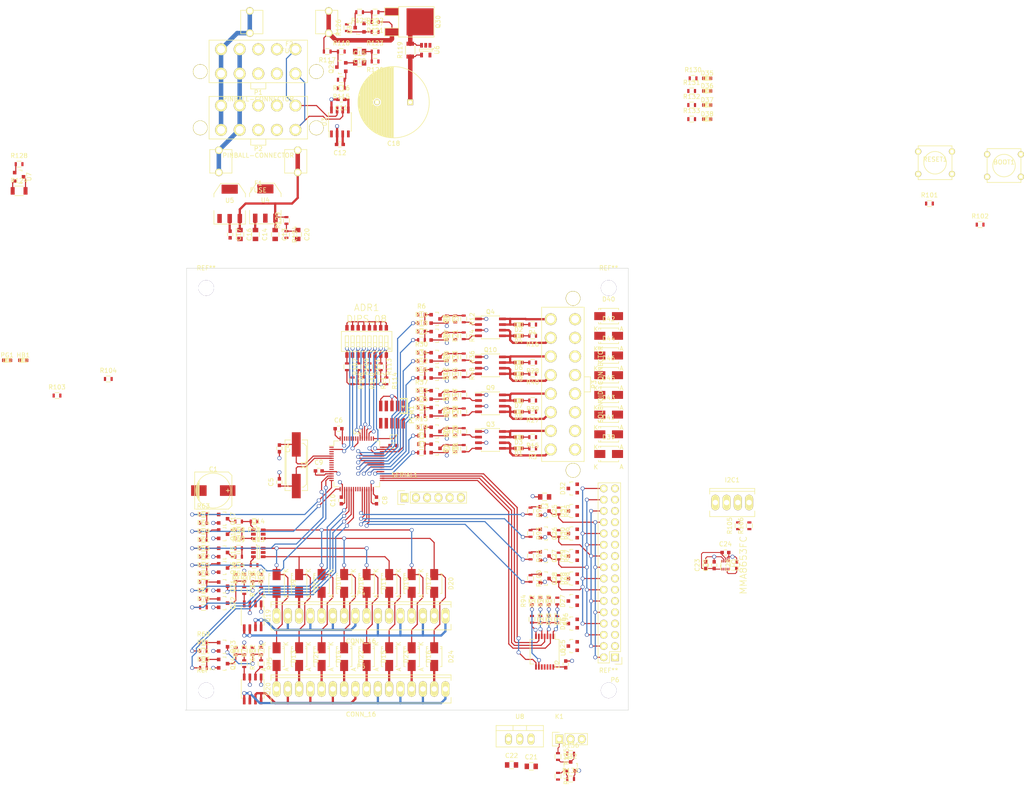
<source format=kicad_pcb>
(kicad_pcb (version 4) (host pcbnew "(2014-10-27 BZR 5228)-product")
  (layers (0 F.Cu signal) (1 Ground.Cu power hide) (2 Power.Cu mixed) (31 B.Cu signal) (34 B.Paste user) (35 F.Paste user) (36 B.SilkS user) (37 F.SilkS user) (38 B.Mask user) (39 F.Mask user) (44 Edge.Cuts user))
  (net 0 "")
  (net 1 "/Control Logic/ADDRESS0")
  (net 2 "/Control Logic/ADDRESS1")
  (net 3 "/Control Logic/ADDRESS2")
  (net 4 "/Control Logic/ADDRESS3")
  (net 5 "/Control Logic/ADDRESS4")
  (net 6 "/Control Logic/ADDRESS5")
  (net 7 "/Control Logic/ADDRESS6")
  (net 8 "/Control Logic/ADDRESS7")
  (net 9 "/Lamp Driver/LAMP_12V")
  (net 10 GND)
  (net 11 +12V)
  (net 12 "Net-(C4-Pad1)")
  (net 13 "Net-(C5-Pad1)")
  (net 14 +5V)
  (net 15 "/Control Logic/VSOL_IN_SENSE")
  (net 16 "/Solenoid Driver/SOL_PWR")
  (net 17 "/Control Logic/VSOL_SENSE")
  (net 18 "/Control Logic/12V_SENSE")
  (net 19 "Net-(C22-Pad1)")
  (net 20 "Net-(C26-Pad1)")
  (net 21 "Net-(D1-Pad2)")
  (net 22 "Net-(D1-Pad1)")
  (net 23 "Net-(D2-Pad2)")
  (net 24 "Net-(D2-Pad1)")
  (net 25 "Net-(D3-Pad2)")
  (net 26 "Net-(D3-Pad1)")
  (net 27 "Net-(D4-Pad2)")
  (net 28 "Net-(D4-Pad1)")
  (net 29 "Net-(D43-Pad1)")
  (net 30 "Net-(D5-Pad1)")
  (net 31 "Net-(D44-Pad1)")
  (net 32 "Net-(D6-Pad1)")
  (net 33 "Net-(D45-Pad1)")
  (net 34 "Net-(D7-Pad1)")
  (net 35 "Net-(D46-Pad1)")
  (net 36 "Net-(D8-Pad1)")
  (net 37 "Net-(D11-Pad1)")
  (net 38 "Net-(D9-Pad2)")
  (net 39 "Net-(D10-Pad1)")
  (net 40 "Net-(D10-Pad2)")
  (net 41 "Net-(D11-Pad2)")
  (net 42 "Net-(D12-Pad2)")
  (net 43 "Net-(D13-Pad2)")
  (net 44 "Net-(D14-Pad2)")
  (net 45 "Net-(D15-Pad2)")
  (net 46 "Net-(D16-Pad2)")
  (net 47 "Net-(D17-Pad1)")
  (net 48 "Net-(D17-Pad2)")
  (net 49 "Net-(D18-Pad1)")
  (net 50 "Net-(D18-Pad2)")
  (net 51 "Net-(D19-Pad2)")
  (net 52 "Net-(D20-Pad2)")
  (net 53 "Net-(D21-Pad2)")
  (net 54 "Net-(D22-Pad2)")
  (net 55 "Net-(D23-Pad2)")
  (net 56 "Net-(D24-Pad2)")
  (net 57 "Net-(D35-Pad1)")
  (net 58 "Net-(D36-Pad1)")
  (net 59 "Net-(D37-Pad1)")
  (net 60 "Net-(D38-Pad1)")
  (net 61 "/Power Supply/12V_IN")
  (net 62 "/Power Supply/VSOL_IN")
  (net 63 VEE)
  (net 64 "Net-(HB1-Pad2)")
  (net 65 "/Control Logic/HEARTBEAT")
  (net 66 /Accelerometer/SCL)
  (net 67 /Accelerometer/SDA)
  (net 68 "Net-(K1-Pad2)")
  (net 69 "/Control Logic/CANH")
  (net 70 "/Control Logic/CANL")
  (net 71 "Net-(P4-Pad2)")
  (net 72 "Net-(P4-Pad10)")
  (net 73 "Net-(P5-Pad2)")
  (net 74 "Net-(P5-Pad10)")
  (net 75 "Net-(D25-Pad1)")
  (net 76 "/Switch Matrix/COL0_SWITCHED")
  (net 77 "Net-(D25-Pad3)")
  (net 78 "/Switch Matrix/COL1_SWITCHED")
  (net 79 "Net-(D26-Pad1)")
  (net 80 "/Switch Matrix/COL2_SWITCHED")
  (net 81 "Net-(D26-Pad3)")
  (net 82 "/Switch Matrix/COL3_SWITCHED")
  (net 83 "Net-(D27-Pad1)")
  (net 84 "Net-(D27-Pad3)")
  (net 85 "Net-(D28-Pad1)")
  (net 86 "Net-(D28-Pad3)")
  (net 87 "Net-(D29-Pad1)")
  (net 88 "Net-(D29-Pad3)")
  (net 89 "Net-(D30-Pad1)")
  (net 90 "Net-(D30-Pad3)")
  (net 91 "Net-(D31-Pad1)")
  (net 92 "Net-(D31-Pad3)")
  (net 93 "Net-(D32-Pad1)")
  (net 94 "Net-(D32-Pad3)")
  (net 95 "Net-(PG1-Pad2)")
  (net 96 "/Control Logic/POWER_GOOD")
  (net 97 "/Control Logic/SWDIO")
  (net 98 "/Control Logic/SWCLK")
  (net 99 "Net-(Q3-Pad2)")
  (net 100 "Net-(Q3-Pad4)")
  (net 101 "Net-(Q4-Pad2)")
  (net 102 "Net-(Q4-Pad4)")
  (net 103 "Net-(Q9-Pad2)")
  (net 104 "Net-(Q9-Pad4)")
  (net 105 "Net-(Q10-Pad2)")
  (net 106 "Net-(Q10-Pad4)")
  (net 107 "Net-(Q19-Pad2)")
  (net 108 "Net-(Q19-Pad4)")
  (net 109 "Net-(Q20-Pad2)")
  (net 110 "Net-(Q20-Pad4)")
  (net 111 "Net-(Q1-Pad1)")
  (net 112 "Net-(Q1-Pad3)")
  (net 113 "Net-(Q2-Pad3)")
  (net 114 "Net-(Q2-Pad1)")
  (net 115 "/Control Logic/SOLENOID0")
  (net 116 "/Control Logic/SOLENOID7")
  (net 117 "Net-(Q5-Pad1)")
  (net 118 "Net-(Q5-Pad3)")
  (net 119 "Net-(Q6-Pad3)")
  (net 120 "Net-(Q6-Pad1)")
  (net 121 "/Control Logic/SOLENOID1")
  (net 122 "/Control Logic/SOLENOID6")
  (net 123 "Net-(Q7-Pad1)")
  (net 124 "Net-(Q7-Pad3)")
  (net 125 "Net-(Q8-Pad3)")
  (net 126 "Net-(Q8-Pad1)")
  (net 127 "/Control Logic/SOLENOID2")
  (net 128 "/Control Logic/SOLENOID5")
  (net 129 "Net-(Q11-Pad1)")
  (net 130 "Net-(Q11-Pad3)")
  (net 131 "Net-(Q12-Pad3)")
  (net 132 "Net-(Q12-Pad1)")
  (net 133 "/Control Logic/SOLENOID3")
  (net 134 "/Control Logic/SOLENOID4")
  (net 135 "Net-(Q13-Pad1)")
  (net 136 "Net-(Q13-Pad3)")
  (net 137 "Net-(Q14-Pad1)")
  (net 138 "Net-(Q14-Pad3)")
  (net 139 "Net-(Q15-Pad1)")
  (net 140 "Net-(Q15-Pad3)")
  (net 141 "Net-(Q16-Pad1)")
  (net 142 "Net-(Q16-Pad3)")
  (net 143 "Net-(Q17-Pad1)")
  (net 144 "Net-(Q17-Pad3)")
  (net 145 "Net-(Q18-Pad1)")
  (net 146 "Net-(Q18-Pad3)")
  (net 147 "/Control Logic/LAMP_ROW0")
  (net 148 "/Control Logic/LAMP_ROW1")
  (net 149 "/Control Logic/LAMP_ROW2")
  (net 150 "/Control Logic/LAMP_ROW3")
  (net 151 "Net-(Q21-Pad1)")
  (net 152 "Net-(Q21-Pad3)")
  (net 153 "Net-(Q22-Pad1)")
  (net 154 "Net-(Q22-Pad3)")
  (net 155 "Net-(Q23-Pad1)")
  (net 156 "Net-(Q23-Pad3)")
  (net 157 "Net-(Q24-Pad1)")
  (net 158 "Net-(Q24-Pad3)")
  (net 159 "/Control Logic/LAMP_COL0")
  (net 160 "/Control Logic/LAMP_COL1")
  (net 161 "/Control Logic/LAMP_COL2")
  (net 162 "/Control Logic/LAMP_COL3")
  (net 163 "Net-(R89-Pad1)")
  (net 164 "/Switch Matrix/ROW0_SWITCHED")
  (net 165 "Net-(R90-Pad1)")
  (net 166 "/Switch Matrix/ROW1_SWITCHED")
  (net 167 "Net-(Q25-Pad1)")
  (net 168 "/Switch Matrix/COL0")
  (net 169 "Net-(R92-Pad1)")
  (net 170 "/Switch Matrix/ROW2_SWITCHED")
  (net 171 "Net-(Q26-Pad1)")
  (net 172 "/Switch Matrix/COL1")
  (net 173 "Net-(R94-Pad1)")
  (net 174 "/Switch Matrix/ROW3_SWITCHED")
  (net 175 "Net-(Q27-Pad1)")
  (net 176 "/Switch Matrix/COL2")
  (net 177 "Net-(Q28-Pad1)")
  (net 178 "/Switch Matrix/COL3")
  (net 179 "/Control Logic/~RESET")
  (net 180 "/Control Logic/BOOTLOADER")
  (net 181 "Net-(Q29-Pad1)")
  (net 182 "/Control Logic/VSOL_MEASURE_CONTROL")
  (net 183 "Net-(Q29-Pad3)")
  (net 184 "Net-(Q30-PadD)")
  (net 185 "Net-(R121-Pad2)")
  (net 186 "Net-(Q31-Pad3)")
  (net 187 "Net-(Q31-Pad1)")
  (net 188 "/Control Logic/VSOL_PRECHARGE_PWM")
  (net 189 "/Power Supply/ILAMP_SENSE_OUT")
  (net 190 "Net-(Q32-Pad3)")
  (net 191 "Net-(Q32-Pad1)")
  (net 192 "/RGB LED Output/RGB_DATA")
  (net 193 "/Control Logic/RXD")
  (net 194 "/Switch Matrix/ROW0")
  (net 195 "/Switch Matrix/ROW1")
  (net 196 "/Switch Matrix/ROW2")
  (net 197 "/Switch Matrix/ROW3")
  (net 198 "/Power Supply/ISOL_SENSE_OUT")
  (net 199 "/Control Logic/CANRX")
  (net 200 "/Control Logic/CANTX")
  (net 201 +3.3V)
  (net 202 "Net-(Q30-PadG)")
  (module PinballParts:DIPSWITCH-SMT-08 (layer F.Cu) (at 96.52 96.52 180)
    (fp_text reference ADR1 (at 0 7.62 180) (layer F.SilkS) (effects (font (size 1.5 1.5))))
    (fp_text value DIPS_08 (at 0 5.08 180) (layer F.SilkS) (effects (font (size 1.5 1.5))))
    (fp_text user ON (at -4.953 -1.651 180) (layer F.SilkS) (effects (font (size 0.5 0.5) (thickness 0.125))))
    (pad 16 smd rect (at -4.445 -3.075 180) (size 0.76 1.25) (layers F.Cu F.Paste F.Mask) (net 1 "/Control Logic/ADDRESS0"))
    (pad 15 smd rect (at -3.175 -3.075 180) (size 0.76 1.25) (layers F.Cu F.Paste F.Mask) (net 2 "/Control Logic/ADDRESS1"))
    (pad 14 smd rect (at -1.905 -3.075 180) (size 0.76 1.25) (layers F.Cu F.Paste F.Mask) (net 3 "/Control Logic/ADDRESS2"))
    (pad 13 smd rect (at -0.635 -3.075 180) (size 0.76 1.25) (layers F.Cu F.Paste F.Mask) (net 4 "/Control Logic/ADDRESS3"))
    (pad 12 smd rect (at 0.635 -3.075 180) (size 0.76 1.25) (layers F.Cu F.Paste F.Mask) (net 5 "/Control Logic/ADDRESS4"))
    (pad 11 smd rect (at 1.905 -3.075 180) (size 0.76 1.25) (layers F.Cu F.Paste F.Mask) (net 6 "/Control Logic/ADDRESS5"))
    (pad 10 smd rect (at 3.175 -3.075 180) (size 0.76 1.25) (layers F.Cu F.Paste F.Mask) (net 7 "/Control Logic/ADDRESS6"))
    (pad 9 smd rect (at 4.445 -3.075 180) (size 0.76 1.25) (layers F.Cu F.Paste F.Mask) (net 8 "/Control Logic/ADDRESS7"))
    (pad 1 smd rect (at -4.445 3.075 180) (size 0.76 1.25) (layers F.Cu F.Paste F.Mask) (net 201 +3.3V))
    (pad 2 smd rect (at -3.175 3.075 180) (size 0.76 1.25) (layers F.Cu F.Paste F.Mask) (net 201 +3.3V))
    (pad 3 smd rect (at -1.905 3.075 180) (size 0.76 1.25) (layers F.Cu F.Paste F.Mask) (net 201 +3.3V))
    (pad 4 smd rect (at -0.635 3.075 180) (size 0.76 1.25) (layers F.Cu F.Paste F.Mask) (net 201 +3.3V))
    (pad 5 smd rect (at 0.635 3.075 180) (size 0.76 1.25) (layers F.Cu F.Paste F.Mask) (net 201 +3.3V))
    (pad 6 smd rect (at 1.905 3.075 180) (size 0.76 1.25) (layers F.Cu F.Paste F.Mask) (net 201 +3.3V))
    (pad 7 smd rect (at 3.175 3.075 180) (size 0.76 1.25) (layers F.Cu F.Paste F.Mask) (net 201 +3.3V))
    (pad 8 smd rect (at 4.445 3.075 180) (size 0.76 1.25) (layers F.Cu F.Paste F.Mask) (net 201 +3.3V))
  )
  (module Capacitors_SMD:c_elec_8x10 (layer F.Cu) (at 61.9125 130.175)
    (fp_text reference C1 (at 0 -4.826) (layer F.SilkS))
    (fp_text value 47u)
    (pad 1 smd rect (at 3.2512 0) (size 3.50012 2.4003) (layers F.Cu F.Paste F.Mask) (net 9 "/Lamp Driver/LAMP_12V"))
    (pad 2 smd rect (at -3.2512 0) (size 3.50012 2.4003) (layers F.Cu F.Paste F.Mask) (net 10 GND))
  )
  (module Capacitors_SMD:C_0603 (layer F.Cu) (at 141.44625 169.38625 90)
    (fp_text reference C2 (at 0 -1.9 90) (layer F.SilkS))
    (fp_text value 100n)
    (pad 1 smd rect (at -0.75 0 90) (size 0.8 0.75) (layers F.Cu F.Paste F.Mask) (net 201 +3.3V))
    (pad 2 smd rect (at 0.75 0 90) (size 0.8 0.75) (layers F.Cu F.Paste F.Mask) (net 10 GND))
  )
  (module Capacitors_SMD:C_0805 (layer F.Cu) (at 136.68375 131.60375 180)
    (fp_text reference C3 (at 0 -2.1 180) (layer F.SilkS))
    (fp_text value 10u)
    (pad 1 smd rect (at -1 0 180) (size 1 1.25) (layers F.Cu F.Paste F.Mask) (net 11 +12V))
    (pad 2 smd rect (at 1 0 180) (size 1 1.25) (layers F.Cu F.Paste F.Mask) (net 10 GND))
  )
  (module Capacitors_SMD:C_0603 (layer F.Cu) (at 76.835 120.65 270)
    (fp_text reference C4 (at 0 -1.9 270) (layer F.SilkS))
    (fp_text value 18p)
    (pad 1 smd rect (at -0.75 0 270) (size 0.8 0.75) (layers F.Cu F.Paste F.Mask) (net 12 "Net-(C4-Pad1)"))
    (pad 2 smd rect (at 0.75 0 270) (size 0.8 0.75) (layers F.Cu F.Paste F.Mask) (net 10 GND))
  )
  (module Capacitors_SMD:C_0603 (layer F.Cu) (at 76.835 128.27 90)
    (fp_text reference C5 (at 0 -1.9 90) (layer F.SilkS))
    (fp_text value 18p)
    (pad 1 smd rect (at -0.75 0 90) (size 0.8 0.75) (layers F.Cu F.Paste F.Mask) (net 13 "Net-(C5-Pad1)"))
    (pad 2 smd rect (at 0.75 0 90) (size 0.8 0.75) (layers F.Cu F.Paste F.Mask) (net 10 GND))
  )
  (module Capacitors_SMD:C_0603 (layer F.Cu) (at 90.17 116.205)
    (fp_text reference C6 (at 0 -1.9) (layer F.SilkS))
    (fp_text value 10n)
    (pad 1 smd rect (at -0.75 0) (size 0.8 0.75) (layers F.Cu F.Paste F.Mask) (net 201 +3.3V))
    (pad 2 smd rect (at 0.75 0) (size 0.8 0.75) (layers F.Cu F.Paste F.Mask) (net 10 GND))
  )
  (module Capacitors_SMD:C_0603 (layer F.Cu) (at 102.5525 120.015)
    (fp_text reference C7 (at 0 -1.9) (layer F.SilkS))
    (fp_text value 10n)
    (pad 1 smd rect (at -0.75 0) (size 0.8 0.75) (layers F.Cu F.Paste F.Mask) (net 201 +3.3V))
    (pad 2 smd rect (at 0.75 0) (size 0.8 0.75) (layers F.Cu F.Paste F.Mask) (net 10 GND))
  )
  (module Capacitors_SMD:C_0603 (layer F.Cu) (at 98.7425 132.3975 270)
    (fp_text reference C8 (at 0 -1.9 270) (layer F.SilkS))
    (fp_text value 10n)
    (pad 1 smd rect (at -0.75 0 270) (size 0.8 0.75) (layers F.Cu F.Paste F.Mask) (net 201 +3.3V))
    (pad 2 smd rect (at 0.75 0 270) (size 0.8 0.75) (layers F.Cu F.Paste F.Mask) (net 10 GND))
  )
  (module Capacitors_SMD:C_0603 (layer F.Cu) (at 85.725 125.73)
    (fp_text reference C9 (at 0 -1.9) (layer F.SilkS))
    (fp_text value 100n)
    (pad 1 smd rect (at -0.75 0) (size 0.8 0.75) (layers F.Cu F.Paste F.Mask) (net 201 +3.3V))
    (pad 2 smd rect (at 0.75 0) (size 0.8 0.75) (layers F.Cu F.Paste F.Mask) (net 10 GND))
  )
  (module Capacitors_SMD:C_0603 (layer F.Cu) (at 90.805 132.3975 90)
    (fp_text reference C10 (at 0 -1.9 90) (layer F.SilkS))
    (fp_text value 100n)
    (pad 1 smd rect (at -0.75 0 90) (size 0.8 0.75) (layers F.Cu F.Paste F.Mask) (net 201 +3.3V))
    (pad 2 smd rect (at 0.75 0 90) (size 0.8 0.75) (layers F.Cu F.Paste F.Mask) (net 10 GND))
  )
  (module Capacitors_SMD:C_0603 (layer F.Cu) (at 90.805 41.91 180)
    (fp_text reference C11 (at 0 -1.9 180) (layer F.SilkS))
    (fp_text value 100n)
    (pad 1 smd rect (at -0.75 0 180) (size 0.8 0.75) (layers F.Cu F.Paste F.Mask) (net 201 +3.3V))
    (pad 2 smd rect (at 0.75 0 180) (size 0.8 0.75) (layers F.Cu F.Paste F.Mask) (net 10 GND))
  )
  (module Capacitors_SMD:C_0603 (layer F.Cu) (at 90.4875 52.07 180)
    (fp_text reference C12 (at 0 -1.9 180) (layer F.SilkS))
    (fp_text value 100n)
    (pad 1 smd rect (at -0.75 0 180) (size 0.8 0.75) (layers F.Cu F.Paste F.Mask) (net 14 +5V))
    (pad 2 smd rect (at 0.75 0 180) (size 0.8 0.75) (layers F.Cu F.Paste F.Mask) (net 10 GND))
  )
  (module Capacitors_SMD:C_0805 (layer F.Cu) (at 75.8825 72.39 270)
    (fp_text reference C13 (at 0 -2.1 270) (layer F.SilkS))
    (fp_text value 10u)
    (pad 1 smd rect (at -1 0 270) (size 1 1.25) (layers F.Cu F.Paste F.Mask) (net 11 +12V))
    (pad 2 smd rect (at 1 0 270) (size 1 1.25) (layers F.Cu F.Paste F.Mask) (net 10 GND))
  )
  (module Capacitors_SMD:C_0805 (layer F.Cu) (at 71.4375 72.39 270)
    (fp_text reference C14 (at 0 -2.1 270) (layer F.SilkS))
    (fp_text value 10u)
    (pad 1 smd rect (at -1 0 270) (size 1 1.25) (layers F.Cu F.Paste F.Mask) (net 14 +5V))
    (pad 2 smd rect (at 1 0 270) (size 1 1.25) (layers F.Cu F.Paste F.Mask) (net 10 GND))
  )
  (module Capacitors_SMD:C_0805 (layer F.Cu) (at 94.9325 33.655)
    (fp_text reference C15 (at 0 -2.1) (layer F.SilkS))
    (fp_text value 10u)
    (pad 1 smd rect (at -1 0) (size 1 1.25) (layers F.Cu F.Paste F.Mask) (net 15 "/Control Logic/VSOL_IN_SENSE"))
    (pad 2 smd rect (at 1 0) (size 1 1.25) (layers F.Cu F.Paste F.Mask) (net 10 GND))
  )
  (module Capacitors_SMD:C_0805 (layer F.Cu) (at 67.945 72.39 270)
    (fp_text reference C16 (at 0 -2.1 270) (layer F.SilkS))
    (fp_text value 10u)
    (pad 1 smd rect (at -1 0 270) (size 1 1.25) (layers F.Cu F.Paste F.Mask) (net 11 +12V))
    (pad 2 smd rect (at 1 0 270) (size 1 1.25) (layers F.Cu F.Paste F.Mask) (net 10 GND))
  )
  (module Capacitors_SMD:C_0603 (layer F.Cu) (at 65.7225 72.39 270)
    (fp_text reference C17 (at 0 -1.9 270) (layer F.SilkS))
    (fp_text value 4.7u)
    (pad 1 smd rect (at -0.75 0 270) (size 0.8 0.75) (layers F.Cu F.Paste F.Mask) (net 201 +3.3V))
    (pad 2 smd rect (at 0.75 0 270) (size 0.8 0.75) (layers F.Cu F.Paste F.Mask) (net 10 GND))
  )
  (module Capacitors_ThroughHole:C_Radial_D16_L25_P7.5 (layer F.Cu) (at 106.3625 42.545 180)
    (fp_text reference C18 (at 3.75 -9.3 180) (layer F.SilkS))
    (fp_text value 470u)
    (pad 1 thru_hole rect (at 0 0 180) (size 1.3 1.3) (drill 0.8) (layers *.Cu *.Mask F.SilkS) (net 16 "/Solenoid Driver/SOL_PWR"))
    (pad 2 thru_hole circle (at 7.5 0 180) (size 1.3 1.3) (drill 0.8) (layers *.Cu *.Mask F.SilkS) (net 10 GND))
  )
  (module Capacitors_SMD:C_0805 (layer F.Cu) (at 94.9325 31.115 180)
    (fp_text reference C19 (at 0 -2.1 180) (layer F.SilkS))
    (fp_text value 10u)
    (pad 1 smd rect (at -1 0 180) (size 1 1.25) (layers F.Cu F.Paste F.Mask) (net 17 "/Control Logic/VSOL_SENSE"))
    (pad 2 smd rect (at 1 0 180) (size 1 1.25) (layers F.Cu F.Paste F.Mask) (net 10 GND))
  )
  (module Capacitors_SMD:C_0805 (layer F.Cu) (at 80.9625 72.39 270)
    (fp_text reference C20 (at 0 -2.1 270) (layer F.SilkS))
    (fp_text value 10u)
    (pad 1 smd rect (at -1 0 270) (size 1 1.25) (layers F.Cu F.Paste F.Mask) (net 18 "/Control Logic/12V_SENSE"))
    (pad 2 smd rect (at 1 0 270) (size 1 1.25) (layers F.Cu F.Paste F.Mask) (net 10 GND))
  )
  (module Capacitors_SMD:C_0805 (layer F.Cu) (at 133.6675 192.405)
    (fp_text reference C21 (at 0 -2.1) (layer F.SilkS))
    (fp_text value 10u)
    (pad 1 smd rect (at -1 0) (size 1 1.25) (layers F.Cu F.Paste F.Mask) (net 11 +12V))
    (pad 2 smd rect (at 1 0) (size 1 1.25) (layers F.Cu F.Paste F.Mask) (net 10 GND))
  )
  (module Capacitors_SMD:C_0805 (layer F.Cu) (at 129.2225 192.0875)
    (fp_text reference C22 (at 0 -2.1) (layer F.SilkS))
    (fp_text value 10u)
    (pad 1 smd rect (at -1 0) (size 1 1.25) (layers F.Cu F.Paste F.Mask) (net 19 "Net-(C22-Pad1)"))
    (pad 2 smd rect (at 1 0) (size 1 1.25) (layers F.Cu F.Paste F.Mask) (net 10 GND))
  )
  (module Capacitors_SMD:C_0603 (layer F.Cu) (at 173.0375 147.0025 90)
    (fp_text reference C23 (at 0 -1.9 90) (layer F.SilkS))
    (fp_text value 100n)
    (pad 1 smd rect (at -0.75 0 90) (size 0.8 0.75) (layers F.Cu F.Paste F.Mask) (net 201 +3.3V))
    (pad 2 smd rect (at 0.75 0 90) (size 0.8 0.75) (layers F.Cu F.Paste F.Mask) (net 10 GND))
  )
  (module Capacitors_SMD:C_0603 (layer F.Cu) (at 177.4825 144.145)
    (fp_text reference C24 (at 0 -1.9) (layer F.SilkS))
    (fp_text value 100n)
    (pad 1 smd rect (at -0.75 0) (size 0.8 0.75) (layers F.Cu F.Paste F.Mask) (net 201 +3.3V))
    (pad 2 smd rect (at 0.75 0) (size 0.8 0.75) (layers F.Cu F.Paste F.Mask) (net 10 GND))
  )
  (module Capacitors_SMD:C_0603 (layer F.Cu) (at 174.9425 147.0025 90)
    (fp_text reference C25 (at 0 -1.9 90) (layer F.SilkS))
    (fp_text value 1u)
    (pad 1 smd rect (at -0.75 0 90) (size 0.8 0.75) (layers F.Cu F.Paste F.Mask) (net 201 +3.3V))
    (pad 2 smd rect (at 0.75 0 90) (size 0.8 0.75) (layers F.Cu F.Paste F.Mask) (net 10 GND))
  )
  (module Capacitors_SMD:C_0603 (layer F.Cu) (at 180.0225 147.0025 90)
    (fp_text reference C26 (at 0 -1.9 90) (layer F.SilkS))
    (fp_text value 100n)
    (pad 1 smd rect (at -0.75 0 90) (size 0.8 0.75) (layers F.Cu F.Paste F.Mask) (net 20 "Net-(C26-Pad1)"))
    (pad 2 smd rect (at 0.75 0 90) (size 0.8 0.75) (layers F.Cu F.Paste F.Mask) (net 10 GND))
  )
  (module LEDs:LED-0603 (layer F.Cu) (at 130.81 120.65 180)
    (fp_text reference D1 (at 0 -1.15 180) (layer F.SilkS))
    (fp_text value LED)
    (pad 2 smd rect (at 0.7493 0) (size 0.79756 0.79756) (layers F.Cu F.Paste F.Mask) (net 21 "Net-(D1-Pad2)"))
    (pad 1 smd rect (at -0.7493 0) (size 0.79756 0.79756) (layers F.Cu F.Paste F.Mask) (net 22 "Net-(D1-Pad1)"))
  )
  (module LEDs:LED-0603 (layer F.Cu) (at 130.81 92.71 180)
    (fp_text reference D2 (at 0 -1.15 180) (layer F.SilkS))
    (fp_text value LED)
    (pad 2 smd rect (at 0.7493 0) (size 0.79756 0.79756) (layers F.Cu F.Paste F.Mask) (net 23 "Net-(D2-Pad2)"))
    (pad 1 smd rect (at -0.7493 0) (size 0.79756 0.79756) (layers F.Cu F.Paste F.Mask) (net 24 "Net-(D2-Pad1)"))
  )
  (module LEDs:LED-0603 (layer F.Cu) (at 130.81 118.11 180)
    (fp_text reference D3 (at 0 -1.15 180) (layer F.SilkS))
    (fp_text value LED)
    (pad 2 smd rect (at 0.7493 0) (size 0.79756 0.79756) (layers F.Cu F.Paste F.Mask) (net 25 "Net-(D3-Pad2)"))
    (pad 1 smd rect (at -0.7493 0) (size 0.79756 0.79756) (layers F.Cu F.Paste F.Mask) (net 26 "Net-(D3-Pad1)"))
  )
  (module LEDs:LED-0603 (layer F.Cu) (at 130.81 95.25 180)
    (fp_text reference D4 (at 0 -1.15 180) (layer F.SilkS))
    (fp_text value LED)
    (pad 2 smd rect (at 0.7493 0) (size 0.79756 0.79756) (layers F.Cu F.Paste F.Mask) (net 27 "Net-(D4-Pad2)"))
    (pad 1 smd rect (at -0.7493 0) (size 0.79756 0.79756) (layers F.Cu F.Paste F.Mask) (net 28 "Net-(D4-Pad1)"))
  )
  (module LEDs:LED-0603 (layer F.Cu) (at 130.81 112.395 180)
    (fp_text reference D5 (at 0 -1.15 180) (layer F.SilkS))
    (fp_text value LED)
    (pad 2 smd rect (at 0.7493 0) (size 0.79756 0.79756) (layers F.Cu F.Paste F.Mask) (net 29 "Net-(D43-Pad1)"))
    (pad 1 smd rect (at -0.7493 0) (size 0.79756 0.79756) (layers F.Cu F.Paste F.Mask) (net 30 "Net-(D5-Pad1)"))
  )
  (module LEDs:LED-0603 (layer F.Cu) (at 130.81 101.2825 180)
    (fp_text reference D6 (at 0 -1.15 180) (layer F.SilkS))
    (fp_text value LED)
    (pad 2 smd rect (at 0.7493 0) (size 0.79756 0.79756) (layers F.Cu F.Paste F.Mask) (net 31 "Net-(D44-Pad1)"))
    (pad 1 smd rect (at -0.7493 0) (size 0.79756 0.79756) (layers F.Cu F.Paste F.Mask) (net 32 "Net-(D6-Pad1)"))
  )
  (module LEDs:LED-0603 (layer F.Cu) (at 130.81 109.855 180)
    (fp_text reference D7 (at 0 -1.15 180) (layer F.SilkS))
    (fp_text value LED)
    (pad 2 smd rect (at 0.7493 0) (size 0.79756 0.79756) (layers F.Cu F.Paste F.Mask) (net 33 "Net-(D45-Pad1)"))
    (pad 1 smd rect (at -0.7493 0) (size 0.79756 0.79756) (layers F.Cu F.Paste F.Mask) (net 34 "Net-(D7-Pad1)"))
  )
  (module LEDs:LED-0603 (layer F.Cu) (at 130.81 103.8225 180)
    (fp_text reference D8 (at 0 -1.15 180) (layer F.SilkS))
    (fp_text value LED)
    (pad 2 smd rect (at 0.7493 0) (size 0.79756 0.79756) (layers F.Cu F.Paste F.Mask) (net 35 "Net-(D46-Pad1)"))
    (pad 1 smd rect (at -0.7493 0) (size 0.79756 0.79756) (layers F.Cu F.Paste F.Mask) (net 36 "Net-(D8-Pad1)"))
  )
  (module Diodes_SMD:Diode-SMA_Standard (layer F.Cu) (at 76.2 151.13 270)
    (fp_text reference D9 (at 0 -3.81 270) (layer F.SilkS))
    (fp_text value S1M)
    (fp_text user K (at -2.9 2.95 270) (layer F.SilkS))
    (fp_text user A (at 2.9 2.9 270) (layer F.SilkS))
    (pad 1 smd rect (at -1.99898 0 270) (size 2.49936 1.80086) (layers F.Cu F.Paste F.Mask) (net 37 "Net-(D11-Pad1)"))
    (pad 2 smd rect (at 1.99898 0 270) (size 2.49936 1.80086) (layers F.Cu F.Paste F.Mask) (net 38 "Net-(D9-Pad2)"))
  )
  (module Diodes_SMD:Diode-SMA_Standard (layer F.Cu) (at 86.36 151.13 270)
    (fp_text reference D10 (at 0 -3.81 270) (layer F.SilkS))
    (fp_text value S1M)
    (fp_text user K (at -2.9 2.95 270) (layer F.SilkS))
    (fp_text user A (at 2.9 2.9 270) (layer F.SilkS))
    (pad 1 smd rect (at -1.99898 0 270) (size 2.49936 1.80086) (layers F.Cu F.Paste F.Mask) (net 39 "Net-(D10-Pad1)"))
    (pad 2 smd rect (at 1.99898 0 270) (size 2.49936 1.80086) (layers F.Cu F.Paste F.Mask) (net 40 "Net-(D10-Pad2)"))
  )
  (module Diodes_SMD:Diode-SMA_Standard (layer F.Cu) (at 96.52 151.13 270)
    (fp_text reference D11 (at 0 -3.81 270) (layer F.SilkS))
    (fp_text value S1M)
    (fp_text user K (at -2.9 2.95 270) (layer F.SilkS))
    (fp_text user A (at 2.9 2.9 270) (layer F.SilkS))
    (pad 1 smd rect (at -1.99898 0 270) (size 2.49936 1.80086) (layers F.Cu F.Paste F.Mask) (net 37 "Net-(D11-Pad1)"))
    (pad 2 smd rect (at 1.99898 0 270) (size 2.49936 1.80086) (layers F.Cu F.Paste F.Mask) (net 41 "Net-(D11-Pad2)"))
  )
  (module Diodes_SMD:Diode-SMA_Standard (layer F.Cu) (at 106.68 151.13 270)
    (fp_text reference D12 (at 0 -3.81 270) (layer F.SilkS))
    (fp_text value S1M)
    (fp_text user K (at -2.9 2.95 270) (layer F.SilkS))
    (fp_text user A (at 2.9 2.9 270) (layer F.SilkS))
    (pad 1 smd rect (at -1.99898 0 270) (size 2.49936 1.80086) (layers F.Cu F.Paste F.Mask) (net 39 "Net-(D10-Pad1)"))
    (pad 2 smd rect (at 1.99898 0 270) (size 2.49936 1.80086) (layers F.Cu F.Paste F.Mask) (net 42 "Net-(D12-Pad2)"))
  )
  (module Diodes_SMD:Diode-SMA_Standard (layer F.Cu) (at 76.2 167.64 270)
    (fp_text reference D13 (at 0 -3.81 270) (layer F.SilkS))
    (fp_text value S1M)
    (fp_text user K (at -2.9 2.95 270) (layer F.SilkS))
    (fp_text user A (at 2.9 2.9 270) (layer F.SilkS))
    (pad 1 smd rect (at -1.99898 0 270) (size 2.49936 1.80086) (layers F.Cu F.Paste F.Mask) (net 37 "Net-(D11-Pad1)"))
    (pad 2 smd rect (at 1.99898 0 270) (size 2.49936 1.80086) (layers F.Cu F.Paste F.Mask) (net 43 "Net-(D13-Pad2)"))
  )
  (module Diodes_SMD:Diode-SMA_Standard (layer F.Cu) (at 86.36 167.64 270)
    (fp_text reference D14 (at 0 -3.81 270) (layer F.SilkS))
    (fp_text value S1M)
    (fp_text user K (at -2.9 2.95 270) (layer F.SilkS))
    (fp_text user A (at 2.9 2.9 270) (layer F.SilkS))
    (pad 1 smd rect (at -1.99898 0 270) (size 2.49936 1.80086) (layers F.Cu F.Paste F.Mask) (net 39 "Net-(D10-Pad1)"))
    (pad 2 smd rect (at 1.99898 0 270) (size 2.49936 1.80086) (layers F.Cu F.Paste F.Mask) (net 44 "Net-(D14-Pad2)"))
  )
  (module Diodes_SMD:Diode-SMA_Standard (layer F.Cu) (at 96.52 167.64 270)
    (fp_text reference D15 (at 0 -3.81 270) (layer F.SilkS))
    (fp_text value S1M)
    (fp_text user K (at -2.9 2.95 270) (layer F.SilkS))
    (fp_text user A (at 2.9 2.9 270) (layer F.SilkS))
    (pad 1 smd rect (at -1.99898 0 270) (size 2.49936 1.80086) (layers F.Cu F.Paste F.Mask) (net 37 "Net-(D11-Pad1)"))
    (pad 2 smd rect (at 1.99898 0 270) (size 2.49936 1.80086) (layers F.Cu F.Paste F.Mask) (net 45 "Net-(D15-Pad2)"))
  )
  (module Diodes_SMD:Diode-SMA_Standard (layer F.Cu) (at 106.68 167.64 270)
    (fp_text reference D16 (at 0 -3.81 270) (layer F.SilkS))
    (fp_text value S1M)
    (fp_text user K (at -2.9 2.95 270) (layer F.SilkS))
    (fp_text user A (at 2.9 2.9 270) (layer F.SilkS))
    (pad 1 smd rect (at -1.99898 0 270) (size 2.49936 1.80086) (layers F.Cu F.Paste F.Mask) (net 39 "Net-(D10-Pad1)"))
    (pad 2 smd rect (at 1.99898 0 270) (size 2.49936 1.80086) (layers F.Cu F.Paste F.Mask) (net 46 "Net-(D16-Pad2)"))
  )
  (module Diodes_SMD:Diode-SMA_Standard (layer F.Cu) (at 81.28 151.13 270)
    (fp_text reference D17 (at 0 -3.81 270) (layer F.SilkS))
    (fp_text value S1M)
    (fp_text user K (at -2.9 2.95 270) (layer F.SilkS))
    (fp_text user A (at 2.9 2.9 270) (layer F.SilkS))
    (pad 1 smd rect (at -1.99898 0 270) (size 2.49936 1.80086) (layers F.Cu F.Paste F.Mask) (net 47 "Net-(D17-Pad1)"))
    (pad 2 smd rect (at 1.99898 0 270) (size 2.49936 1.80086) (layers F.Cu F.Paste F.Mask) (net 48 "Net-(D17-Pad2)"))
  )
  (module Diodes_SMD:Diode-SMA_Standard (layer F.Cu) (at 91.44 151.13 270)
    (fp_text reference D18 (at 0 -3.81 270) (layer F.SilkS))
    (fp_text value S1M)
    (fp_text user K (at -2.9 2.95 270) (layer F.SilkS))
    (fp_text user A (at 2.9 2.9 270) (layer F.SilkS))
    (pad 1 smd rect (at -1.99898 0 270) (size 2.49936 1.80086) (layers F.Cu F.Paste F.Mask) (net 49 "Net-(D18-Pad1)"))
    (pad 2 smd rect (at 1.99898 0 270) (size 2.49936 1.80086) (layers F.Cu F.Paste F.Mask) (net 50 "Net-(D18-Pad2)"))
  )
  (module Diodes_SMD:Diode-SMA_Standard (layer F.Cu) (at 101.6 151.13 270)
    (fp_text reference D19 (at 0 -3.81 270) (layer F.SilkS))
    (fp_text value S1M)
    (fp_text user K (at -2.9 2.95 270) (layer F.SilkS))
    (fp_text user A (at 2.9 2.9 270) (layer F.SilkS))
    (pad 1 smd rect (at -1.99898 0 270) (size 2.49936 1.80086) (layers F.Cu F.Paste F.Mask) (net 47 "Net-(D17-Pad1)"))
    (pad 2 smd rect (at 1.99898 0 270) (size 2.49936 1.80086) (layers F.Cu F.Paste F.Mask) (net 51 "Net-(D19-Pad2)"))
  )
  (module Diodes_SMD:Diode-SMA_Standard (layer F.Cu) (at 111.76 151.13 270)
    (fp_text reference D20 (at 0 -3.81 270) (layer F.SilkS))
    (fp_text value S1M)
    (fp_text user K (at -2.9 2.95 270) (layer F.SilkS))
    (fp_text user A (at 2.9 2.9 270) (layer F.SilkS))
    (pad 1 smd rect (at -1.99898 0 270) (size 2.49936 1.80086) (layers F.Cu F.Paste F.Mask) (net 49 "Net-(D18-Pad1)"))
    (pad 2 smd rect (at 1.99898 0 270) (size 2.49936 1.80086) (layers F.Cu F.Paste F.Mask) (net 52 "Net-(D20-Pad2)"))
  )
  (module Diodes_SMD:Diode-SMA_Standard (layer F.Cu) (at 81.28 167.64 270)
    (fp_text reference D21 (at 0 -3.81 270) (layer F.SilkS))
    (fp_text value S1M)
    (fp_text user K (at -2.9 2.95 270) (layer F.SilkS))
    (fp_text user A (at 2.9 2.9 270) (layer F.SilkS))
    (pad 1 smd rect (at -1.99898 0 270) (size 2.49936 1.80086) (layers F.Cu F.Paste F.Mask) (net 47 "Net-(D17-Pad1)"))
    (pad 2 smd rect (at 1.99898 0 270) (size 2.49936 1.80086) (layers F.Cu F.Paste F.Mask) (net 53 "Net-(D21-Pad2)"))
  )
  (module Diodes_SMD:Diode-SMA_Standard (layer F.Cu) (at 91.44 167.64 270)
    (fp_text reference D22 (at 0 -3.81 270) (layer F.SilkS))
    (fp_text value S1M)
    (fp_text user K (at -2.9 2.95 270) (layer F.SilkS))
    (fp_text user A (at 2.9 2.9 270) (layer F.SilkS))
    (pad 1 smd rect (at -1.99898 0 270) (size 2.49936 1.80086) (layers F.Cu F.Paste F.Mask) (net 49 "Net-(D18-Pad1)"))
    (pad 2 smd rect (at 1.99898 0 270) (size 2.49936 1.80086) (layers F.Cu F.Paste F.Mask) (net 54 "Net-(D22-Pad2)"))
  )
  (module Diodes_SMD:Diode-SMA_Standard (layer F.Cu) (at 101.6 167.64 270)
    (fp_text reference D23 (at 0 -3.81 270) (layer F.SilkS))
    (fp_text value S1M)
    (fp_text user K (at -2.9 2.95 270) (layer F.SilkS))
    (fp_text user A (at 2.9 2.9 270) (layer F.SilkS))
    (pad 1 smd rect (at -1.99898 0 270) (size 2.49936 1.80086) (layers F.Cu F.Paste F.Mask) (net 47 "Net-(D17-Pad1)"))
    (pad 2 smd rect (at 1.99898 0 270) (size 2.49936 1.80086) (layers F.Cu F.Paste F.Mask) (net 55 "Net-(D23-Pad2)"))
  )
  (module Diodes_SMD:Diode-SMA_Standard (layer F.Cu) (at 111.76 167.64 270)
    (fp_text reference D24 (at 0 -3.81 270) (layer F.SilkS))
    (fp_text value S1M)
    (fp_text user K (at -2.9 2.95 270) (layer F.SilkS))
    (fp_text user A (at 2.9 2.9 270) (layer F.SilkS))
    (pad 1 smd rect (at -1.99898 0 270) (size 2.49936 1.80086) (layers F.Cu F.Paste F.Mask) (net 49 "Net-(D18-Pad1)"))
    (pad 2 smd rect (at 1.99898 0 270) (size 2.49936 1.80086) (layers F.Cu F.Paste F.Mask) (net 56 "Net-(D24-Pad2)"))
  )
  (module LEDs:LED-0603 (layer F.Cu) (at 173.355 37.1475)
    (fp_text reference D35 (at 0 -1.15) (layer F.SilkS))
    (fp_text value LED)
    (pad 2 smd rect (at 0.7493 0 180) (size 0.79756 0.79756) (layers F.Cu F.Paste F.Mask) (net 10 GND))
    (pad 1 smd rect (at -0.7493 0 180) (size 0.79756 0.79756) (layers F.Cu F.Paste F.Mask) (net 57 "Net-(D35-Pad1)"))
  )
  (module LEDs:LED-0603 (layer F.Cu) (at 173.355 40.005)
    (fp_text reference D36 (at 0 -1.15) (layer F.SilkS))
    (fp_text value LED)
    (pad 2 smd rect (at 0.7493 0 180) (size 0.79756 0.79756) (layers F.Cu F.Paste F.Mask) (net 10 GND))
    (pad 1 smd rect (at -0.7493 0 180) (size 0.79756 0.79756) (layers F.Cu F.Paste F.Mask) (net 58 "Net-(D36-Pad1)"))
  )
  (module LEDs:LED-0603 (layer F.Cu) (at 173.355 43.18)
    (fp_text reference D37 (at 0 -1.15) (layer F.SilkS))
    (fp_text value LED)
    (pad 2 smd rect (at 0.7493 0 180) (size 0.79756 0.79756) (layers F.Cu F.Paste F.Mask) (net 10 GND))
    (pad 1 smd rect (at -0.7493 0 180) (size 0.79756 0.79756) (layers F.Cu F.Paste F.Mask) (net 59 "Net-(D37-Pad1)"))
  )
  (module LEDs:LED-0603 (layer F.Cu) (at 173.355 46.355)
    (fp_text reference D38 (at 0 -1.15) (layer F.SilkS))
    (fp_text value LED)
    (pad 2 smd rect (at 0.7493 0 180) (size 0.79756 0.79756) (layers F.Cu F.Paste F.Mask) (net 10 GND))
    (pad 1 smd rect (at -0.7493 0 180) (size 0.79756 0.79756) (layers F.Cu F.Paste F.Mask) (net 60 "Net-(D38-Pad1)"))
  )
  (module Diodes_SMD:Diode-SMA_Standard (layer F.Cu) (at 151.13 121.92)
    (fp_text reference D39 (at 0 -3.81) (layer F.SilkS))
    (fp_text value S1M)
    (fp_text user K (at -2.9 2.95) (layer F.SilkS))
    (fp_text user A (at 2.9 2.9) (layer F.SilkS))
    (pad 1 smd rect (at -1.99898 0) (size 2.49936 1.80086) (layers F.Cu F.Paste F.Mask) (net 21 "Net-(D1-Pad2)"))
    (pad 2 smd rect (at 1.99898 0) (size 2.49936 1.80086) (layers F.Cu F.Paste F.Mask) (net 16 "/Solenoid Driver/SOL_PWR"))
  )
  (module Diodes_SMD:Diode-SMA_Standard (layer F.Cu) (at 151.13 90.805)
    (fp_text reference D40 (at 0 -3.81) (layer F.SilkS))
    (fp_text value S1M)
    (fp_text user K (at -2.9 2.95) (layer F.SilkS))
    (fp_text user A (at 2.9 2.9) (layer F.SilkS))
    (pad 1 smd rect (at -1.99898 0) (size 2.49936 1.80086) (layers F.Cu F.Paste F.Mask) (net 23 "Net-(D2-Pad2)"))
    (pad 2 smd rect (at 1.99898 0) (size 2.49936 1.80086) (layers F.Cu F.Paste F.Mask) (net 16 "/Solenoid Driver/SOL_PWR"))
  )
  (module Diodes_SMD:Diode-SMA_Standard (layer F.Cu) (at 151.13 117.475)
    (fp_text reference D41 (at 0 -3.81) (layer F.SilkS))
    (fp_text value S1M)
    (fp_text user K (at -2.9 2.95) (layer F.SilkS))
    (fp_text user A (at 2.9 2.9) (layer F.SilkS))
    (pad 1 smd rect (at -1.99898 0) (size 2.49936 1.80086) (layers F.Cu F.Paste F.Mask) (net 25 "Net-(D3-Pad2)"))
    (pad 2 smd rect (at 1.99898 0) (size 2.49936 1.80086) (layers F.Cu F.Paste F.Mask) (net 16 "/Solenoid Driver/SOL_PWR"))
  )
  (module Diodes_SMD:Diode-SMA_Standard (layer F.Cu) (at 151.13 95.25)
    (fp_text reference D42 (at 0 -3.81) (layer F.SilkS))
    (fp_text value S1M)
    (fp_text user K (at -2.9 2.95) (layer F.SilkS))
    (fp_text user A (at 2.9 2.9) (layer F.SilkS))
    (pad 1 smd rect (at -1.99898 0) (size 2.49936 1.80086) (layers F.Cu F.Paste F.Mask) (net 27 "Net-(D4-Pad2)"))
    (pad 2 smd rect (at 1.99898 0) (size 2.49936 1.80086) (layers F.Cu F.Paste F.Mask) (net 16 "/Solenoid Driver/SOL_PWR"))
  )
  (module Diodes_SMD:Diode-SMA_Standard (layer F.Cu) (at 151.13 113.03)
    (fp_text reference D43 (at 0 -3.81) (layer F.SilkS))
    (fp_text value S1M)
    (fp_text user K (at -2.9 2.95) (layer F.SilkS))
    (fp_text user A (at 2.9 2.9) (layer F.SilkS))
    (pad 1 smd rect (at -1.99898 0) (size 2.49936 1.80086) (layers F.Cu F.Paste F.Mask) (net 29 "Net-(D43-Pad1)"))
    (pad 2 smd rect (at 1.99898 0) (size 2.49936 1.80086) (layers F.Cu F.Paste F.Mask) (net 16 "/Solenoid Driver/SOL_PWR"))
  )
  (module Diodes_SMD:Diode-SMA_Standard (layer F.Cu) (at 151.13 99.695)
    (fp_text reference D44 (at 0 -3.81) (layer F.SilkS))
    (fp_text value S1M)
    (fp_text user K (at -2.9 2.95) (layer F.SilkS))
    (fp_text user A (at 2.9 2.9) (layer F.SilkS))
    (pad 1 smd rect (at -1.99898 0) (size 2.49936 1.80086) (layers F.Cu F.Paste F.Mask) (net 31 "Net-(D44-Pad1)"))
    (pad 2 smd rect (at 1.99898 0) (size 2.49936 1.80086) (layers F.Cu F.Paste F.Mask) (net 16 "/Solenoid Driver/SOL_PWR"))
  )
  (module Diodes_SMD:Diode-SMA_Standard (layer F.Cu) (at 151.13 108.585)
    (fp_text reference D45 (at 0 -3.81) (layer F.SilkS))
    (fp_text value S1M)
    (fp_text user K (at -2.9 2.95) (layer F.SilkS))
    (fp_text user A (at 2.9 2.9) (layer F.SilkS))
    (pad 1 smd rect (at -1.99898 0) (size 2.49936 1.80086) (layers F.Cu F.Paste F.Mask) (net 33 "Net-(D45-Pad1)"))
    (pad 2 smd rect (at 1.99898 0) (size 2.49936 1.80086) (layers F.Cu F.Paste F.Mask) (net 16 "/Solenoid Driver/SOL_PWR"))
  )
  (module Diodes_SMD:Diode-SMA_Standard (layer F.Cu) (at 151.13 104.14)
    (fp_text reference D46 (at 0 -3.81) (layer F.SilkS))
    (fp_text value S1M)
    (fp_text user K (at -2.9 2.95) (layer F.SilkS))
    (fp_text user A (at 2.9 2.9) (layer F.SilkS))
    (pad 1 smd rect (at -1.99898 0) (size 2.49936 1.80086) (layers F.Cu F.Paste F.Mask) (net 35 "Net-(D46-Pad1)"))
    (pad 2 smd rect (at 1.99898 0) (size 2.49936 1.80086) (layers F.Cu F.Paste F.Mask) (net 16 "/Solenoid Driver/SOL_PWR"))
  )
  (module PinballParts:FC203-20MM (layer F.Cu) (at 72.0725 55.88)
    (fp_text reference F1 (at 0 4.95) (layer F.SilkS))
    (fp_text value FUSE (at 0 6.5) (layer F.SilkS))
    (pad 1 thru_hole circle (at -8.9 -2.5) (size 1.7 1.7) (drill 1.17) (layers *.Cu *.Mask F.SilkS) (net 61 "/Power Supply/12V_IN"))
    (pad 1 thru_hole circle (at -8.9 2.5) (size 1.7 1.7) (drill 1.17) (layers *.Cu *.Mask F.SilkS) (net 61 "/Power Supply/12V_IN"))
    (pad 2 thru_hole circle (at 8.9 2.5) (size 1.7 1.7) (drill 1.17) (layers *.Cu *.Mask F.SilkS) (net 11 +12V))
    (pad 2 thru_hole circle (at 8.9 -2.5) (size 1.7 1.7) (drill 1.17) (layers *.Cu *.Mask F.SilkS) (net 11 +12V))
  )
  (module PinballParts:FC203-20MM (layer F.Cu) (at 79.0575 24.4475)
    (fp_text reference F2 (at 0 4.95) (layer F.SilkS))
    (fp_text value FUSE (at 0 6.5) (layer F.SilkS))
    (pad 1 thru_hole circle (at -8.9 -2.5) (size 1.7 1.7) (drill 1.17) (layers *.Cu *.Mask F.SilkS) (net 62 "/Power Supply/VSOL_IN"))
    (pad 1 thru_hole circle (at -8.9 2.5) (size 1.7 1.7) (drill 1.17) (layers *.Cu *.Mask F.SilkS) (net 62 "/Power Supply/VSOL_IN"))
    (pad 2 thru_hole circle (at 8.9 2.5) (size 1.7 1.7) (drill 1.17) (layers *.Cu *.Mask F.SilkS) (net 63 VEE))
    (pad 2 thru_hole circle (at 8.9 -2.5) (size 1.7 1.7) (drill 1.17) (layers *.Cu *.Mask F.SilkS) (net 63 VEE))
  )
  (module LEDs:LED-0603 (layer F.Cu) (at 19.024 100.769)
    (fp_text reference HB1 (at 0 -1.15) (layer F.SilkS))
    (fp_text value LED)
    (pad 2 smd rect (at 0.7493 0 180) (size 0.79756 0.79756) (layers F.Cu F.Paste F.Mask) (net 64 "Net-(HB1-Pad2)"))
    (pad 1 smd rect (at -0.7493 0 180) (size 0.79756 0.79756) (layers F.Cu F.Paste F.Mask) (net 65 "/Control Logic/HEARTBEAT"))
  )
  (module Sockets_MOLEX_KK-System:Socket_MOLEX-KK-RM2-54mm_Lock_4pin_straight (layer F.Cu) (at 179.014001 132.874)
    (fp_text reference I2C1 (at 0 -5.08) (layer F.SilkS))
    (fp_text value CONN_4)
    (pad 1 thru_hole oval (at -3.81 0) (size 1.80086 3.50012) (drill 1.19888) (layers *.Cu *.Mask F.SilkS) (net 201 +3.3V))
    (pad 2 thru_hole oval (at -1.27 0) (size 1.80086 3.50012) (drill 1.19888) (layers *.Cu *.Mask F.SilkS) (net 10 GND))
    (pad 3 thru_hole oval (at 1.27 0) (size 1.80086 3.50012) (drill 1.19888) (layers *.Cu *.Mask F.SilkS) (net 66 /Accelerometer/SCL))
    (pad 4 thru_hole oval (at 3.81 0) (size 1.80086 3.50012) (drill 1.19888) (layers *.Cu *.Mask F.SilkS) (net 67 /Accelerometer/SDA))
  )
  (module Socket_Strips:Socket_Strip_Straight_1x03 (layer F.Cu) (at 139.990071 186.2615)
    (fp_text reference K1 (at 0 -5.1) (layer F.SilkS))
    (fp_text value CONN_3)
    (pad 1 thru_hole rect (at 0 0) (size 1.7272 2.032) (drill 1.016) (layers *.Cu *.Mask F.SilkS) (net 19 "Net-(C22-Pad1)"))
    (pad 2 thru_hole oval (at 2.54 0) (size 1.7272 2.032) (drill 1.016) (layers *.Cu *.Mask F.SilkS) (net 68 "Net-(K1-Pad2)"))
    (pad 3 thru_hole oval (at 5.08 0) (size 1.7272 2.032) (drill 1.016) (layers *.Cu *.Mask F.SilkS) (net 10 GND))
  )
  (module PinballParts:PINBALL-CONNECTOR-V (layer F.Cu) (at 72.0725 33.3375)
    (fp_text reference P1 (at 0 7) (layer F.SilkS))
    (fp_text value PINBALL-CONNECTOR (at 0 8.5 180) (layer F.SilkS))
    (pad 3 thru_hole circle (at 0 -2.75 180) (size 2.7 2.7) (drill 1.8) (layers *.Cu *.Mask F.SilkS) (net 10 GND))
    (pad 8 thru_hole circle (at 0 2.75 180) (size 2.7 2.7) (drill 1.8) (layers *.Cu *.Mask F.SilkS) (net 10 GND))
    (pad 4 thru_hole circle (at 4.2 -2.75 180) (size 2.7 2.7) (drill 1.8) (layers *.Cu *.Mask F.SilkS) (net 10 GND))
    (pad 9 thru_hole circle (at 4.2 2.75 180) (size 2.7 2.7) (drill 1.8) (layers *.Cu *.Mask F.SilkS) (net 10 GND))
    (pad 5 thru_hole circle (at 8.4 -2.75 180) (size 2.7 2.7) (drill 1.8) (layers *.Cu *.Mask F.SilkS) (net 69 "/Control Logic/CANH"))
    (pad 10 thru_hole circle (at 8.4 2.75 180) (size 2.7 2.7) (drill 1.8) (layers *.Cu *.Mask F.SilkS) (net 70 "/Control Logic/CANL"))
    (pad 7 thru_hole circle (at -4.2 2.75 180) (size 2.7 2.7) (drill 1.8) (layers *.Cu *.Mask F.SilkS) (net 61 "/Power Supply/12V_IN"))
    (pad 2 thru_hole circle (at -4.2 -2.75 180) (size 2.7 2.7) (drill 1.8) (layers *.Cu *.Mask F.SilkS) (net 61 "/Power Supply/12V_IN"))
    (pad 6 thru_hole circle (at -8.4 2.75 180) (size 2.7 2.7) (drill 1.8) (layers *.Cu *.Mask F.SilkS) (net 62 "/Power Supply/VSOL_IN"))
    (pad 1 thru_hole circle (at -8.4 -2.75 180) (size 2.7 2.7) (drill 1.8) (layers *.Cu *.Mask F.SilkS) (net 62 "/Power Supply/VSOL_IN"))
    (pad "" np_thru_hole circle (at 13.1 2.29 180) (size 3.3 3.3) (drill 3) (layers *.Cu *.Mask F.SilkS))
    (pad "" np_thru_hole circle (at -13.1 2.29 180) (size 3.3 3.3) (drill 3) (layers *.Cu *.Mask F.SilkS))
  )
  (module PinballParts:PINBALL-CONNECTOR-V (layer F.Cu) (at 72.0725 46.0375)
    (fp_text reference P2 (at 0 7) (layer F.SilkS))
    (fp_text value PINBALL-CONNECTOR (at 0 8.5 180) (layer F.SilkS))
    (pad 3 thru_hole circle (at 0 -2.75 180) (size 2.7 2.7) (drill 1.8) (layers *.Cu *.Mask F.SilkS) (net 10 GND))
    (pad 8 thru_hole circle (at 0 2.75 180) (size 2.7 2.7) (drill 1.8) (layers *.Cu *.Mask F.SilkS) (net 10 GND))
    (pad 4 thru_hole circle (at 4.2 -2.75 180) (size 2.7 2.7) (drill 1.8) (layers *.Cu *.Mask F.SilkS) (net 10 GND))
    (pad 9 thru_hole circle (at 4.2 2.75 180) (size 2.7 2.7) (drill 1.8) (layers *.Cu *.Mask F.SilkS) (net 10 GND))
    (pad 5 thru_hole circle (at 8.4 -2.75 180) (size 2.7 2.7) (drill 1.8) (layers *.Cu *.Mask F.SilkS) (net 69 "/Control Logic/CANH"))
    (pad 10 thru_hole circle (at 8.4 2.75 180) (size 2.7 2.7) (drill 1.8) (layers *.Cu *.Mask F.SilkS) (net 70 "/Control Logic/CANL"))
    (pad 7 thru_hole circle (at -4.2 2.75 180) (size 2.7 2.7) (drill 1.8) (layers *.Cu *.Mask F.SilkS) (net 61 "/Power Supply/12V_IN"))
    (pad 2 thru_hole circle (at -4.2 -2.75 180) (size 2.7 2.7) (drill 1.8) (layers *.Cu *.Mask F.SilkS) (net 61 "/Power Supply/12V_IN"))
    (pad 6 thru_hole circle (at -8.4 2.75 180) (size 2.7 2.7) (drill 1.8) (layers *.Cu *.Mask F.SilkS) (net 62 "/Power Supply/VSOL_IN"))
    (pad 1 thru_hole circle (at -8.4 -2.75 180) (size 2.7 2.7) (drill 1.8) (layers *.Cu *.Mask F.SilkS) (net 62 "/Power Supply/VSOL_IN"))
    (pad "" np_thru_hole circle (at 13.1 2.29 180) (size 3.3 3.3) (drill 3) (layers *.Cu *.Mask F.SilkS))
    (pad "" np_thru_hole circle (at -13.1 2.29 180) (size 3.3 3.3) (drill 3) (layers *.Cu *.Mask F.SilkS))
  )
  (module PinballParts:SOLENOID-CONNECTOR-V (layer F.Cu) (at 140.81125 106.20375 90)
    (fp_text reference P3 (at 0 7 90) (layer F.SilkS))
    (fp_text value SOLENOID-CONNECTOR (at 0 8.5 90) (layer F.SilkS))
    (pad 3 thru_hole circle (at -6.3 -2.75 270) (size 2.7 2.7) (drill 1.8) (layers *.Cu *.Mask F.SilkS) (net 29 "Net-(D43-Pad1)"))
    (pad 11 thru_hole circle (at -6.3 2.75 270) (size 2.7 2.7) (drill 1.8) (layers *.Cu *.Mask F.SilkS) (net 16 "/Solenoid Driver/SOL_PWR"))
    (pad 4 thru_hole circle (at -2.1 -2.75 270) (size 2.7 2.7) (drill 1.8) (layers *.Cu *.Mask F.SilkS) (net 33 "Net-(D45-Pad1)"))
    (pad 12 thru_hole circle (at -2.1 2.75 270) (size 2.7 2.7) (drill 1.8) (layers *.Cu *.Mask F.SilkS) (net 16 "/Solenoid Driver/SOL_PWR"))
    (pad 5 thru_hole circle (at 2.1 -2.75 270) (size 2.7 2.7) (drill 1.8) (layers *.Cu *.Mask F.SilkS) (net 35 "Net-(D46-Pad1)"))
    (pad 13 thru_hole circle (at 2.1 2.75 270) (size 2.7 2.7) (drill 1.8) (layers *.Cu *.Mask F.SilkS) (net 16 "/Solenoid Driver/SOL_PWR"))
    (pad 10 thru_hole circle (at -10.5 2.75 270) (size 2.7 2.7) (drill 1.8) (layers *.Cu *.Mask F.SilkS) (net 16 "/Solenoid Driver/SOL_PWR"))
    (pad 2 thru_hole circle (at -10.5 -2.75 270) (size 2.7 2.7) (drill 1.8) (layers *.Cu *.Mask F.SilkS) (net 25 "Net-(D3-Pad2)"))
    (pad 9 thru_hole circle (at -14.7 2.75 270) (size 2.7 2.7) (drill 1.8) (layers *.Cu *.Mask F.SilkS) (net 16 "/Solenoid Driver/SOL_PWR"))
    (pad 1 thru_hole circle (at -14.7 -2.75 270) (size 2.7 2.7) (drill 1.8) (layers *.Cu *.Mask F.SilkS) (net 21 "Net-(D1-Pad2)"))
    (pad "" np_thru_hole circle (at 19.4 2.29 270) (size 3.3 3.3) (drill 3) (layers *.Cu *.Mask F.SilkS))
    (pad "" np_thru_hole circle (at -19.4 2.29 270) (size 3.3 3.3) (drill 3) (layers *.Cu *.Mask F.SilkS))
    (pad 6 thru_hole circle (at 6.3 -2.75 270) (size 2.7 2.7) (drill 1.8) (layers *.Cu *.Mask F.SilkS) (net 31 "Net-(D44-Pad1)"))
    (pad 14 thru_hole circle (at 6.3 2.75 270) (size 2.7 2.7) (drill 1.8) (layers *.Cu *.Mask F.SilkS) (net 16 "/Solenoid Driver/SOL_PWR"))
    (pad 7 thru_hole circle (at 10.5 -2.75 270) (size 2.7 2.7) (drill 1.8) (layers *.Cu *.Mask F.SilkS) (net 27 "Net-(D4-Pad2)"))
    (pad 15 thru_hole circle (at 10.5 2.75 270) (size 2.7 2.7) (drill 1.8) (layers *.Cu *.Mask F.SilkS) (net 16 "/Solenoid Driver/SOL_PWR"))
    (pad 16 thru_hole circle (at 14.7 2.75 270) (size 2.7 2.7) (drill 1.8) (layers *.Cu *.Mask F.SilkS) (net 16 "/Solenoid Driver/SOL_PWR"))
    (pad 8 thru_hole circle (at 14.7 -2.75 270) (size 2.7 2.7) (drill 1.8) (layers *.Cu *.Mask F.SilkS) (net 23 "Net-(D2-Pad2)"))
  )
  (module PinballParts:Socket_MOLEX-KK-RM2-54mm_Lock_16pin_straight (layer F.Cu) (at 95.25 158.4325)
    (fp_text reference P4 (at 0 -5.08) (layer F.SilkS))
    (fp_text value CONN_16 (at 0 5.715) (layer F.SilkS))
    (pad 1 thru_hole oval (at -19.05 0) (size 1.80086 3.50012) (drill 1.19888) (layers *.Cu *.Mask F.SilkS) (net 38 "Net-(D9-Pad2)"))
    (pad 2 thru_hole oval (at -16.51 0) (size 1.80086 3.50012) (drill 1.19888) (layers *.Cu *.Mask F.SilkS) (net 71 "Net-(P4-Pad2)"))
    (pad 3 thru_hole oval (at -13.97 0) (size 1.80086 3.50012) (drill 1.19888) (layers *.Cu *.Mask F.SilkS) (net 48 "Net-(D17-Pad2)"))
    (pad 4 thru_hole oval (at -11.43 0) (size 1.80086 3.50012) (drill 1.19888) (layers *.Cu *.Mask F.SilkS) (net 71 "Net-(P4-Pad2)"))
    (pad 5 thru_hole oval (at -8.89 0) (size 1.80086 3.50012) (drill 1.19888) (layers *.Cu *.Mask F.SilkS) (net 40 "Net-(D10-Pad2)"))
    (pad 6 thru_hole oval (at -6.35 0) (size 1.80086 3.50012) (drill 1.19888) (layers *.Cu *.Mask F.SilkS) (net 71 "Net-(P4-Pad2)"))
    (pad 7 thru_hole oval (at -3.81 0) (size 1.80086 3.50012) (drill 1.19888) (layers *.Cu *.Mask F.SilkS) (net 50 "Net-(D18-Pad2)"))
    (pad 8 thru_hole oval (at -1.27 0) (size 1.80086 3.50012) (drill 1.19888) (layers *.Cu *.Mask F.SilkS) (net 71 "Net-(P4-Pad2)"))
    (pad 9 thru_hole oval (at 1.27 0) (size 1.80086 3.50012) (drill 1.19888) (layers *.Cu *.Mask F.SilkS) (net 41 "Net-(D11-Pad2)"))
    (pad 10 thru_hole oval (at 3.81 0) (size 1.80086 3.50012) (drill 1.19888) (layers *.Cu *.Mask F.SilkS) (net 72 "Net-(P4-Pad10)"))
    (pad 11 thru_hole oval (at 6.35 0) (size 1.80086 3.50012) (drill 1.19888) (layers *.Cu *.Mask F.SilkS) (net 51 "Net-(D19-Pad2)"))
    (pad 12 thru_hole oval (at 8.89 0) (size 1.80086 3.50012) (drill 1.19888) (layers *.Cu *.Mask F.SilkS) (net 72 "Net-(P4-Pad10)"))
    (pad 13 thru_hole oval (at 11.43 0) (size 1.80086 3.50012) (drill 1.19888) (layers *.Cu *.Mask F.SilkS) (net 42 "Net-(D12-Pad2)"))
    (pad 14 thru_hole oval (at 13.97 0) (size 1.80086 3.50012) (drill 1.19888) (layers *.Cu *.Mask F.SilkS) (net 72 "Net-(P4-Pad10)"))
    (pad 15 thru_hole oval (at 16.51 0) (size 1.80086 3.50012) (drill 1.19888) (layers *.Cu *.Mask F.SilkS) (net 52 "Net-(D20-Pad2)"))
    (pad 16 thru_hole oval (at 19.05 0) (size 1.80086 3.50012) (drill 1.19888) (layers *.Cu *.Mask F.SilkS) (net 72 "Net-(P4-Pad10)"))
  )
  (module PinballParts:Socket_MOLEX-KK-RM2-54mm_Lock_16pin_straight (layer F.Cu) (at 95.25 174.9425)
    (fp_text reference P5 (at 0 -5.08) (layer F.SilkS))
    (fp_text value CONN_16 (at 0 5.715) (layer F.SilkS))
    (pad 1 thru_hole oval (at -19.05 0) (size 1.80086 3.50012) (drill 1.19888) (layers *.Cu *.Mask F.SilkS) (net 43 "Net-(D13-Pad2)"))
    (pad 2 thru_hole oval (at -16.51 0) (size 1.80086 3.50012) (drill 1.19888) (layers *.Cu *.Mask F.SilkS) (net 73 "Net-(P5-Pad2)"))
    (pad 3 thru_hole oval (at -13.97 0) (size 1.80086 3.50012) (drill 1.19888) (layers *.Cu *.Mask F.SilkS) (net 53 "Net-(D21-Pad2)"))
    (pad 4 thru_hole oval (at -11.43 0) (size 1.80086 3.50012) (drill 1.19888) (layers *.Cu *.Mask F.SilkS) (net 73 "Net-(P5-Pad2)"))
    (pad 5 thru_hole oval (at -8.89 0) (size 1.80086 3.50012) (drill 1.19888) (layers *.Cu *.Mask F.SilkS) (net 44 "Net-(D14-Pad2)"))
    (pad 6 thru_hole oval (at -6.35 0) (size 1.80086 3.50012) (drill 1.19888) (layers *.Cu *.Mask F.SilkS) (net 73 "Net-(P5-Pad2)"))
    (pad 7 thru_hole oval (at -3.81 0) (size 1.80086 3.50012) (drill 1.19888) (layers *.Cu *.Mask F.SilkS) (net 54 "Net-(D22-Pad2)"))
    (pad 8 thru_hole oval (at -1.27 0) (size 1.80086 3.50012) (drill 1.19888) (layers *.Cu *.Mask F.SilkS) (net 73 "Net-(P5-Pad2)"))
    (pad 9 thru_hole oval (at 1.27 0) (size 1.80086 3.50012) (drill 1.19888) (layers *.Cu *.Mask F.SilkS) (net 45 "Net-(D15-Pad2)"))
    (pad 10 thru_hole oval (at 3.81 0) (size 1.80086 3.50012) (drill 1.19888) (layers *.Cu *.Mask F.SilkS) (net 74 "Net-(P5-Pad10)"))
    (pad 11 thru_hole oval (at 6.35 0) (size 1.80086 3.50012) (drill 1.19888) (layers *.Cu *.Mask F.SilkS) (net 55 "Net-(D23-Pad2)"))
    (pad 12 thru_hole oval (at 8.89 0) (size 1.80086 3.50012) (drill 1.19888) (layers *.Cu *.Mask F.SilkS) (net 74 "Net-(P5-Pad10)"))
    (pad 13 thru_hole oval (at 11.43 0) (size 1.80086 3.50012) (drill 1.19888) (layers *.Cu *.Mask F.SilkS) (net 46 "Net-(D16-Pad2)"))
    (pad 14 thru_hole oval (at 13.97 0) (size 1.80086 3.50012) (drill 1.19888) (layers *.Cu *.Mask F.SilkS) (net 74 "Net-(P5-Pad10)"))
    (pad 15 thru_hole oval (at 16.51 0) (size 1.80086 3.50012) (drill 1.19888) (layers *.Cu *.Mask F.SilkS) (net 56 "Net-(D24-Pad2)"))
    (pad 16 thru_hole oval (at 19.05 0) (size 1.80086 3.50012) (drill 1.19888) (layers *.Cu *.Mask F.SilkS) (net 74 "Net-(P5-Pad10)"))
  )
  (module Pin_Headers:Pin_Header_Straight_2x16 (layer F.Cu) (at 152.55875 167.79875 180)
    (fp_text reference P6 (at 0 -5.1 180) (layer F.SilkS))
    (fp_text value HE10-32)
    (pad 1 thru_hole rect (at 0 0 180) (size 1.7272 1.7272) (drill 1.016) (layers *.Cu *.Mask F.SilkS) (net 75 "Net-(D25-Pad1)"))
    (pad 2 thru_hole oval (at 2.54 0 180) (size 1.7272 1.7272) (drill 1.016) (layers *.Cu *.Mask F.SilkS) (net 76 "/Switch Matrix/COL0_SWITCHED"))
    (pad 3 thru_hole oval (at 0 2.54 180) (size 1.7272 1.7272) (drill 1.016) (layers *.Cu *.Mask F.SilkS) (net 77 "Net-(D25-Pad3)"))
    (pad 4 thru_hole oval (at 2.54 2.54 180) (size 1.7272 1.7272) (drill 1.016) (layers *.Cu *.Mask F.SilkS) (net 78 "/Switch Matrix/COL1_SWITCHED"))
    (pad 5 thru_hole oval (at 0 5.08 180) (size 1.7272 1.7272) (drill 1.016) (layers *.Cu *.Mask F.SilkS) (net 79 "Net-(D26-Pad1)"))
    (pad 6 thru_hole oval (at 2.54 5.08 180) (size 1.7272 1.7272) (drill 1.016) (layers *.Cu *.Mask F.SilkS) (net 80 "/Switch Matrix/COL2_SWITCHED"))
    (pad 7 thru_hole oval (at 0 7.62 180) (size 1.7272 1.7272) (drill 1.016) (layers *.Cu *.Mask F.SilkS) (net 81 "Net-(D26-Pad3)"))
    (pad 8 thru_hole oval (at 2.54 7.62 180) (size 1.7272 1.7272) (drill 1.016) (layers *.Cu *.Mask F.SilkS) (net 82 "/Switch Matrix/COL3_SWITCHED"))
    (pad 9 thru_hole oval (at 0 10.16 180) (size 1.7272 1.7272) (drill 1.016) (layers *.Cu *.Mask F.SilkS) (net 83 "Net-(D27-Pad1)"))
    (pad 10 thru_hole oval (at 2.54 10.16 180) (size 1.7272 1.7272) (drill 1.016) (layers *.Cu *.Mask F.SilkS) (net 76 "/Switch Matrix/COL0_SWITCHED"))
    (pad 11 thru_hole oval (at 0 12.7 180) (size 1.7272 1.7272) (drill 1.016) (layers *.Cu *.Mask F.SilkS) (net 84 "Net-(D27-Pad3)"))
    (pad 12 thru_hole oval (at 2.54 12.7 180) (size 1.7272 1.7272) (drill 1.016) (layers *.Cu *.Mask F.SilkS) (net 78 "/Switch Matrix/COL1_SWITCHED"))
    (pad 13 thru_hole oval (at 0 15.24 180) (size 1.7272 1.7272) (drill 1.016) (layers *.Cu *.Mask F.SilkS) (net 85 "Net-(D28-Pad1)"))
    (pad 14 thru_hole oval (at 2.54 15.24 180) (size 1.7272 1.7272) (drill 1.016) (layers *.Cu *.Mask F.SilkS) (net 80 "/Switch Matrix/COL2_SWITCHED"))
    (pad 15 thru_hole oval (at 0 17.78 180) (size 1.7272 1.7272) (drill 1.016) (layers *.Cu *.Mask F.SilkS) (net 86 "Net-(D28-Pad3)"))
    (pad 16 thru_hole oval (at 2.54 17.78 180) (size 1.7272 1.7272) (drill 1.016) (layers *.Cu *.Mask F.SilkS) (net 82 "/Switch Matrix/COL3_SWITCHED"))
    (pad 17 thru_hole oval (at 0 20.32 180) (size 1.7272 1.7272) (drill 1.016) (layers *.Cu *.Mask F.SilkS) (net 87 "Net-(D29-Pad1)"))
    (pad 18 thru_hole oval (at 2.54 20.32 180) (size 1.7272 1.7272) (drill 1.016) (layers *.Cu *.Mask F.SilkS) (net 76 "/Switch Matrix/COL0_SWITCHED"))
    (pad 19 thru_hole oval (at 0 22.86 180) (size 1.7272 1.7272) (drill 1.016) (layers *.Cu *.Mask F.SilkS) (net 88 "Net-(D29-Pad3)"))
    (pad 20 thru_hole oval (at 2.54 22.86 180) (size 1.7272 1.7272) (drill 1.016) (layers *.Cu *.Mask F.SilkS) (net 78 "/Switch Matrix/COL1_SWITCHED"))
    (pad 21 thru_hole oval (at 0 25.4 180) (size 1.7272 1.7272) (drill 1.016) (layers *.Cu *.Mask F.SilkS) (net 89 "Net-(D30-Pad1)"))
    (pad 22 thru_hole oval (at 2.54 25.4 180) (size 1.7272 1.7272) (drill 1.016) (layers *.Cu *.Mask F.SilkS) (net 80 "/Switch Matrix/COL2_SWITCHED"))
    (pad 23 thru_hole oval (at 0 27.94 180) (size 1.7272 1.7272) (drill 1.016) (layers *.Cu *.Mask F.SilkS) (net 90 "Net-(D30-Pad3)"))
    (pad 24 thru_hole oval (at 2.54 27.94 180) (size 1.7272 1.7272) (drill 1.016) (layers *.Cu *.Mask F.SilkS) (net 82 "/Switch Matrix/COL3_SWITCHED"))
    (pad 25 thru_hole oval (at 0 30.48 180) (size 1.7272 1.7272) (drill 1.016) (layers *.Cu *.Mask F.SilkS) (net 91 "Net-(D31-Pad1)"))
    (pad 26 thru_hole oval (at 2.54 30.48 180) (size 1.7272 1.7272) (drill 1.016) (layers *.Cu *.Mask F.SilkS) (net 76 "/Switch Matrix/COL0_SWITCHED"))
    (pad 27 thru_hole oval (at 0 33.02 180) (size 1.7272 1.7272) (drill 1.016) (layers *.Cu *.Mask F.SilkS) (net 92 "Net-(D31-Pad3)"))
    (pad 28 thru_hole oval (at 2.54 33.02 180) (size 1.7272 1.7272) (drill 1.016) (layers *.Cu *.Mask F.SilkS) (net 78 "/Switch Matrix/COL1_SWITCHED"))
    (pad 29 thru_hole oval (at 0 35.56 180) (size 1.7272 1.7272) (drill 1.016) (layers *.Cu *.Mask F.SilkS) (net 93 "Net-(D32-Pad1)"))
    (pad 30 thru_hole oval (at 2.54 35.56 180) (size 1.7272 1.7272) (drill 1.016) (layers *.Cu *.Mask F.SilkS) (net 80 "/Switch Matrix/COL2_SWITCHED"))
    (pad 31 thru_hole oval (at 0 38.1 180) (size 1.7272 1.7272) (drill 1.016) (layers *.Cu *.Mask F.SilkS) (net 94 "Net-(D32-Pad3)"))
    (pad 32 thru_hole oval (at 2.54 38.1 180) (size 1.7272 1.7272) (drill 1.016) (layers *.Cu *.Mask F.SilkS) (net 82 "/Switch Matrix/COL3_SWITCHED"))
  )
  (module LEDs:LED-0603 (layer F.Cu) (at 15.39019 100.769)
    (fp_text reference PG1 (at 0 -1.15) (layer F.SilkS))
    (fp_text value LED)
    (pad 2 smd rect (at 0.7493 0 180) (size 0.79756 0.79756) (layers F.Cu F.Paste F.Mask) (net 95 "Net-(PG1-Pad2)"))
    (pad 1 smd rect (at -0.7493 0 180) (size 0.79756 0.79756) (layers F.Cu F.Paste F.Mask) (net 96 "/Control Logic/POWER_GOOD"))
  )
  (module Myelin:pin_array_5x2_50mil_smd (layer F.Cu) (at 102.235 113.03 180)
    (fp_text reference PGM1 (at -4.445 0 270) (layer F.SilkS) (effects (font (size 1.016 1.016) (thickness 0.2032))))
    (fp_text value ARM-SWD-HEADER hide)
    (pad 10 smd rect (at 2.54 -1.95 180) (size 0.76 2.4) (layers F.Cu F.Paste F.Mask) (net 179 "/Control Logic/~RESET"))
    (pad 9 smd rect (at 2.54 1.95 180) (size 0.76 2.4) (layers F.Cu F.Paste F.Mask) (net 10 GND))
    (pad 8 smd rect (at 1.27 -1.95 180) (size 0.76 2.4) (layers F.Cu F.Paste F.Mask))
    (pad 7 smd rect (at 1.27 1.95 180) (size 0.76 2.4) (layers F.Cu F.Paste F.Mask))
    (pad 1 smd rect (at -2.54 1.95 180) (size 0.76 2.4) (layers F.Cu F.Paste F.Mask) (net 201 +3.3V))
    (pad 2 smd rect (at -2.54 -1.95 180) (size 0.76 2.4) (layers F.Cu F.Paste F.Mask) (net 97 "/Control Logic/SWDIO"))
    (pad 3 smd rect (at -1.27 1.95 180) (size 0.76 2.4) (layers F.Cu F.Paste F.Mask) (net 10 GND))
    (pad 4 smd rect (at -1.27 -1.95 180) (size 0.76 2.4) (layers F.Cu F.Paste F.Mask) (net 98 "/Control Logic/SWCLK"))
    (pad 5 smd rect (at 0 1.95 180) (size 0.76 2.4) (layers F.Cu F.Paste F.Mask) (net 10 GND))
    (pad 6 smd rect (at 0 -1.95 180) (size 0.76 2.4) (layers F.Cu F.Paste F.Mask))
  )
  (module Housings_SOIC:SOIC-8_3.9x4.9mm_Pitch1.27mm (layer F.Cu) (at 124.46 118.745)
    (fp_text reference Q3 (at 0 -3.5) (layer F.SilkS))
    (fp_text value DMN6040SSD)
    (pad 1 smd rect (at -2.7 -1.905) (size 1.55 0.6) (layers F.Cu F.Paste F.Mask) (net 10 GND))
    (pad 2 smd rect (at -2.7 -0.635) (size 1.55 0.6) (layers F.Cu F.Paste F.Mask) (net 99 "Net-(Q3-Pad2)"))
    (pad 3 smd rect (at -2.7 0.635) (size 1.55 0.6) (layers F.Cu F.Paste F.Mask) (net 10 GND))
    (pad 4 smd rect (at -2.7 1.905) (size 1.55 0.6) (layers F.Cu F.Paste F.Mask) (net 100 "Net-(Q3-Pad4)"))
    (pad 5 smd rect (at 2.7 1.905) (size 1.55 0.6) (layers F.Cu F.Paste F.Mask) (net 21 "Net-(D1-Pad2)"))
    (pad 6 smd rect (at 2.7 0.635) (size 1.55 0.6) (layers F.Cu F.Paste F.Mask) (net 21 "Net-(D1-Pad2)"))
    (pad 7 smd rect (at 2.7 -0.635) (size 1.55 0.6) (layers F.Cu F.Paste F.Mask) (net 25 "Net-(D3-Pad2)"))
    (pad 8 smd rect (at 2.7 -1.905) (size 1.55 0.6) (layers F.Cu F.Paste F.Mask) (net 25 "Net-(D3-Pad2)"))
  )
  (module Housings_SOIC:SOIC-8_3.9x4.9mm_Pitch1.27mm (layer F.Cu) (at 124.46 93.345)
    (fp_text reference Q4 (at 0 -3.5) (layer F.SilkS))
    (fp_text value DMN6040SSD)
    (pad 1 smd rect (at -2.7 -1.905) (size 1.55 0.6) (layers F.Cu F.Paste F.Mask) (net 10 GND))
    (pad 2 smd rect (at -2.7 -0.635) (size 1.55 0.6) (layers F.Cu F.Paste F.Mask) (net 101 "Net-(Q4-Pad2)"))
    (pad 3 smd rect (at -2.7 0.635) (size 1.55 0.6) (layers F.Cu F.Paste F.Mask) (net 10 GND))
    (pad 4 smd rect (at -2.7 1.905) (size 1.55 0.6) (layers F.Cu F.Paste F.Mask) (net 102 "Net-(Q4-Pad4)"))
    (pad 5 smd rect (at 2.7 1.905) (size 1.55 0.6) (layers F.Cu F.Paste F.Mask) (net 27 "Net-(D4-Pad2)"))
    (pad 6 smd rect (at 2.7 0.635) (size 1.55 0.6) (layers F.Cu F.Paste F.Mask) (net 27 "Net-(D4-Pad2)"))
    (pad 7 smd rect (at 2.7 -0.635) (size 1.55 0.6) (layers F.Cu F.Paste F.Mask) (net 23 "Net-(D2-Pad2)"))
    (pad 8 smd rect (at 2.7 -1.905) (size 1.55 0.6) (layers F.Cu F.Paste F.Mask) (net 23 "Net-(D2-Pad2)"))
  )
  (module Housings_SOIC:SOIC-8_3.9x4.9mm_Pitch1.27mm (layer F.Cu) (at 124.46 110.49)
    (fp_text reference Q9 (at 0 -3.5) (layer F.SilkS))
    (fp_text value DMN6040SSD)
    (pad 1 smd rect (at -2.7 -1.905) (size 1.55 0.6) (layers F.Cu F.Paste F.Mask) (net 10 GND))
    (pad 2 smd rect (at -2.7 -0.635) (size 1.55 0.6) (layers F.Cu F.Paste F.Mask) (net 103 "Net-(Q9-Pad2)"))
    (pad 3 smd rect (at -2.7 0.635) (size 1.55 0.6) (layers F.Cu F.Paste F.Mask) (net 10 GND))
    (pad 4 smd rect (at -2.7 1.905) (size 1.55 0.6) (layers F.Cu F.Paste F.Mask) (net 104 "Net-(Q9-Pad4)"))
    (pad 5 smd rect (at 2.7 1.905) (size 1.55 0.6) (layers F.Cu F.Paste F.Mask) (net 29 "Net-(D43-Pad1)"))
    (pad 6 smd rect (at 2.7 0.635) (size 1.55 0.6) (layers F.Cu F.Paste F.Mask) (net 29 "Net-(D43-Pad1)"))
    (pad 7 smd rect (at 2.7 -0.635) (size 1.55 0.6) (layers F.Cu F.Paste F.Mask) (net 33 "Net-(D45-Pad1)"))
    (pad 8 smd rect (at 2.7 -1.905) (size 1.55 0.6) (layers F.Cu F.Paste F.Mask) (net 33 "Net-(D45-Pad1)"))
  )
  (module Housings_SOIC:SOIC-8_3.9x4.9mm_Pitch1.27mm (layer F.Cu) (at 124.46 101.9175)
    (fp_text reference Q10 (at 0 -3.5) (layer F.SilkS))
    (fp_text value DMN6040SSD)
    (pad 1 smd rect (at -2.7 -1.905) (size 1.55 0.6) (layers F.Cu F.Paste F.Mask) (net 10 GND))
    (pad 2 smd rect (at -2.7 -0.635) (size 1.55 0.6) (layers F.Cu F.Paste F.Mask) (net 105 "Net-(Q10-Pad2)"))
    (pad 3 smd rect (at -2.7 0.635) (size 1.55 0.6) (layers F.Cu F.Paste F.Mask) (net 10 GND))
    (pad 4 smd rect (at -2.7 1.905) (size 1.55 0.6) (layers F.Cu F.Paste F.Mask) (net 106 "Net-(Q10-Pad4)"))
    (pad 5 smd rect (at 2.7 1.905) (size 1.55 0.6) (layers F.Cu F.Paste F.Mask) (net 35 "Net-(D46-Pad1)"))
    (pad 6 smd rect (at 2.7 0.635) (size 1.55 0.6) (layers F.Cu F.Paste F.Mask) (net 35 "Net-(D46-Pad1)"))
    (pad 7 smd rect (at 2.7 -0.635) (size 1.55 0.6) (layers F.Cu F.Paste F.Mask) (net 31 "Net-(D44-Pad1)"))
    (pad 8 smd rect (at 2.7 -1.905) (size 1.55 0.6) (layers F.Cu F.Paste F.Mask) (net 31 "Net-(D44-Pad1)"))
  )
  (module Housings_SOIC:SOIC-8_3.9x4.9mm_Pitch1.27mm (layer F.Cu) (at 70.8025 158.4325 270)
    (fp_text reference Q19 (at 0 -3.5 270) (layer F.SilkS))
    (fp_text value DMN6040SSD)
    (pad 1 smd rect (at -2.7 -1.905 270) (size 1.55 0.6) (layers F.Cu F.Paste F.Mask) (net 10 GND))
    (pad 2 smd rect (at -2.7 -0.635 270) (size 1.55 0.6) (layers F.Cu F.Paste F.Mask) (net 107 "Net-(Q19-Pad2)"))
    (pad 3 smd rect (at -2.7 0.635 270) (size 1.55 0.6) (layers F.Cu F.Paste F.Mask) (net 10 GND))
    (pad 4 smd rect (at -2.7 1.905 270) (size 1.55 0.6) (layers F.Cu F.Paste F.Mask) (net 108 "Net-(Q19-Pad4)"))
    (pad 5 smd rect (at 2.7 1.905 270) (size 1.55 0.6) (layers F.Cu F.Paste F.Mask) (net 72 "Net-(P4-Pad10)"))
    (pad 6 smd rect (at 2.7 0.635 270) (size 1.55 0.6) (layers F.Cu F.Paste F.Mask) (net 72 "Net-(P4-Pad10)"))
    (pad 7 smd rect (at 2.7 -0.635 270) (size 1.55 0.6) (layers F.Cu F.Paste F.Mask) (net 71 "Net-(P4-Pad2)"))
    (pad 8 smd rect (at 2.7 -1.905 270) (size 1.55 0.6) (layers F.Cu F.Paste F.Mask) (net 71 "Net-(P4-Pad2)"))
  )
  (module Housings_SOIC:SOIC-8_3.9x4.9mm_Pitch1.27mm (layer F.Cu) (at 70.8025 174.9425 270)
    (fp_text reference Q20 (at 0 -3.5 270) (layer F.SilkS))
    (fp_text value DMN6040SSD)
    (pad 1 smd rect (at -2.7 -1.905 270) (size 1.55 0.6) (layers F.Cu F.Paste F.Mask) (net 10 GND))
    (pad 2 smd rect (at -2.7 -0.635 270) (size 1.55 0.6) (layers F.Cu F.Paste F.Mask) (net 109 "Net-(Q20-Pad2)"))
    (pad 3 smd rect (at -2.7 0.635 270) (size 1.55 0.6) (layers F.Cu F.Paste F.Mask) (net 10 GND))
    (pad 4 smd rect (at -2.7 1.905 270) (size 1.55 0.6) (layers F.Cu F.Paste F.Mask) (net 110 "Net-(Q20-Pad4)"))
    (pad 5 smd rect (at 2.7 1.905 270) (size 1.55 0.6) (layers F.Cu F.Paste F.Mask) (net 74 "Net-(P5-Pad10)"))
    (pad 6 smd rect (at 2.7 0.635 270) (size 1.55 0.6) (layers F.Cu F.Paste F.Mask) (net 74 "Net-(P5-Pad10)"))
    (pad 7 smd rect (at 2.7 -0.635 270) (size 1.55 0.6) (layers F.Cu F.Paste F.Mask) (net 73 "Net-(P5-Pad2)"))
    (pad 8 smd rect (at 2.7 -1.905 270) (size 1.55 0.6) (layers F.Cu F.Paste F.Mask) (net 73 "Net-(P5-Pad2)"))
  )
  (module Resistors_SMD:R_0603 (layer F.Cu) (at 108.9025 119.6975)
    (fp_text reference R1 (at 0 -1.9) (layer F.SilkS))
    (fp_text value 10K)
    (pad 1 smd rect (at -0.75 0) (size 0.5 0.9) (layers F.Cu F.Paste F.Mask) (net 201 +3.3V))
    (pad 2 smd rect (at 0.75 0) (size 0.5 0.9) (layers F.Cu F.Paste F.Mask) (net 111 "Net-(Q1-Pad1)"))
  )
  (module Resistors_SMD:R_0603 (layer F.Cu) (at 116.5225 120.65 90)
    (fp_text reference R2 (at 0 -1.9 90) (layer F.SilkS))
    (fp_text value 1K)
    (pad 1 smd rect (at -0.75 0 90) (size 0.5 0.9) (layers F.Cu F.Paste F.Mask) (net 11 +12V))
    (pad 2 smd rect (at 0.75 0 90) (size 0.5 0.9) (layers F.Cu F.Paste F.Mask) (net 112 "Net-(Q1-Pad3)"))
  )
  (module Resistors_SMD:R_0603 (layer F.Cu) (at 133.985 120.65 180)
    (fp_text reference R3 (at 0 -1.9 180) (layer F.SilkS))
    (fp_text value 2.7K)
    (pad 1 smd rect (at -0.75 0 180) (size 0.5 0.9) (layers F.Cu F.Paste F.Mask) (net 11 +12V))
    (pad 2 smd rect (at 0.75 0 180) (size 0.5 0.9) (layers F.Cu F.Paste F.Mask) (net 22 "Net-(D1-Pad1)"))
  )
  (module Resistors_SMD:R_0603 (layer F.Cu) (at 133.985 92.71 180)
    (fp_text reference R4 (at 0 -1.9 180) (layer F.SilkS))
    (fp_text value 2.7K)
    (pad 1 smd rect (at -0.75 0 180) (size 0.5 0.9) (layers F.Cu F.Paste F.Mask) (net 11 +12V))
    (pad 2 smd rect (at 0.75 0 180) (size 0.5 0.9) (layers F.Cu F.Paste F.Mask) (net 24 "Net-(D2-Pad1)"))
  )
  (module Resistors_SMD:R_0603 (layer F.Cu) (at 116.5225 91.44 90)
    (fp_text reference R5 (at 0 -1.9 90) (layer F.SilkS))
    (fp_text value 1K)
    (pad 1 smd rect (at -0.75 0 90) (size 0.5 0.9) (layers F.Cu F.Paste F.Mask) (net 11 +12V))
    (pad 2 smd rect (at 0.75 0 90) (size 0.5 0.9) (layers F.Cu F.Paste F.Mask) (net 113 "Net-(Q2-Pad3)"))
  )
  (module Resistors_SMD:R_0603 (layer F.Cu) (at 108.9025 90.4875)
    (fp_text reference R6 (at 0 -1.9) (layer F.SilkS))
    (fp_text value 10K)
    (pad 1 smd rect (at -0.75 0) (size 0.5 0.9) (layers F.Cu F.Paste F.Mask) (net 201 +3.3V))
    (pad 2 smd rect (at 0.75 0) (size 0.5 0.9) (layers F.Cu F.Paste F.Mask) (net 114 "Net-(Q2-Pad1)"))
  )
  (module Resistors_SMD:R_0603 (layer F.Cu) (at 108.9025 121.6025)
    (fp_text reference R7 (at 0 -1.9) (layer F.SilkS))
    (fp_text value 1K)
    (pad 1 smd rect (at -0.75 0) (size 0.5 0.9) (layers F.Cu F.Paste F.Mask) (net 115 "/Control Logic/SOLENOID0"))
    (pad 2 smd rect (at 0.75 0) (size 0.5 0.9) (layers F.Cu F.Paste F.Mask) (net 111 "Net-(Q1-Pad1)"))
  )
  (module Resistors_SMD:R_0603 (layer F.Cu) (at 114.6175 120.65 270)
    (fp_text reference R8 (at 0 -1.9 270) (layer F.SilkS))
    (fp_text value 10K)
    (pad 1 smd rect (at -0.75 0 270) (size 0.5 0.9) (layers F.Cu F.Paste F.Mask) (net 112 "Net-(Q1-Pad3)"))
    (pad 2 smd rect (at 0.75 0 270) (size 0.5 0.9) (layers F.Cu F.Paste F.Mask) (net 10 GND))
  )
  (module Resistors_SMD:R_0603 (layer F.Cu) (at 114.6175 91.44 270)
    (fp_text reference R9 (at 0 -1.9 270) (layer F.SilkS))
    (fp_text value 10K)
    (pad 1 smd rect (at -0.75 0 270) (size 0.5 0.9) (layers F.Cu F.Paste F.Mask) (net 113 "Net-(Q2-Pad3)"))
    (pad 2 smd rect (at 0.75 0 270) (size 0.5 0.9) (layers F.Cu F.Paste F.Mask) (net 10 GND))
  )
  (module Resistors_SMD:R_0603 (layer F.Cu) (at 108.9025 92.3925)
    (fp_text reference R10 (at 0 -1.9) (layer F.SilkS))
    (fp_text value 1K)
    (pad 1 smd rect (at -0.75 0) (size 0.5 0.9) (layers F.Cu F.Paste F.Mask) (net 116 "/Control Logic/SOLENOID7"))
    (pad 2 smd rect (at 0.75 0) (size 0.5 0.9) (layers F.Cu F.Paste F.Mask) (net 114 "Net-(Q2-Pad1)"))
  )
  (module Resistors_SMD:R_0603 (layer F.Cu) (at 118.4275 120.65 90)
    (fp_text reference R11 (at 0 -1.9 90) (layer F.SilkS))
    (fp_text value 22)
    (pad 1 smd rect (at -0.75 0 90) (size 0.5 0.9) (layers F.Cu F.Paste F.Mask) (net 100 "Net-(Q3-Pad4)"))
    (pad 2 smd rect (at 0.75 0 90) (size 0.5 0.9) (layers F.Cu F.Paste F.Mask) (net 112 "Net-(Q1-Pad3)"))
  )
  (module Resistors_SMD:R_0603 (layer F.Cu) (at 118.4275 91.44 270)
    (fp_text reference R12 (at 0 -1.9 270) (layer F.SilkS))
    (fp_text value 22)
    (pad 1 smd rect (at -0.75 0 270) (size 0.5 0.9) (layers F.Cu F.Paste F.Mask) (net 113 "Net-(Q2-Pad3)"))
    (pad 2 smd rect (at 0.75 0 270) (size 0.5 0.9) (layers F.Cu F.Paste F.Mask) (net 101 "Net-(Q4-Pad2)"))
  )
  (module Resistors_SMD:R_0603 (layer F.Cu) (at 108.9025 115.8875)
    (fp_text reference R13 (at 0 -1.9) (layer F.SilkS))
    (fp_text value 10K)
    (pad 1 smd rect (at -0.75 0) (size 0.5 0.9) (layers F.Cu F.Paste F.Mask) (net 201 +3.3V))
    (pad 2 smd rect (at 0.75 0) (size 0.5 0.9) (layers F.Cu F.Paste F.Mask) (net 117 "Net-(Q5-Pad1)"))
  )
  (module Resistors_SMD:R_0603 (layer F.Cu) (at 116.5225 116.84 90)
    (fp_text reference R14 (at 0 -1.9 90) (layer F.SilkS))
    (fp_text value 1K)
    (pad 1 smd rect (at -0.75 0 90) (size 0.5 0.9) (layers F.Cu F.Paste F.Mask) (net 11 +12V))
    (pad 2 smd rect (at 0.75 0 90) (size 0.5 0.9) (layers F.Cu F.Paste F.Mask) (net 118 "Net-(Q5-Pad3)"))
  )
  (module Resistors_SMD:R_0603 (layer F.Cu) (at 133.985 118.11 180)
    (fp_text reference R15 (at 0 -1.9 180) (layer F.SilkS))
    (fp_text value 2.7K)
    (pad 1 smd rect (at -0.75 0 180) (size 0.5 0.9) (layers F.Cu F.Paste F.Mask) (net 11 +12V))
    (pad 2 smd rect (at 0.75 0 180) (size 0.5 0.9) (layers F.Cu F.Paste F.Mask) (net 26 "Net-(D3-Pad1)"))
  )
  (module Resistors_SMD:R_0603 (layer F.Cu) (at 133.985 95.25 180)
    (fp_text reference R16 (at 0 -1.9 180) (layer F.SilkS))
    (fp_text value 2.7K)
    (pad 1 smd rect (at -0.75 0 180) (size 0.5 0.9) (layers F.Cu F.Paste F.Mask) (net 11 +12V))
    (pad 2 smd rect (at 0.75 0 180) (size 0.5 0.9) (layers F.Cu F.Paste F.Mask) (net 28 "Net-(D4-Pad1)"))
  )
  (module Resistors_SMD:R_0603 (layer F.Cu) (at 116.5225 95.25 90)
    (fp_text reference R17 (at 0 -1.9 90) (layer F.SilkS))
    (fp_text value 1K)
    (pad 1 smd rect (at -0.75 0 90) (size 0.5 0.9) (layers F.Cu F.Paste F.Mask) (net 11 +12V))
    (pad 2 smd rect (at 0.75 0 90) (size 0.5 0.9) (layers F.Cu F.Paste F.Mask) (net 119 "Net-(Q6-Pad3)"))
  )
  (module Resistors_SMD:R_0603 (layer F.Cu) (at 108.9025 94.2975)
    (fp_text reference R18 (at 0 -1.9) (layer F.SilkS))
    (fp_text value 10K)
    (pad 1 smd rect (at -0.75 0) (size 0.5 0.9) (layers F.Cu F.Paste F.Mask) (net 201 +3.3V))
    (pad 2 smd rect (at 0.75 0) (size 0.5 0.9) (layers F.Cu F.Paste F.Mask) (net 120 "Net-(Q6-Pad1)"))
  )
  (module Resistors_SMD:R_0603 (layer F.Cu) (at 108.9025 117.7925)
    (fp_text reference R19 (at 0 -1.9) (layer F.SilkS))
    (fp_text value 1K)
    (pad 1 smd rect (at -0.75 0) (size 0.5 0.9) (layers F.Cu F.Paste F.Mask) (net 121 "/Control Logic/SOLENOID1"))
    (pad 2 smd rect (at 0.75 0) (size 0.5 0.9) (layers F.Cu F.Paste F.Mask) (net 117 "Net-(Q5-Pad1)"))
  )
  (module Resistors_SMD:R_0603 (layer F.Cu) (at 114.6175 116.84 270)
    (fp_text reference R20 (at 0 -1.9 270) (layer F.SilkS))
    (fp_text value 10K)
    (pad 1 smd rect (at -0.75 0 270) (size 0.5 0.9) (layers F.Cu F.Paste F.Mask) (net 118 "Net-(Q5-Pad3)"))
    (pad 2 smd rect (at 0.75 0 270) (size 0.5 0.9) (layers F.Cu F.Paste F.Mask) (net 10 GND))
  )
  (module Resistors_SMD:R_0603 (layer F.Cu) (at 114.6175 95.25 270)
    (fp_text reference R21 (at 0 -1.9 270) (layer F.SilkS))
    (fp_text value 10K)
    (pad 1 smd rect (at -0.75 0 270) (size 0.5 0.9) (layers F.Cu F.Paste F.Mask) (net 119 "Net-(Q6-Pad3)"))
    (pad 2 smd rect (at 0.75 0 270) (size 0.5 0.9) (layers F.Cu F.Paste F.Mask) (net 10 GND))
  )
  (module Resistors_SMD:R_0603 (layer F.Cu) (at 108.9025 96.2025)
    (fp_text reference R22 (at 0 -1.9) (layer F.SilkS))
    (fp_text value 1K)
    (pad 1 smd rect (at -0.75 0) (size 0.5 0.9) (layers F.Cu F.Paste F.Mask) (net 122 "/Control Logic/SOLENOID6"))
    (pad 2 smd rect (at 0.75 0) (size 0.5 0.9) (layers F.Cu F.Paste F.Mask) (net 120 "Net-(Q6-Pad1)"))
  )
  (module Resistors_SMD:R_0603 (layer F.Cu) (at 118.4275 116.84 90)
    (fp_text reference R23 (at 0 -1.9 90) (layer F.SilkS))
    (fp_text value 22)
    (pad 1 smd rect (at -0.75 0 90) (size 0.5 0.9) (layers F.Cu F.Paste F.Mask) (net 99 "Net-(Q3-Pad2)"))
    (pad 2 smd rect (at 0.75 0 90) (size 0.5 0.9) (layers F.Cu F.Paste F.Mask) (net 118 "Net-(Q5-Pad3)"))
  )
  (module Resistors_SMD:R_0603 (layer F.Cu) (at 118.4275 95.25 270)
    (fp_text reference R24 (at 0 -1.9 270) (layer F.SilkS))
    (fp_text value 22)
    (pad 1 smd rect (at -0.75 0 270) (size 0.5 0.9) (layers F.Cu F.Paste F.Mask) (net 119 "Net-(Q6-Pad3)"))
    (pad 2 smd rect (at 0.75 0 270) (size 0.5 0.9) (layers F.Cu F.Paste F.Mask) (net 102 "Net-(Q4-Pad4)"))
  )
  (module Resistors_SMD:R_0603 (layer F.Cu) (at 108.9025 111.4425)
    (fp_text reference R25 (at 0 -1.9) (layer F.SilkS))
    (fp_text value 10K)
    (pad 1 smd rect (at -0.75 0) (size 0.5 0.9) (layers F.Cu F.Paste F.Mask) (net 201 +3.3V))
    (pad 2 smd rect (at 0.75 0) (size 0.5 0.9) (layers F.Cu F.Paste F.Mask) (net 123 "Net-(Q7-Pad1)"))
  )
  (module Resistors_SMD:R_0603 (layer F.Cu) (at 116.5225 112.395 90)
    (fp_text reference R26 (at 0 -1.9 90) (layer F.SilkS))
    (fp_text value 1K)
    (pad 1 smd rect (at -0.75 0 90) (size 0.5 0.9) (layers F.Cu F.Paste F.Mask) (net 11 +12V))
    (pad 2 smd rect (at 0.75 0 90) (size 0.5 0.9) (layers F.Cu F.Paste F.Mask) (net 124 "Net-(Q7-Pad3)"))
  )
  (module Resistors_SMD:R_0603 (layer F.Cu) (at 133.985 112.395 180)
    (fp_text reference R27 (at 0 -1.9 180) (layer F.SilkS))
    (fp_text value 2.7K)
    (pad 1 smd rect (at -0.75 0 180) (size 0.5 0.9) (layers F.Cu F.Paste F.Mask) (net 11 +12V))
    (pad 2 smd rect (at 0.75 0 180) (size 0.5 0.9) (layers F.Cu F.Paste F.Mask) (net 30 "Net-(D5-Pad1)"))
  )
  (module Resistors_SMD:R_0603 (layer F.Cu) (at 133.985 101.2825 180)
    (fp_text reference R28 (at 0 -1.9 180) (layer F.SilkS))
    (fp_text value 2.7K)
    (pad 1 smd rect (at -0.75 0 180) (size 0.5 0.9) (layers F.Cu F.Paste F.Mask) (net 11 +12V))
    (pad 2 smd rect (at 0.75 0 180) (size 0.5 0.9) (layers F.Cu F.Paste F.Mask) (net 32 "Net-(D6-Pad1)"))
  )
  (module Resistors_SMD:R_0603 (layer F.Cu) (at 116.5225 100.0125 90)
    (fp_text reference R29 (at 0 -1.9 90) (layer F.SilkS))
    (fp_text value 1K)
    (pad 1 smd rect (at -0.75 0 90) (size 0.5 0.9) (layers F.Cu F.Paste F.Mask) (net 11 +12V))
    (pad 2 smd rect (at 0.75 0 90) (size 0.5 0.9) (layers F.Cu F.Paste F.Mask) (net 125 "Net-(Q8-Pad3)"))
  )
  (module Resistors_SMD:R_0603 (layer F.Cu) (at 108.9025 99.06)
    (fp_text reference R30 (at 0 -1.9) (layer F.SilkS))
    (fp_text value 10K)
    (pad 1 smd rect (at -0.75 0) (size 0.5 0.9) (layers F.Cu F.Paste F.Mask) (net 201 +3.3V))
    (pad 2 smd rect (at 0.75 0) (size 0.5 0.9) (layers F.Cu F.Paste F.Mask) (net 126 "Net-(Q8-Pad1)"))
  )
  (module Resistors_SMD:R_0603 (layer F.Cu) (at 108.9025 113.3475)
    (fp_text reference R31 (at 0 -1.9) (layer F.SilkS))
    (fp_text value 1K)
    (pad 1 smd rect (at -0.75 0) (size 0.5 0.9) (layers F.Cu F.Paste F.Mask) (net 127 "/Control Logic/SOLENOID2"))
    (pad 2 smd rect (at 0.75 0) (size 0.5 0.9) (layers F.Cu F.Paste F.Mask) (net 123 "Net-(Q7-Pad1)"))
  )
  (module Resistors_SMD:R_0603 (layer F.Cu) (at 114.6175 112.395 270)
    (fp_text reference R32 (at 0 -1.9 270) (layer F.SilkS))
    (fp_text value 10K)
    (pad 1 smd rect (at -0.75 0 270) (size 0.5 0.9) (layers F.Cu F.Paste F.Mask) (net 124 "Net-(Q7-Pad3)"))
    (pad 2 smd rect (at 0.75 0 270) (size 0.5 0.9) (layers F.Cu F.Paste F.Mask) (net 10 GND))
  )
  (module Resistors_SMD:R_0603 (layer F.Cu) (at 114.6175 100.0125 270)
    (fp_text reference R33 (at 0 -1.9 270) (layer F.SilkS))
    (fp_text value 10K)
    (pad 1 smd rect (at -0.75 0 270) (size 0.5 0.9) (layers F.Cu F.Paste F.Mask) (net 125 "Net-(Q8-Pad3)"))
    (pad 2 smd rect (at 0.75 0 270) (size 0.5 0.9) (layers F.Cu F.Paste F.Mask) (net 10 GND))
  )
  (module Resistors_SMD:R_0603 (layer F.Cu) (at 108.9025 100.965)
    (fp_text reference R34 (at 0 -1.9) (layer F.SilkS))
    (fp_text value 1K)
    (pad 1 smd rect (at -0.75 0) (size 0.5 0.9) (layers F.Cu F.Paste F.Mask) (net 128 "/Control Logic/SOLENOID5"))
    (pad 2 smd rect (at 0.75 0) (size 0.5 0.9) (layers F.Cu F.Paste F.Mask) (net 126 "Net-(Q8-Pad1)"))
  )
  (module Resistors_SMD:R_0603 (layer F.Cu) (at 118.4275 112.395 90)
    (fp_text reference R35 (at 0 -1.9 90) (layer F.SilkS))
    (fp_text value 22)
    (pad 1 smd rect (at -0.75 0 90) (size 0.5 0.9) (layers F.Cu F.Paste F.Mask) (net 104 "Net-(Q9-Pad4)"))
    (pad 2 smd rect (at 0.75 0 90) (size 0.5 0.9) (layers F.Cu F.Paste F.Mask) (net 124 "Net-(Q7-Pad3)"))
  )
  (module Resistors_SMD:R_0603 (layer F.Cu) (at 118.4275 100.0125 270)
    (fp_text reference R36 (at 0 -1.9 270) (layer F.SilkS))
    (fp_text value 22)
    (pad 1 smd rect (at -0.75 0 270) (size 0.5 0.9) (layers F.Cu F.Paste F.Mask) (net 125 "Net-(Q8-Pad3)"))
    (pad 2 smd rect (at 0.75 0 270) (size 0.5 0.9) (layers F.Cu F.Paste F.Mask) (net 105 "Net-(Q10-Pad2)"))
  )
  (module Resistors_SMD:R_0603 (layer F.Cu) (at 108.9025 107.6325)
    (fp_text reference R37 (at 0 -1.9) (layer F.SilkS))
    (fp_text value 10K)
    (pad 1 smd rect (at -0.75 0) (size 0.5 0.9) (layers F.Cu F.Paste F.Mask) (net 201 +3.3V))
    (pad 2 smd rect (at 0.75 0) (size 0.5 0.9) (layers F.Cu F.Paste F.Mask) (net 129 "Net-(Q11-Pad1)"))
  )
  (module Resistors_SMD:R_0603 (layer F.Cu) (at 116.5225 108.585 90)
    (fp_text reference R38 (at 0 -1.9 90) (layer F.SilkS))
    (fp_text value 1K)
    (pad 1 smd rect (at -0.75 0 90) (size 0.5 0.9) (layers F.Cu F.Paste F.Mask) (net 11 +12V))
    (pad 2 smd rect (at 0.75 0 90) (size 0.5 0.9) (layers F.Cu F.Paste F.Mask) (net 130 "Net-(Q11-Pad3)"))
  )
  (module Resistors_SMD:R_0603 (layer F.Cu) (at 133.985 109.855 180)
    (fp_text reference R39 (at 0 -1.9 180) (layer F.SilkS))
    (fp_text value 2.7K)
    (pad 1 smd rect (at -0.75 0 180) (size 0.5 0.9) (layers F.Cu F.Paste F.Mask) (net 11 +12V))
    (pad 2 smd rect (at 0.75 0 180) (size 0.5 0.9) (layers F.Cu F.Paste F.Mask) (net 34 "Net-(D7-Pad1)"))
  )
  (module Resistors_SMD:R_0603 (layer F.Cu) (at 133.985 103.8225 180)
    (fp_text reference R40 (at 0 -1.9 180) (layer F.SilkS))
    (fp_text value 2.7K)
    (pad 1 smd rect (at -0.75 0 180) (size 0.5 0.9) (layers F.Cu F.Paste F.Mask) (net 11 +12V))
    (pad 2 smd rect (at 0.75 0 180) (size 0.5 0.9) (layers F.Cu F.Paste F.Mask) (net 36 "Net-(D8-Pad1)"))
  )
  (module Resistors_SMD:R_0603 (layer F.Cu) (at 116.5225 103.8225 90)
    (fp_text reference R41 (at 0 -1.9 90) (layer F.SilkS))
    (fp_text value 1K)
    (pad 1 smd rect (at -0.75 0 90) (size 0.5 0.9) (layers F.Cu F.Paste F.Mask) (net 11 +12V))
    (pad 2 smd rect (at 0.75 0 90) (size 0.5 0.9) (layers F.Cu F.Paste F.Mask) (net 131 "Net-(Q12-Pad3)"))
  )
  (module Resistors_SMD:R_0603 (layer F.Cu) (at 108.9025 102.87)
    (fp_text reference R42 (at 0 -1.9) (layer F.SilkS))
    (fp_text value 10K)
    (pad 1 smd rect (at -0.75 0) (size 0.5 0.9) (layers F.Cu F.Paste F.Mask) (net 201 +3.3V))
    (pad 2 smd rect (at 0.75 0) (size 0.5 0.9) (layers F.Cu F.Paste F.Mask) (net 132 "Net-(Q12-Pad1)"))
  )
  (module Resistors_SMD:R_0603 (layer F.Cu) (at 108.9025 109.5375)
    (fp_text reference R43 (at 0 -1.9) (layer F.SilkS))
    (fp_text value 1K)
    (pad 1 smd rect (at -0.75 0) (size 0.5 0.9) (layers F.Cu F.Paste F.Mask) (net 133 "/Control Logic/SOLENOID3"))
    (pad 2 smd rect (at 0.75 0) (size 0.5 0.9) (layers F.Cu F.Paste F.Mask) (net 129 "Net-(Q11-Pad1)"))
  )
  (module Resistors_SMD:R_0603 (layer F.Cu) (at 114.6175 108.585 270)
    (fp_text reference R44 (at 0 -1.9 270) (layer F.SilkS))
    (fp_text value 10K)
    (pad 1 smd rect (at -0.75 0 270) (size 0.5 0.9) (layers F.Cu F.Paste F.Mask) (net 130 "Net-(Q11-Pad3)"))
    (pad 2 smd rect (at 0.75 0 270) (size 0.5 0.9) (layers F.Cu F.Paste F.Mask) (net 10 GND))
  )
  (module Resistors_SMD:R_0603 (layer F.Cu) (at 114.6175 103.8225 270)
    (fp_text reference R45 (at 0 -1.9 270) (layer F.SilkS))
    (fp_text value 10K)
    (pad 1 smd rect (at -0.75 0 270) (size 0.5 0.9) (layers F.Cu F.Paste F.Mask) (net 131 "Net-(Q12-Pad3)"))
    (pad 2 smd rect (at 0.75 0 270) (size 0.5 0.9) (layers F.Cu F.Paste F.Mask) (net 10 GND))
  )
  (module Resistors_SMD:R_0603 (layer F.Cu) (at 108.9025 104.775)
    (fp_text reference R46 (at 0 -1.9) (layer F.SilkS))
    (fp_text value 1K)
    (pad 1 smd rect (at -0.75 0) (size 0.5 0.9) (layers F.Cu F.Paste F.Mask) (net 134 "/Control Logic/SOLENOID4"))
    (pad 2 smd rect (at 0.75 0) (size 0.5 0.9) (layers F.Cu F.Paste F.Mask) (net 132 "Net-(Q12-Pad1)"))
  )
  (module Resistors_SMD:R_0603 (layer F.Cu) (at 118.4275 108.585 90)
    (fp_text reference R47 (at 0 -1.9 90) (layer F.SilkS))
    (fp_text value 22)
    (pad 1 smd rect (at -0.75 0 90) (size 0.5 0.9) (layers F.Cu F.Paste F.Mask) (net 103 "Net-(Q9-Pad2)"))
    (pad 2 smd rect (at 0.75 0 90) (size 0.5 0.9) (layers F.Cu F.Paste F.Mask) (net 130 "Net-(Q11-Pad3)"))
  )
  (module Resistors_SMD:R_0603 (layer F.Cu) (at 118.4275 103.8225 270)
    (fp_text reference R48 (at 0 -1.9 270) (layer F.SilkS))
    (fp_text value 22)
    (pad 1 smd rect (at -0.75 0 270) (size 0.5 0.9) (layers F.Cu F.Paste F.Mask) (net 131 "Net-(Q12-Pad3)"))
    (pad 2 smd rect (at 0.75 0 270) (size 0.5 0.9) (layers F.Cu F.Paste F.Mask) (net 106 "Net-(Q10-Pad4)"))
  )
  (module Resistors_SMD:R_0603 (layer F.Cu) (at 67.6275 143.1925)
    (fp_text reference R49 (at 0 -1.9) (layer F.SilkS))
    (fp_text value 10K)
    (pad 1 smd rect (at -0.75 0) (size 0.5 0.9) (layers F.Cu F.Paste F.Mask) (net 9 "/Lamp Driver/LAMP_12V"))
    (pad 2 smd rect (at 0.75 0) (size 0.5 0.9) (layers F.Cu F.Paste F.Mask) (net 135 "Net-(Q13-Pad1)"))
  )
  (module Resistors_SMD:R_0603 (layer F.Cu) (at 71.12 147.0025 180)
    (fp_text reference R50 (at 0 -1.9 180) (layer F.SilkS))
    (fp_text value 10K)
    (pad 1 smd rect (at -0.75 0 180) (size 0.5 0.9) (layers F.Cu F.Paste F.Mask) (net 9 "/Lamp Driver/LAMP_12V"))
    (pad 2 smd rect (at 0.75 0 180) (size 0.5 0.9) (layers F.Cu F.Paste F.Mask) (net 136 "Net-(Q13-Pad3)"))
  )
  (module Resistors_SMD:R_0603 (layer F.Cu) (at 71.12 137.16 180)
    (fp_text reference R51 (at 0 -1.9 180) (layer F.SilkS))
    (fp_text value 10K)
    (pad 1 smd rect (at -0.75 0 180) (size 0.5 0.9) (layers F.Cu F.Paste F.Mask) (net 9 "/Lamp Driver/LAMP_12V"))
    (pad 2 smd rect (at 0.75 0 180) (size 0.5 0.9) (layers F.Cu F.Paste F.Mask) (net 137 "Net-(Q14-Pad1)"))
  )
  (module Resistors_SMD:R_0603 (layer F.Cu) (at 67.6275 140.97)
    (fp_text reference R52 (at 0 -1.9) (layer F.SilkS))
    (fp_text value 10K)
    (pad 1 smd rect (at -0.75 0) (size 0.5 0.9) (layers F.Cu F.Paste F.Mask) (net 9 "/Lamp Driver/LAMP_12V"))
    (pad 2 smd rect (at 0.75 0) (size 0.5 0.9) (layers F.Cu F.Paste F.Mask) (net 138 "Net-(Q14-Pad3)"))
  )
  (module Resistors_SMD:R_0603 (layer F.Cu) (at 59.69 145.0975)
    (fp_text reference R53 (at 0 -1.9) (layer F.SilkS))
    (fp_text value 10K)
    (pad 1 smd rect (at -0.75 0) (size 0.5 0.9) (layers F.Cu F.Paste F.Mask) (net 10 GND))
    (pad 2 smd rect (at 0.75 0) (size 0.5 0.9) (layers F.Cu F.Paste F.Mask) (net 139 "Net-(Q15-Pad1)"))
  )
  (module Resistors_SMD:R_0603 (layer F.Cu) (at 67.6275 145.0975 180)
    (fp_text reference R54 (at 0 -1.9 180) (layer F.SilkS))
    (fp_text value 1K)
    (pad 1 smd rect (at -0.75 0 180) (size 0.5 0.9) (layers F.Cu F.Paste F.Mask) (net 135 "Net-(Q13-Pad1)"))
    (pad 2 smd rect (at 0.75 0 180) (size 0.5 0.9) (layers F.Cu F.Paste F.Mask) (net 140 "Net-(Q15-Pad3)"))
  )
  (module Resistors_SMD:R_0603 (layer F.Cu) (at 59.69 148.9075)
    (fp_text reference R55 (at 0 -1.9) (layer F.SilkS))
    (fp_text value 10K)
    (pad 1 smd rect (at -0.75 0) (size 0.5 0.9) (layers F.Cu F.Paste F.Mask) (net 10 GND))
    (pad 2 smd rect (at 0.75 0) (size 0.5 0.9) (layers F.Cu F.Paste F.Mask) (net 141 "Net-(Q16-Pad1)"))
  )
  (module Resistors_SMD:R_0603 (layer F.Cu) (at 67.6275 147.0025 180)
    (fp_text reference R56 (at 0 -1.9 180) (layer F.SilkS))
    (fp_text value 1K)
    (pad 1 smd rect (at -0.75 0 180) (size 0.5 0.9) (layers F.Cu F.Paste F.Mask) (net 136 "Net-(Q13-Pad3)"))
    (pad 2 smd rect (at 0.75 0 180) (size 0.5 0.9) (layers F.Cu F.Paste F.Mask) (net 142 "Net-(Q16-Pad3)"))
  )
  (module Resistors_SMD:R_0603 (layer F.Cu) (at 59.69 137.4775)
    (fp_text reference R57 (at 0 -1.9) (layer F.SilkS))
    (fp_text value 10K)
    (pad 1 smd rect (at -0.75 0) (size 0.5 0.9) (layers F.Cu F.Paste F.Mask) (net 10 GND))
    (pad 2 smd rect (at 0.75 0) (size 0.5 0.9) (layers F.Cu F.Paste F.Mask) (net 143 "Net-(Q17-Pad1)"))
  )
  (module Resistors_SMD:R_0603 (layer F.Cu) (at 67.6275 137.16 180)
    (fp_text reference R58 (at 0 -1.9 180) (layer F.SilkS))
    (fp_text value 1K)
    (pad 1 smd rect (at -0.75 0 180) (size 0.5 0.9) (layers F.Cu F.Paste F.Mask) (net 137 "Net-(Q14-Pad1)"))
    (pad 2 smd rect (at 0.75 0 180) (size 0.5 0.9) (layers F.Cu F.Paste F.Mask) (net 144 "Net-(Q17-Pad3)"))
  )
  (module Resistors_SMD:R_0603 (layer F.Cu) (at 59.69 141.2875)
    (fp_text reference R59 (at 0 -1.9) (layer F.SilkS))
    (fp_text value 10K)
    (pad 1 smd rect (at -0.75 0) (size 0.5 0.9) (layers F.Cu F.Paste F.Mask) (net 10 GND))
    (pad 2 smd rect (at 0.75 0) (size 0.5 0.9) (layers F.Cu F.Paste F.Mask) (net 145 "Net-(Q18-Pad1)"))
  )
  (module Resistors_SMD:R_0603 (layer F.Cu) (at 67.6275 139.065 180)
    (fp_text reference R60 (at 0 -1.9 180) (layer F.SilkS))
    (fp_text value 1K)
    (pad 1 smd rect (at -0.75 0 180) (size 0.5 0.9) (layers F.Cu F.Paste F.Mask) (net 138 "Net-(Q14-Pad3)"))
    (pad 2 smd rect (at 0.75 0 180) (size 0.5 0.9) (layers F.Cu F.Paste F.Mask) (net 146 "Net-(Q18-Pad3)"))
  )
  (module Resistors_SMD:R_0603 (layer F.Cu) (at 59.69 143.1925)
    (fp_text reference R61 (at 0 -1.9) (layer F.SilkS))
    (fp_text value 1K)
    (pad 1 smd rect (at -0.75 0) (size 0.5 0.9) (layers F.Cu F.Paste F.Mask) (net 147 "/Control Logic/LAMP_ROW0"))
    (pad 2 smd rect (at 0.75 0) (size 0.5 0.9) (layers F.Cu F.Paste F.Mask) (net 139 "Net-(Q15-Pad1)"))
  )
  (module Resistors_SMD:R_0603 (layer F.Cu) (at 59.69 147.0025)
    (fp_text reference R62 (at 0 -1.9) (layer F.SilkS))
    (fp_text value 1K)
    (pad 1 smd rect (at -0.75 0) (size 0.5 0.9) (layers F.Cu F.Paste F.Mask) (net 148 "/Control Logic/LAMP_ROW1"))
    (pad 2 smd rect (at 0.75 0) (size 0.5 0.9) (layers F.Cu F.Paste F.Mask) (net 141 "Net-(Q16-Pad1)"))
  )
  (module Resistors_SMD:R_0603 (layer F.Cu) (at 59.69 135.5725)
    (fp_text reference R63 (at 0 -1.9) (layer F.SilkS))
    (fp_text value 1K)
    (pad 1 smd rect (at -0.75 0) (size 0.5 0.9) (layers F.Cu F.Paste F.Mask) (net 149 "/Control Logic/LAMP_ROW2"))
    (pad 2 smd rect (at 0.75 0) (size 0.5 0.9) (layers F.Cu F.Paste F.Mask) (net 143 "Net-(Q17-Pad1)"))
  )
  (module Resistors_SMD:R_0603 (layer F.Cu) (at 59.69 139.3825)
    (fp_text reference R64 (at 0 -1.9) (layer F.SilkS))
    (fp_text value 1K)
    (pad 1 smd rect (at -0.75 0) (size 0.5 0.9) (layers F.Cu F.Paste F.Mask) (net 150 "/Control Logic/LAMP_ROW3"))
    (pad 2 smd rect (at 0.75 0) (size 0.5 0.9) (layers F.Cu F.Paste F.Mask) (net 145 "Net-(Q18-Pad1)"))
  )
  (module Resistors_SMD:R_0603 (layer F.Cu) (at 59.69 150.8125)
    (fp_text reference R65 (at 0 -1.9) (layer F.SilkS))
    (fp_text value 10K)
    (pad 1 smd rect (at -0.75 0) (size 0.5 0.9) (layers F.Cu F.Paste F.Mask) (net 201 +3.3V))
    (pad 2 smd rect (at 0.75 0) (size 0.5 0.9) (layers F.Cu F.Paste F.Mask) (net 151 "Net-(Q21-Pad1)"))
  )
  (module Resistors_SMD:R_0603 (layer F.Cu) (at 70.8025 149.86 270)
    (fp_text reference R66 (at 0 -1.9 270) (layer F.SilkS))
    (fp_text value 1K)
    (pad 1 smd rect (at -0.75 0 270) (size 0.5 0.9) (layers F.Cu F.Paste F.Mask) (net 9 "/Lamp Driver/LAMP_12V"))
    (pad 2 smd rect (at 0.75 0 270) (size 0.5 0.9) (layers F.Cu F.Paste F.Mask) (net 152 "Net-(Q21-Pad3)"))
  )
  (module Resistors_SMD:R_0603 (layer F.Cu) (at 59.69 154.6225)
    (fp_text reference R67 (at 0 -1.9) (layer F.SilkS))
    (fp_text value 10K)
    (pad 1 smd rect (at -0.75 0) (size 0.5 0.9) (layers F.Cu F.Paste F.Mask) (net 201 +3.3V))
    (pad 2 smd rect (at 0.75 0) (size 0.5 0.9) (layers F.Cu F.Paste F.Mask) (net 153 "Net-(Q22-Pad1)"))
  )
  (module Resistors_SMD:R_0603 (layer F.Cu) (at 66.9925 149.86 270)
    (fp_text reference R68 (at 0 -1.9 270) (layer F.SilkS))
    (fp_text value 1K)
    (pad 1 smd rect (at -0.75 0 270) (size 0.5 0.9) (layers F.Cu F.Paste F.Mask) (net 9 "/Lamp Driver/LAMP_12V"))
    (pad 2 smd rect (at 0.75 0 270) (size 0.5 0.9) (layers F.Cu F.Paste F.Mask) (net 154 "Net-(Q22-Pad3)"))
  )
  (module Resistors_SMD:R_0603 (layer F.Cu) (at 59.69 164.465)
    (fp_text reference R69 (at 0 -1.9) (layer F.SilkS))
    (fp_text value 10K)
    (pad 1 smd rect (at -0.75 0) (size 0.5 0.9) (layers F.Cu F.Paste F.Mask) (net 201 +3.3V))
    (pad 2 smd rect (at 0.75 0) (size 0.5 0.9) (layers F.Cu F.Paste F.Mask) (net 155 "Net-(Q23-Pad1)"))
  )
  (module Resistors_SMD:R_0603 (layer F.Cu) (at 70.8025 166.37 270)
    (fp_text reference R70 (at 0 -1.9 270) (layer F.SilkS))
    (fp_text value 1K)
    (pad 1 smd rect (at -0.75 0 270) (size 0.5 0.9) (layers F.Cu F.Paste F.Mask) (net 9 "/Lamp Driver/LAMP_12V"))
    (pad 2 smd rect (at 0.75 0 270) (size 0.5 0.9) (layers F.Cu F.Paste F.Mask) (net 156 "Net-(Q23-Pad3)"))
  )
  (module Resistors_SMD:R_0603 (layer F.Cu) (at 59.69 168.275)
    (fp_text reference R71 (at 0 -1.9) (layer F.SilkS))
    (fp_text value 10K)
    (pad 1 smd rect (at -0.75 0) (size 0.5 0.9) (layers F.Cu F.Paste F.Mask) (net 201 +3.3V))
    (pad 2 smd rect (at 0.75 0) (size 0.5 0.9) (layers F.Cu F.Paste F.Mask) (net 157 "Net-(Q24-Pad1)"))
  )
  (module Resistors_SMD:R_0603 (layer F.Cu) (at 66.9925 166.37 270)
    (fp_text reference R72 (at 0 -1.9 270) (layer F.SilkS))
    (fp_text value 1K)
    (pad 1 smd rect (at -0.75 0 270) (size 0.5 0.9) (layers F.Cu F.Paste F.Mask) (net 9 "/Lamp Driver/LAMP_12V"))
    (pad 2 smd rect (at 0.75 0 270) (size 0.5 0.9) (layers F.Cu F.Paste F.Mask) (net 158 "Net-(Q24-Pad3)"))
  )
  (module Resistors_SMD:R_0603 (layer F.Cu) (at 72.7075 152.7175 90)
    (fp_text reference R73 (at 0 -1.9 90) (layer F.SilkS))
    (fp_text value 22)
    (pad 1 smd rect (at -0.75 0 90) (size 0.5 0.9) (layers F.Cu F.Paste F.Mask) (net 107 "Net-(Q19-Pad2)"))
    (pad 2 smd rect (at 0.75 0 90) (size 0.5 0.9) (layers F.Cu F.Paste F.Mask) (net 152 "Net-(Q21-Pad3)"))
  )
  (module Resistors_SMD:R_0603 (layer F.Cu) (at 68.8975 152.7175 270)
    (fp_text reference R74 (at 0 -1.9 270) (layer F.SilkS))
    (fp_text value 22)
    (pad 1 smd rect (at -0.75 0 270) (size 0.5 0.9) (layers F.Cu F.Paste F.Mask) (net 154 "Net-(Q22-Pad3)"))
    (pad 2 smd rect (at 0.75 0 270) (size 0.5 0.9) (layers F.Cu F.Paste F.Mask) (net 108 "Net-(Q19-Pad4)"))
  )
  (module Resistors_SMD:R_0603 (layer F.Cu) (at 72.7075 169.2275 270)
    (fp_text reference R75 (at 0 -1.9 270) (layer F.SilkS))
    (fp_text value 22)
    (pad 1 smd rect (at -0.75 0 270) (size 0.5 0.9) (layers F.Cu F.Paste F.Mask) (net 156 "Net-(Q23-Pad3)"))
    (pad 2 smd rect (at 0.75 0 270) (size 0.5 0.9) (layers F.Cu F.Paste F.Mask) (net 109 "Net-(Q20-Pad2)"))
  )
  (module Resistors_SMD:R_0603 (layer F.Cu) (at 68.8975 169.2275 270)
    (fp_text reference R76 (at 0 -1.9 270) (layer F.SilkS))
    (fp_text value 22)
    (pad 1 smd rect (at -0.75 0 270) (size 0.5 0.9) (layers F.Cu F.Paste F.Mask) (net 158 "Net-(Q24-Pad3)"))
    (pad 2 smd rect (at 0.75 0 270) (size 0.5 0.9) (layers F.Cu F.Paste F.Mask) (net 110 "Net-(Q20-Pad4)"))
  )
  (module Resistors_SMD:R_0603 (layer F.Cu) (at 59.69 152.7175)
    (fp_text reference R77 (at 0 -1.9) (layer F.SilkS))
    (fp_text value 1K)
    (pad 1 smd rect (at -0.75 0) (size 0.5 0.9) (layers F.Cu F.Paste F.Mask) (net 159 "/Control Logic/LAMP_COL0"))
    (pad 2 smd rect (at 0.75 0) (size 0.5 0.9) (layers F.Cu F.Paste F.Mask) (net 151 "Net-(Q21-Pad1)"))
  )
  (module Resistors_SMD:R_0603 (layer F.Cu) (at 72.7075 149.86 90)
    (fp_text reference R78 (at 0 -1.9 90) (layer F.SilkS))
    (fp_text value 10K)
    (pad 1 smd rect (at -0.75 0 90) (size 0.5 0.9) (layers F.Cu F.Paste F.Mask) (net 152 "Net-(Q21-Pad3)"))
    (pad 2 smd rect (at 0.75 0 90) (size 0.5 0.9) (layers F.Cu F.Paste F.Mask) (net 10 GND))
  )
  (module Resistors_SMD:R_0603 (layer F.Cu) (at 59.69 156.5275)
    (fp_text reference R79 (at 0 -1.9) (layer F.SilkS))
    (fp_text value 1K)
    (pad 1 smd rect (at -0.75 0) (size 0.5 0.9) (layers F.Cu F.Paste F.Mask) (net 160 "/Control Logic/LAMP_COL1"))
    (pad 2 smd rect (at 0.75 0) (size 0.5 0.9) (layers F.Cu F.Paste F.Mask) (net 153 "Net-(Q22-Pad1)"))
  )
  (module Resistors_SMD:R_0603 (layer F.Cu) (at 68.8975 149.86 90)
    (fp_text reference R80 (at 0 -1.9 90) (layer F.SilkS))
    (fp_text value 10K)
    (pad 1 smd rect (at -0.75 0 90) (size 0.5 0.9) (layers F.Cu F.Paste F.Mask) (net 154 "Net-(Q22-Pad3)"))
    (pad 2 smd rect (at 0.75 0 90) (size 0.5 0.9) (layers F.Cu F.Paste F.Mask) (net 10 GND))
  )
  (module Resistors_SMD:R_0603 (layer F.Cu) (at 59.69 166.37)
    (fp_text reference R81 (at 0 -1.9) (layer F.SilkS))
    (fp_text value 1K)
    (pad 1 smd rect (at -0.75 0) (size 0.5 0.9) (layers F.Cu F.Paste F.Mask) (net 161 "/Control Logic/LAMP_COL2"))
    (pad 2 smd rect (at 0.75 0) (size 0.5 0.9) (layers F.Cu F.Paste F.Mask) (net 155 "Net-(Q23-Pad1)"))
  )
  (module Resistors_SMD:R_0603 (layer F.Cu) (at 72.7075 166.37 90)
    (fp_text reference R82 (at 0 -1.9 90) (layer F.SilkS))
    (fp_text value 10K)
    (pad 1 smd rect (at -0.75 0 90) (size 0.5 0.9) (layers F.Cu F.Paste F.Mask) (net 156 "Net-(Q23-Pad3)"))
    (pad 2 smd rect (at 0.75 0 90) (size 0.5 0.9) (layers F.Cu F.Paste F.Mask) (net 10 GND))
  )
  (module Resistors_SMD:R_0603 (layer F.Cu) (at 59.69 170.18)
    (fp_text reference R83 (at 0 -1.9) (layer F.SilkS))
    (fp_text value 1K)
    (pad 1 smd rect (at -0.75 0) (size 0.5 0.9) (layers F.Cu F.Paste F.Mask) (net 162 "/Control Logic/LAMP_COL3"))
    (pad 2 smd rect (at 0.75 0) (size 0.5 0.9) (layers F.Cu F.Paste F.Mask) (net 157 "Net-(Q24-Pad1)"))
  )
  (module Resistors_SMD:R_0603 (layer F.Cu) (at 68.8975 166.37 90)
    (fp_text reference R84 (at 0 -1.9 90) (layer F.SilkS))
    (fp_text value 10K)
    (pad 1 smd rect (at -0.75 0 90) (size 0.5 0.9) (layers F.Cu F.Paste F.Mask) (net 158 "Net-(Q24-Pad3)"))
    (pad 2 smd rect (at 0.75 0 90) (size 0.5 0.9) (layers F.Cu F.Paste F.Mask) (net 10 GND))
  )
  (module Resistors_SMD:R_0603 (layer F.Cu) (at 139.85875 134.77875 270)
    (fp_text reference R85 (at 0 -1.9 270) (layer F.SilkS))
    (fp_text value 10K)
    (pad 1 smd rect (at -0.75 0 270) (size 0.5 0.9) (layers F.Cu F.Paste F.Mask) (net 11 +12V))
    (pad 2 smd rect (at 0.75 0 270) (size 0.5 0.9) (layers F.Cu F.Paste F.Mask) (net 76 "/Switch Matrix/COL0_SWITCHED"))
  )
  (module Resistors_SMD:R_0603 (layer F.Cu) (at 139.85875 139.85875 270)
    (fp_text reference R86 (at 0 -1.9 270) (layer F.SilkS))
    (fp_text value 10K)
    (pad 1 smd rect (at -0.75 0 270) (size 0.5 0.9) (layers F.Cu F.Paste F.Mask) (net 11 +12V))
    (pad 2 smd rect (at 0.75 0 270) (size 0.5 0.9) (layers F.Cu F.Paste F.Mask) (net 78 "/Switch Matrix/COL1_SWITCHED"))
  )
  (module Resistors_SMD:R_0603 (layer F.Cu) (at 139.85875 144.93875 270)
    (fp_text reference R87 (at 0 -1.9 270) (layer F.SilkS))
    (fp_text value 10K)
    (pad 1 smd rect (at -0.75 0 270) (size 0.5 0.9) (layers F.Cu F.Paste F.Mask) (net 11 +12V))
    (pad 2 smd rect (at 0.75 0 270) (size 0.5 0.9) (layers F.Cu F.Paste F.Mask) (net 80 "/Switch Matrix/COL2_SWITCHED"))
  )
  (module Resistors_SMD:R_0603 (layer F.Cu) (at 139.85875 150.01875 270)
    (fp_text reference R88 (at 0 -1.9 270) (layer F.SilkS))
    (fp_text value 10K)
    (pad 1 smd rect (at -0.75 0 270) (size 0.5 0.9) (layers F.Cu F.Paste F.Mask) (net 11 +12V))
    (pad 2 smd rect (at 0.75 0 270) (size 0.5 0.9) (layers F.Cu F.Paste F.Mask) (net 82 "/Switch Matrix/COL3_SWITCHED"))
  )
  (module Resistors_SMD:R_0603 (layer F.Cu) (at 139.54125 155.09875 90)
    (fp_text reference R89 (at 0 -1.9 90) (layer F.SilkS))
    (fp_text value 10K)
    (pad 1 smd rect (at -0.75 0 90) (size 0.5 0.9) (layers F.Cu F.Paste F.Mask) (net 163 "Net-(R89-Pad1)"))
    (pad 2 smd rect (at 0.75 0 90) (size 0.5 0.9) (layers F.Cu F.Paste F.Mask) (net 164 "/Switch Matrix/ROW0_SWITCHED"))
  )
  (module Resistors_SMD:R_0603 (layer F.Cu) (at 137.63625 155.09875 90)
    (fp_text reference R90 (at 0 -1.9 90) (layer F.SilkS))
    (fp_text value 10K)
    (pad 1 smd rect (at -0.75 0 90) (size 0.5 0.9) (layers F.Cu F.Paste F.Mask) (net 165 "Net-(R90-Pad1)"))
    (pad 2 smd rect (at 0.75 0 90) (size 0.5 0.9) (layers F.Cu F.Paste F.Mask) (net 166 "/Switch Matrix/ROW1_SWITCHED"))
  )
  (module Resistors_SMD:R_0603 (layer F.Cu) (at 133.50875 134.77875 270)
    (fp_text reference R91 (at 0 -1.9 270) (layer F.SilkS))
    (fp_text value 1K)
    (pad 1 smd rect (at -0.75 0 270) (size 0.5 0.9) (layers F.Cu F.Paste F.Mask) (net 167 "Net-(Q25-Pad1)"))
    (pad 2 smd rect (at 0.75 0 270) (size 0.5 0.9) (layers F.Cu F.Paste F.Mask) (net 168 "/Switch Matrix/COL0"))
  )
  (module Resistors_SMD:R_0603 (layer F.Cu) (at 135.73125 155.09875 90)
    (fp_text reference R92 (at 0 -1.9 90) (layer F.SilkS))
    (fp_text value 10K)
    (pad 1 smd rect (at -0.75 0 90) (size 0.5 0.9) (layers F.Cu F.Paste F.Mask) (net 169 "Net-(R92-Pad1)"))
    (pad 2 smd rect (at 0.75 0 90) (size 0.5 0.9) (layers F.Cu F.Paste F.Mask) (net 170 "/Switch Matrix/ROW2_SWITCHED"))
  )
  (module Resistors_SMD:R_0603 (layer F.Cu) (at 133.50875 139.85875 270)
    (fp_text reference R93 (at 0 -1.9 270) (layer F.SilkS))
    (fp_text value 1K)
    (pad 1 smd rect (at -0.75 0 270) (size 0.5 0.9) (layers F.Cu F.Paste F.Mask) (net 171 "Net-(Q26-Pad1)"))
    (pad 2 smd rect (at 0.75 0 270) (size 0.5 0.9) (layers F.Cu F.Paste F.Mask) (net 172 "/Switch Matrix/COL1"))
  )
  (module Resistors_SMD:R_0603 (layer F.Cu) (at 133.82625 155.09875 90)
    (fp_text reference R94 (at 0 -1.9 90) (layer F.SilkS))
    (fp_text value 10K)
    (pad 1 smd rect (at -0.75 0 90) (size 0.5 0.9) (layers F.Cu F.Paste F.Mask) (net 173 "Net-(R94-Pad1)"))
    (pad 2 smd rect (at 0.75 0 90) (size 0.5 0.9) (layers F.Cu F.Paste F.Mask) (net 174 "/Switch Matrix/ROW3_SWITCHED"))
  )
  (module Resistors_SMD:R_0603 (layer F.Cu) (at 133.50875 144.93875 270)
    (fp_text reference R95 (at 0 -1.9 270) (layer F.SilkS))
    (fp_text value 1K)
    (pad 1 smd rect (at -0.75 0 270) (size 0.5 0.9) (layers F.Cu F.Paste F.Mask) (net 175 "Net-(Q27-Pad1)"))
    (pad 2 smd rect (at 0.75 0 270) (size 0.5 0.9) (layers F.Cu F.Paste F.Mask) (net 176 "/Switch Matrix/COL2"))
  )
  (module Resistors_SMD:R_0603 (layer F.Cu) (at 139.54125 159.22625 270)
    (fp_text reference R96 (at 0 -1.9 270) (layer F.SilkS))
    (fp_text value 10K)
    (pad 1 smd rect (at -0.75 0 270) (size 0.5 0.9) (layers F.Cu F.Paste F.Mask) (net 163 "Net-(R89-Pad1)"))
    (pad 2 smd rect (at 0.75 0 270) (size 0.5 0.9) (layers F.Cu F.Paste F.Mask) (net 10 GND))
  )
  (module Resistors_SMD:R_0603 (layer F.Cu) (at 137.63625 159.22625 270)
    (fp_text reference R97 (at 0 -1.9 270) (layer F.SilkS))
    (fp_text value 10K)
    (pad 1 smd rect (at -0.75 0 270) (size 0.5 0.9) (layers F.Cu F.Paste F.Mask) (net 165 "Net-(R90-Pad1)"))
    (pad 2 smd rect (at 0.75 0 270) (size 0.5 0.9) (layers F.Cu F.Paste F.Mask) (net 10 GND))
  )
  (module Resistors_SMD:R_0603 (layer F.Cu) (at 135.73125 159.22625 270)
    (fp_text reference R98 (at 0 -1.9 270) (layer F.SilkS))
    (fp_text value 10K)
    (pad 1 smd rect (at -0.75 0 270) (size 0.5 0.9) (layers F.Cu F.Paste F.Mask) (net 169 "Net-(R92-Pad1)"))
    (pad 2 smd rect (at 0.75 0 270) (size 0.5 0.9) (layers F.Cu F.Paste F.Mask) (net 10 GND))
  )
  (module Resistors_SMD:R_0603 (layer F.Cu) (at 133.82625 159.22625 270)
    (fp_text reference R99 (at 0 -1.9 270) (layer F.SilkS))
    (fp_text value 10K)
    (pad 1 smd rect (at -0.75 0 270) (size 0.5 0.9) (layers F.Cu F.Paste F.Mask) (net 173 "Net-(R94-Pad1)"))
    (pad 2 smd rect (at 0.75 0 270) (size 0.5 0.9) (layers F.Cu F.Paste F.Mask) (net 10 GND))
  )
  (module Resistors_SMD:R_0603 (layer F.Cu) (at 133.50875 150.01875 270)
    (fp_text reference R100 (at 0 -1.9 270) (layer F.SilkS))
    (fp_text value 1K)
    (pad 1 smd rect (at -0.75 0 270) (size 0.5 0.9) (layers F.Cu F.Paste F.Mask) (net 177 "Net-(Q28-Pad1)"))
    (pad 2 smd rect (at 0.75 0 270) (size 0.5 0.9) (layers F.Cu F.Paste F.Mask) (net 178 "/Switch Matrix/COL3"))
  )
  (module Resistors_SMD:R_0603 (layer F.Cu) (at 223.52 65.405)
    (fp_text reference R101 (at 0 -1.9) (layer F.SilkS))
    (fp_text value 10K)
    (pad 1 smd rect (at -0.75 0) (size 0.5 0.9) (layers F.Cu F.Paste F.Mask) (net 201 +3.3V))
    (pad 2 smd rect (at 0.75 0) (size 0.5 0.9) (layers F.Cu F.Paste F.Mask) (net 179 "/Control Logic/~RESET"))
  )
  (module Resistors_SMD:R_0603 (layer F.Cu) (at 234.95 70.1675)
    (fp_text reference R102 (at 0 -1.9) (layer F.SilkS))
    (fp_text value 10K)
    (pad 1 smd rect (at -0.75 0) (size 0.5 0.9) (layers F.Cu F.Paste F.Mask) (net 201 +3.3V))
    (pad 2 smd rect (at 0.75 0) (size 0.5 0.9) (layers F.Cu F.Paste F.Mask) (net 180 "/Control Logic/BOOTLOADER"))
  )
  (module Resistors_SMD:R_0603 (layer F.Cu) (at 26.652571 108.739)
    (fp_text reference R103 (at 0 -1.9) (layer F.SilkS))
    (fp_text value 1K)
    (pad 1 smd rect (at -0.75 0) (size 0.5 0.9) (layers F.Cu F.Paste F.Mask) (net 64 "Net-(HB1-Pad2)"))
    (pad 2 smd rect (at 0.75 0) (size 0.5 0.9) (layers F.Cu F.Paste F.Mask) (net 10 GND))
  )
  (module Resistors_SMD:R_0603 (layer F.Cu) (at 38.232571 104.989)
    (fp_text reference R104 (at 0 -1.9) (layer F.SilkS))
    (fp_text value 1K)
    (pad 1 smd rect (at -0.75 0) (size 0.5 0.9) (layers F.Cu F.Paste F.Mask) (net 95 "Net-(PG1-Pad2)"))
    (pad 2 smd rect (at 0.75 0) (size 0.5 0.9) (layers F.Cu F.Paste F.Mask) (net 10 GND))
  )
  (module Resistors_SMD:R_0603 (layer F.Cu) (at 180.34 138.1125 90)
    (fp_text reference R105 (at 0 -1.9 90) (layer F.SilkS))
    (fp_text value 4.7K)
    (pad 1 smd rect (at -0.75 0 90) (size 0.5 0.9) (layers F.Cu F.Paste F.Mask) (net 201 +3.3V))
    (pad 2 smd rect (at 0.75 0 90) (size 0.5 0.9) (layers F.Cu F.Paste F.Mask) (net 66 /Accelerometer/SCL))
  )
  (module Resistors_SMD:R_0603 (layer F.Cu) (at 182.88 138.1125 90)
    (fp_text reference R106 (at 0 -1.9 90) (layer F.SilkS))
    (fp_text value 4.7K)
    (pad 1 smd rect (at -0.75 0 90) (size 0.5 0.9) (layers F.Cu F.Paste F.Mask) (net 201 +3.3V))
    (pad 2 smd rect (at 0.75 0 90) (size 0.5 0.9) (layers F.Cu F.Paste F.Mask) (net 67 /Accelerometer/SDA))
  )
  (module Resistors_SMD:R_0603 (layer F.Cu) (at 92.075 102.235 270)
    (fp_text reference R107 (at 0 -1.9 270) (layer F.SilkS))
    (fp_text value 10K)
    (pad 1 smd rect (at -0.75 0 270) (size 0.5 0.9) (layers F.Cu F.Paste F.Mask) (net 8 "/Control Logic/ADDRESS7"))
    (pad 2 smd rect (at 0.75 0 270) (size 0.5 0.9) (layers F.Cu F.Paste F.Mask) (net 10 GND))
  )
  (module Resistors_SMD:R_0603 (layer F.Cu) (at 93.345 105.41 270)
    (fp_text reference R108 (at 0 -1.9 270) (layer F.SilkS))
    (fp_text value 10K)
    (pad 1 smd rect (at -0.75 0 270) (size 0.5 0.9) (layers F.Cu F.Paste F.Mask) (net 7 "/Control Logic/ADDRESS6"))
    (pad 2 smd rect (at 0.75 0 270) (size 0.5 0.9) (layers F.Cu F.Paste F.Mask) (net 10 GND))
  )
  (module Resistors_SMD:R_0603 (layer F.Cu) (at 94.615 102.235 270)
    (fp_text reference R109 (at 0 -1.9 270) (layer F.SilkS))
    (fp_text value 10K)
    (pad 1 smd rect (at -0.75 0 270) (size 0.5 0.9) (layers F.Cu F.Paste F.Mask) (net 6 "/Control Logic/ADDRESS5"))
    (pad 2 smd rect (at 0.75 0 270) (size 0.5 0.9) (layers F.Cu F.Paste F.Mask) (net 10 GND))
  )
  (module Resistors_SMD:R_0603 (layer F.Cu) (at 95.885 105.41 270)
    (fp_text reference R110 (at 0 -1.9 270) (layer F.SilkS))
    (fp_text value 10K)
    (pad 1 smd rect (at -0.75 0 270) (size 0.5 0.9) (layers F.Cu F.Paste F.Mask) (net 5 "/Control Logic/ADDRESS4"))
    (pad 2 smd rect (at 0.75 0 270) (size 0.5 0.9) (layers F.Cu F.Paste F.Mask) (net 10 GND))
  )
  (module Resistors_SMD:R_0603 (layer F.Cu) (at 97.155 102.235 270)
    (fp_text reference R111 (at 0 -1.9 270) (layer F.SilkS))
    (fp_text value 10K)
    (pad 1 smd rect (at -0.75 0 270) (size 0.5 0.9) (layers F.Cu F.Paste F.Mask) (net 4 "/Control Logic/ADDRESS3"))
    (pad 2 smd rect (at 0.75 0 270) (size 0.5 0.9) (layers F.Cu F.Paste F.Mask) (net 10 GND))
  )
  (module Resistors_SMD:R_0603 (layer F.Cu) (at 98.425 105.41 270)
    (fp_text reference R112 (at 0 -1.9 270) (layer F.SilkS))
    (fp_text value 10K)
    (pad 1 smd rect (at -0.75 0 270) (size 0.5 0.9) (layers F.Cu F.Paste F.Mask) (net 3 "/Control Logic/ADDRESS2"))
    (pad 2 smd rect (at 0.75 0 270) (size 0.5 0.9) (layers F.Cu F.Paste F.Mask) (net 10 GND))
  )
  (module Resistors_SMD:R_0603 (layer F.Cu) (at 99.695 102.235 270)
    (fp_text reference R113 (at 0 -1.9 270) (layer F.SilkS))
    (fp_text value 10K)
    (pad 1 smd rect (at -0.75 0 270) (size 0.5 0.9) (layers F.Cu F.Paste F.Mask) (net 2 "/Control Logic/ADDRESS1"))
    (pad 2 smd rect (at 0.75 0 270) (size 0.5 0.9) (layers F.Cu F.Paste F.Mask) (net 10 GND))
  )
  (module Resistors_SMD:R_0603 (layer F.Cu) (at 100.965 105.41 270)
    (fp_text reference R114 (at 0 -1.9 270) (layer F.SilkS))
    (fp_text value 10K)
    (pad 1 smd rect (at -0.75 0 270) (size 0.5 0.9) (layers F.Cu F.Paste F.Mask) (net 1 "/Control Logic/ADDRESS0"))
    (pad 2 smd rect (at 0.75 0 270) (size 0.5 0.9) (layers F.Cu F.Paste F.Mask) (net 10 GND))
  )
  (module Resistors_SMD:R_0603 (layer F.Cu) (at 90.805 39.37 180)
    (fp_text reference R115 (at 0 -1.9 180) (layer F.SilkS))
    (fp_text value 1K)
    (pad 1 smd rect (at -0.75 0 180) (size 0.5 0.9) (layers F.Cu F.Paste F.Mask) (net 181 "Net-(Q29-Pad1)"))
    (pad 2 smd rect (at 0.75 0 180) (size 0.5 0.9) (layers F.Cu F.Paste F.Mask) (net 182 "/Control Logic/VSOL_MEASURE_CONTROL"))
  )
  (module Resistors_SMD:R_0603 (layer F.Cu) (at 90.805 37.465 180)
    (fp_text reference R116 (at 0 -1.9 180) (layer F.SilkS))
    (fp_text value 10K)
    (pad 1 smd rect (at -0.75 0 180) (size 0.5 0.9) (layers F.Cu F.Paste F.Mask) (net 181 "Net-(Q29-Pad1)"))
    (pad 2 smd rect (at 0.75 0 180) (size 0.5 0.9) (layers F.Cu F.Paste F.Mask) (net 10 GND))
  )
  (module Resistors_SMD:R_0603 (layer F.Cu) (at 87.63 31.115 180)
    (fp_text reference R117 (at 0 -1.9 180) (layer F.SilkS))
    (fp_text value "95.3K 1%")
    (pad 1 smd rect (at -0.75 0 180) (size 0.5 0.9) (layers F.Cu F.Paste F.Mask) (net 183 "Net-(Q29-Pad3)"))
    (pad 2 smd rect (at 0.75 0 180) (size 0.5 0.9) (layers F.Cu F.Paste F.Mask) (net 63 VEE))
  )
  (module Resistors_SMD:R_0603 (layer F.Cu) (at 90.805 31.115)
    (fp_text reference R118 (at 0 -1.9) (layer F.SilkS))
    (fp_text value "5.1K 1%")
    (pad 1 smd rect (at -0.75 0) (size 0.5 0.9) (layers F.Cu F.Paste F.Mask) (net 183 "Net-(Q29-Pad3)"))
    (pad 2 smd rect (at 0.75 0) (size 0.5 0.9) (layers F.Cu F.Paste F.Mask) (net 10 GND))
  )
  (module Resistors_SMD:R_1206 (layer F.Cu) (at 106.3625 30.7975 90)
    (fp_text reference R119 (at 0 -2.3 90) (layer F.SilkS))
    (fp_text value .003)
    (pad 1 smd rect (at -1.45 0 90) (size 0.9 1.7) (layers F.Cu F.Paste F.Mask) (net 16 "/Solenoid Driver/SOL_PWR"))
    (pad 2 smd rect (at 1.45 0 90) (size 0.9 1.7) (layers F.Cu F.Paste F.Mask) (net 184 "Net-(Q30-PadD)"))
  )
  (module Resistors_SMD:R_0603 (layer F.Cu) (at 98.425 33.3375 180)
    (fp_text reference R120 (at 0 -1.9 180) (layer F.SilkS))
    (fp_text value "95.3K 1%")
    (pad 1 smd rect (at -0.75 0 180) (size 0.5 0.9) (layers F.Cu F.Paste F.Mask) (net 16 "/Solenoid Driver/SOL_PWR"))
    (pad 2 smd rect (at 0.75 0 180) (size 0.5 0.9) (layers F.Cu F.Paste F.Mask) (net 17 "/Control Logic/VSOL_SENSE"))
  )
  (module Resistors_SMD:R_0603 (layer F.Cu) (at 98.425 24.4475 180)
    (fp_text reference R121 (at 0 -1.9 180) (layer F.SilkS))
    (fp_text value 10K)
    (pad 1 smd rect (at -0.75 0 180) (size 0.5 0.9) (layers F.Cu F.Paste F.Mask) (net 63 VEE))
    (pad 2 smd rect (at 0.75 0 180) (size 0.5 0.9) (layers F.Cu F.Paste F.Mask) (net 185 "Net-(R121-Pad2)"))
  )
  (module Resistors_SMD:R_0603 (layer F.Cu) (at 98.425 22.225 180)
    (fp_text reference R122 (at 0 -1.9 180) (layer F.SilkS))
    (fp_text value 22)
    (pad 1 smd rect (at -0.75 0 180) (size 0.5 0.9) (layers F.Cu F.Paste F.Mask) (net 202 "Net-(Q30-PadG)"))
    (pad 2 smd rect (at 0.75 0 180) (size 0.5 0.9) (layers F.Cu F.Paste F.Mask) (net 185 "Net-(R121-Pad2)"))
  )
  (module Resistors_SMD:R_0603 (layer F.Cu) (at 98.425 31.115)
    (fp_text reference R123 (at 0 -1.9) (layer F.SilkS))
    (fp_text value "5.1K 1%")
    (pad 1 smd rect (at -0.75 0) (size 0.5 0.9) (layers F.Cu F.Paste F.Mask) (net 17 "/Control Logic/VSOL_SENSE"))
    (pad 2 smd rect (at 0.75 0) (size 0.5 0.9) (layers F.Cu F.Paste F.Mask) (net 10 GND))
  )
  (module Resistors_SMD:R_1206 (layer F.Cu) (at 18.0975 62.5475)
    (fp_text reference R124 (at 0 -2.3) (layer F.SilkS))
    (fp_text value 0.075)
    (pad 1 smd rect (at -1.45 0) (size 0.9 1.7) (layers F.Cu F.Paste F.Mask) (net 9 "/Lamp Driver/LAMP_12V"))
    (pad 2 smd rect (at 1.45 0) (size 0.9 1.7) (layers F.Cu F.Paste F.Mask) (net 11 +12V))
  )
  (module Resistors_SMD:R_0603 (layer F.Cu) (at 94.9325 22.225 180)
    (fp_text reference R125 (at 0 -1.9 180) (layer F.SilkS))
    (fp_text value 27K)
    (pad 1 smd rect (at -0.75 0 180) (size 0.5 0.9) (layers F.Cu F.Paste F.Mask) (net 185 "Net-(R121-Pad2)"))
    (pad 2 smd rect (at 0.75 0 180) (size 0.5 0.9) (layers F.Cu F.Paste F.Mask) (net 186 "Net-(Q31-Pad3)"))
  )
  (module Resistors_SMD:R_0603 (layer F.Cu) (at 92.075 25.7175 90)
    (fp_text reference R126 (at 0 -1.9 90) (layer F.SilkS))
    (fp_text value 1K)
    (pad 1 smd rect (at -0.75 0 90) (size 0.5 0.9) (layers F.Cu F.Paste F.Mask) (net 187 "Net-(Q31-Pad1)"))
    (pad 2 smd rect (at 0.75 0 90) (size 0.5 0.9) (layers F.Cu F.Paste F.Mask) (net 188 "/Control Logic/VSOL_PRECHARGE_PWM"))
  )
  (module Resistors_SMD:R_0603 (layer F.Cu) (at 98.425 26.67)
    (fp_text reference R127 (at 0 -1.9) (layer F.SilkS))
    (fp_text value 10K)
    (pad 1 smd rect (at -0.75 0) (size 0.5 0.9) (layers F.Cu F.Paste F.Mask) (net 187 "Net-(Q31-Pad1)"))
    (pad 2 smd rect (at 0.75 0) (size 0.5 0.9) (layers F.Cu F.Paste F.Mask) (net 10 GND))
  )
  (module Resistors_SMD:R_0603 (layer F.Cu) (at 18.0975 56.515)
    (fp_text reference R128 (at 0 -1.9) (layer F.SilkS))
    (fp_text value "5.1K 1%")
    (pad 1 smd rect (at -0.75 0) (size 0.5 0.9) (layers F.Cu F.Paste F.Mask) (net 189 "/Power Supply/ILAMP_SENSE_OUT"))
    (pad 2 smd rect (at 0.75 0) (size 0.5 0.9) (layers F.Cu F.Paste F.Mask) (net 10 GND))
  )
  (module Resistors_SMD:R_0603 (layer F.Cu) (at 78.4225 69.215 90)
    (fp_text reference R129 (at 0 -1.9 90) (layer F.SilkS))
    (fp_text value "20.5K 1%")
    (pad 1 smd rect (at -0.75 0 90) (size 0.5 0.9) (layers F.Cu F.Paste F.Mask) (net 18 "/Control Logic/12V_SENSE"))
    (pad 2 smd rect (at 0.75 0 90) (size 0.5 0.9) (layers F.Cu F.Paste F.Mask) (net 11 +12V))
  )
  (module Resistors_SMD:R_0603 (layer F.Cu) (at 170.18 37.1475)
    (fp_text reference R130 (at 0 -1.9) (layer F.SilkS))
    (fp_text value 27K)
    (pad 1 smd rect (at -0.75 0) (size 0.5 0.9) (layers F.Cu F.Paste F.Mask) (net 63 VEE))
    (pad 2 smd rect (at 0.75 0) (size 0.5 0.9) (layers F.Cu F.Paste F.Mask) (net 57 "Net-(D35-Pad1)"))
  )
  (module Resistors_SMD:R_0603 (layer F.Cu) (at 169.8625 40.005)
    (fp_text reference R131 (at 0 -1.9) (layer F.SilkS))
    (fp_text value 2.7K)
    (pad 1 smd rect (at -0.75 0) (size 0.5 0.9) (layers F.Cu F.Paste F.Mask) (net 11 +12V))
    (pad 2 smd rect (at 0.75 0) (size 0.5 0.9) (layers F.Cu F.Paste F.Mask) (net 58 "Net-(D36-Pad1)"))
  )
  (module Resistors_SMD:R_0603 (layer F.Cu) (at 169.8625 43.18)
    (fp_text reference R132 (at 0 -1.9) (layer F.SilkS))
    (fp_text value 1K)
    (pad 1 smd rect (at -0.75 0) (size 0.5 0.9) (layers F.Cu F.Paste F.Mask) (net 14 +5V))
    (pad 2 smd rect (at 0.75 0) (size 0.5 0.9) (layers F.Cu F.Paste F.Mask) (net 59 "Net-(D37-Pad1)"))
  )
  (module Resistors_SMD:R_0603 (layer F.Cu) (at 169.8625 46.355)
    (fp_text reference R133 (at 0 -1.9) (layer F.SilkS))
    (fp_text value 1K)
    (pad 1 smd rect (at -0.75 0) (size 0.5 0.9) (layers F.Cu F.Paste F.Mask) (net 201 +3.3V))
    (pad 2 smd rect (at 0.75 0) (size 0.5 0.9) (layers F.Cu F.Paste F.Mask) (net 60 "Net-(D38-Pad1)"))
  )
  (module Resistors_SMD:R_0603 (layer F.Cu) (at 78.4225 72.39 270)
    (fp_text reference R134 (at 0 -1.9 270) (layer F.SilkS))
    (fp_text value "5.1K 1%")
    (pad 1 smd rect (at -0.75 0 270) (size 0.5 0.9) (layers F.Cu F.Paste F.Mask) (net 18 "/Control Logic/12V_SENSE"))
    (pad 2 smd rect (at 0.75 0 270) (size 0.5 0.9) (layers F.Cu F.Paste F.Mask) (net 10 GND))
  )
  (module Resistors_SMD:R_0603 (layer F.Cu) (at 139.7 190.1825 270)
    (fp_text reference R135 (at 0 -1.9 270) (layer F.SilkS))
    (fp_text value 1K)
    (pad 1 smd rect (at -0.75 0 270) (size 0.5 0.9) (layers F.Cu F.Paste F.Mask) (net 19 "Net-(C22-Pad1)"))
    (pad 2 smd rect (at 0.75 0 270) (size 0.5 0.9) (layers F.Cu F.Paste F.Mask) (net 190 "Net-(Q32-Pad3)"))
  )
  (module Resistors_SMD:R_0603 (layer F.Cu) (at 142.5575 189.5475)
    (fp_text reference R136 (at 0 -1.9) (layer F.SilkS))
    (fp_text value 22)
    (pad 1 smd rect (at -0.75 0) (size 0.5 0.9) (layers F.Cu F.Paste F.Mask) (net 68 "Net-(K1-Pad2)"))
    (pad 2 smd rect (at 0.75 0) (size 0.5 0.9) (layers F.Cu F.Paste F.Mask) (net 190 "Net-(Q32-Pad3)"))
  )
  (module Resistors_SMD:R_0603 (layer F.Cu) (at 139.7 194.6275 270)
    (fp_text reference R137 (at 0 -1.9 270) (layer F.SilkS))
    (fp_text value 22)
    (pad 1 smd rect (at -0.75 0 270) (size 0.5 0.9) (layers F.Cu F.Paste F.Mask) (net 191 "Net-(Q32-Pad1)"))
    (pad 2 smd rect (at 0.75 0 270) (size 0.5 0.9) (layers F.Cu F.Paste F.Mask) (net 192 "/RGB LED Output/RGB_DATA"))
  )
  (module Resistors_SMD:R_0603 (layer F.Cu) (at 142.5575 195.2625)
    (fp_text reference R138 (at 0 -1.9) (layer F.SilkS))
    (fp_text value 10K)
    (pad 1 smd rect (at -0.75 0) (size 0.5 0.9) (layers F.Cu F.Paste F.Mask) (net 191 "Net-(Q32-Pad1)"))
    (pad 2 smd rect (at 0.75 0) (size 0.5 0.9) (layers F.Cu F.Paste F.Mask) (net 10 GND))
  )
  (module Socket_Strips:Socket_Strip_Straight_1x06 (layer F.Cu) (at 105.0925 131.7625)
    (fp_text reference SERIAL1 (at 0 -5.1) (layer F.SilkS))
    (fp_text value FTDI_SERIAL)
    (pad 1 thru_hole rect (at 0 0) (size 1.7272 2.032) (drill 1.016) (layers *.Cu *.Mask F.SilkS) (net 10 GND))
    (pad 2 thru_hole oval (at 2.54 0) (size 1.7272 2.032) (drill 1.016) (layers *.Cu *.Mask F.SilkS))
    (pad 3 thru_hole oval (at 5.08 0) (size 1.7272 2.032) (drill 1.016) (layers *.Cu *.Mask F.SilkS))
    (pad 4 thru_hole oval (at 7.62 0) (size 1.7272 2.032) (drill 1.016) (layers *.Cu *.Mask F.SilkS) (net 193 "/Control Logic/RXD"))
    (pad 5 thru_hole oval (at 10.16 0) (size 1.7272 2.032) (drill 1.016) (layers *.Cu *.Mask F.SilkS) (net 98 "/Control Logic/SWCLK"))
    (pad 6 thru_hole oval (at 12.7 0) (size 1.7272 2.032) (drill 1.016) (layers *.Cu *.Mask F.SilkS))
  )
  (module Housings_SSOP:SSOP-14_5.3x6.2mm_Pitch0.65mm (layer F.Cu) (at 136.68375 166.52875 270)
    (fp_text reference U1 (at 0 -4.2 270) (layer F.SilkS))
    (fp_text value 74LVC14)
    (pad 1 smd rect (at -3.45 -1.95 270) (size 1.2 0.4) (layers F.Cu F.Paste F.Mask) (net 163 "Net-(R89-Pad1)"))
    (pad 2 smd rect (at -3.45 -1.3 270) (size 1.2 0.4) (layers F.Cu F.Paste F.Mask) (net 194 "/Switch Matrix/ROW0"))
    (pad 3 smd rect (at -3.45 -0.65 270) (size 1.2 0.4) (layers F.Cu F.Paste F.Mask) (net 165 "Net-(R90-Pad1)"))
    (pad 4 smd rect (at -3.45 0 270) (size 1.2 0.4) (layers F.Cu F.Paste F.Mask) (net 195 "/Switch Matrix/ROW1"))
    (pad 5 smd rect (at -3.45 0.65 270) (size 1.2 0.4) (layers F.Cu F.Paste F.Mask) (net 169 "Net-(R92-Pad1)"))
    (pad 6 smd rect (at -3.45 1.3 270) (size 1.2 0.4) (layers F.Cu F.Paste F.Mask) (net 196 "/Switch Matrix/ROW2"))
    (pad 7 smd rect (at -3.45 1.95 270) (size 1.2 0.4) (layers F.Cu F.Paste F.Mask) (net 10 GND))
    (pad 8 smd rect (at 3.45 1.95 270) (size 1.2 0.4) (layers F.Cu F.Paste F.Mask) (net 197 "/Switch Matrix/ROW3"))
    (pad 9 smd rect (at 3.45 1.3 270) (size 1.2 0.4) (layers F.Cu F.Paste F.Mask) (net 173 "Net-(R94-Pad1)"))
    (pad 10 smd rect (at 3.45 0.65 270) (size 1.2 0.4) (layers F.Cu F.Paste F.Mask))
    (pad 11 smd rect (at 3.45 0 270) (size 1.2 0.4) (layers F.Cu F.Paste F.Mask))
    (pad 12 smd rect (at 3.45 -0.65 270) (size 1.2 0.4) (layers F.Cu F.Paste F.Mask))
    (pad 13 smd rect (at 3.45 -1.3 270) (size 1.2 0.4) (layers F.Cu F.Paste F.Mask))
    (pad 14 smd rect (at 3.45 -1.95 270) (size 1.2 0.4) (layers F.Cu F.Paste F.Mask) (net 201 +3.3V))
  )
  (module Housings_QFP:LQFP-64_10x10mm_Pitch0.5mm (layer F.Cu) (at 94.2975 124.1425)
    (fp_text reference U2 (at 0 -7.2) (layer F.SilkS))
    (fp_text value STM32F072R)
    (pad 1 smd rect (at -5.7 -3.75) (size 1 0.25) (layers F.Cu F.Paste F.Mask) (net 201 +3.3V))
    (pad 2 smd rect (at -5.7 -3.25) (size 1 0.25) (layers F.Cu F.Paste F.Mask) (net 8 "/Control Logic/ADDRESS7"))
    (pad 3 smd rect (at -5.7 -2.75) (size 1 0.25) (layers F.Cu F.Paste F.Mask) (net 96 "/Control Logic/POWER_GOOD"))
    (pad 4 smd rect (at -5.7 -2.25) (size 1 0.25) (layers F.Cu F.Paste F.Mask) (net 65 "/Control Logic/HEARTBEAT"))
    (pad 5 smd rect (at -5.7 -1.75) (size 1 0.25) (layers F.Cu F.Paste F.Mask) (net 12 "Net-(C4-Pad1)"))
    (pad 6 smd rect (at -5.7 -1.25) (size 1 0.25) (layers F.Cu F.Paste F.Mask) (net 13 "Net-(C5-Pad1)"))
    (pad 7 smd rect (at -5.7 -0.75) (size 1 0.25) (layers F.Cu F.Paste F.Mask) (net 179 "/Control Logic/~RESET"))
    (pad 8 smd rect (at -5.7 -0.25) (size 1 0.25) (layers F.Cu F.Paste F.Mask) (net 18 "/Control Logic/12V_SENSE"))
    (pad 9 smd rect (at -5.7 0.25) (size 1 0.25) (layers F.Cu F.Paste F.Mask) (net 198 "/Power Supply/ISOL_SENSE_OUT"))
    (pad 10 smd rect (at -5.7 0.75) (size 1 0.25) (layers F.Cu F.Paste F.Mask) (net 189 "/Power Supply/ILAMP_SENSE_OUT"))
    (pad 11 smd rect (at -5.7 1.25) (size 1 0.25) (layers F.Cu F.Paste F.Mask) (net 15 "/Control Logic/VSOL_IN_SENSE"))
    (pad 12 smd rect (at -5.7 1.75) (size 1 0.25) (layers F.Cu F.Paste F.Mask) (net 10 GND))
    (pad 13 smd rect (at -5.7 2.25) (size 1 0.25) (layers F.Cu F.Paste F.Mask) (net 201 +3.3V))
    (pad 14 smd rect (at -5.7 2.75) (size 1 0.25) (layers F.Cu F.Paste F.Mask) (net 147 "/Control Logic/LAMP_ROW0"))
    (pad 15 smd rect (at -5.7 3.25) (size 1 0.25) (layers F.Cu F.Paste F.Mask) (net 148 "/Control Logic/LAMP_ROW1"))
    (pad 16 smd rect (at -5.7 3.75) (size 1 0.25) (layers F.Cu F.Paste F.Mask) (net 149 "/Control Logic/LAMP_ROW2"))
    (pad 17 smd rect (at -3.75 5.7 90) (size 1 0.25) (layers F.Cu F.Paste F.Mask) (net 150 "/Control Logic/LAMP_ROW3"))
    (pad 18 smd rect (at -3.25 5.7 90) (size 1 0.25) (layers F.Cu F.Paste F.Mask) (net 10 GND))
    (pad 19 smd rect (at -2.75 5.7 90) (size 1 0.25) (layers F.Cu F.Paste F.Mask) (net 201 +3.3V))
    (pad 20 smd rect (at -2.25 5.7 90) (size 1 0.25) (layers F.Cu F.Paste F.Mask) (net 159 "/Control Logic/LAMP_COL0"))
    (pad 21 smd rect (at -1.75 5.7 90) (size 1 0.25) (layers F.Cu F.Paste F.Mask) (net 160 "/Control Logic/LAMP_COL1"))
    (pad 22 smd rect (at -1.25 5.7 90) (size 1 0.25) (layers F.Cu F.Paste F.Mask) (net 161 "/Control Logic/LAMP_COL2"))
    (pad 23 smd rect (at -0.75 5.7 90) (size 1 0.25) (layers F.Cu F.Paste F.Mask) (net 162 "/Control Logic/LAMP_COL3"))
    (pad 24 smd rect (at -0.25 5.7 90) (size 1 0.25) (layers F.Cu F.Paste F.Mask) (net 17 "/Control Logic/VSOL_SENSE"))
    (pad 25 smd rect (at 0.25 5.7 90) (size 1 0.25) (layers F.Cu F.Paste F.Mask) (net 182 "/Control Logic/VSOL_MEASURE_CONTROL"))
    (pad 26 smd rect (at 0.75 5.7 90) (size 1 0.25) (layers F.Cu F.Paste F.Mask) (net 188 "/Control Logic/VSOL_PRECHARGE_PWM"))
    (pad 27 smd rect (at 1.25 5.7 90) (size 1 0.25) (layers F.Cu F.Paste F.Mask) (net 168 "/Switch Matrix/COL0"))
    (pad 28 smd rect (at 1.75 5.7 90) (size 1 0.25) (layers F.Cu F.Paste F.Mask) (net 172 "/Switch Matrix/COL1"))
    (pad 29 smd rect (at 2.25 5.7 90) (size 1 0.25) (layers F.Cu F.Paste F.Mask) (net 176 "/Switch Matrix/COL2"))
    (pad 30 smd rect (at 2.75 5.7 90) (size 1 0.25) (layers F.Cu F.Paste F.Mask) (net 178 "/Switch Matrix/COL3"))
    (pad 31 smd rect (at 3.25 5.7 90) (size 1 0.25) (layers F.Cu F.Paste F.Mask) (net 10 GND))
    (pad 32 smd rect (at 3.75 5.7 90) (size 1 0.25) (layers F.Cu F.Paste F.Mask) (net 201 +3.3V))
    (pad 33 smd rect (at 5.7 3.75) (size 1 0.25) (layers F.Cu F.Paste F.Mask) (net 194 "/Switch Matrix/ROW0"))
    (pad 34 smd rect (at 5.7 3.25) (size 1 0.25) (layers F.Cu F.Paste F.Mask) (net 195 "/Switch Matrix/ROW1"))
    (pad 35 smd rect (at 5.7 2.75) (size 1 0.25) (layers F.Cu F.Paste F.Mask) (net 196 "/Switch Matrix/ROW2"))
    (pad 36 smd rect (at 5.7 2.25) (size 1 0.25) (layers F.Cu F.Paste F.Mask) (net 197 "/Switch Matrix/ROW3"))
    (pad 37 smd rect (at 5.7 1.75) (size 1 0.25) (layers F.Cu F.Paste F.Mask) (net 115 "/Control Logic/SOLENOID0"))
    (pad 38 smd rect (at 5.7 1.25) (size 1 0.25) (layers F.Cu F.Paste F.Mask) (net 121 "/Control Logic/SOLENOID1"))
    (pad 39 smd rect (at 5.7 0.75) (size 1 0.25) (layers F.Cu F.Paste F.Mask) (net 127 "/Control Logic/SOLENOID2"))
    (pad 40 smd rect (at 5.7 0.25) (size 1 0.25) (layers F.Cu F.Paste F.Mask) (net 133 "/Control Logic/SOLENOID3"))
    (pad 41 smd rect (at 5.7 -0.25) (size 1 0.25) (layers F.Cu F.Paste F.Mask) (net 134 "/Control Logic/SOLENOID4"))
    (pad 42 smd rect (at 5.7 -0.75) (size 1 0.25) (layers F.Cu F.Paste F.Mask) (net 128 "/Control Logic/SOLENOID5"))
    (pad 43 smd rect (at 5.7 -1.25) (size 1 0.25) (layers F.Cu F.Paste F.Mask) (net 122 "/Control Logic/SOLENOID6"))
    (pad 44 smd rect (at 5.7 -1.75) (size 1 0.25) (layers F.Cu F.Paste F.Mask) (net 116 "/Control Logic/SOLENOID7"))
    (pad 45 smd rect (at 5.7 -2.25) (size 1 0.25) (layers F.Cu F.Paste F.Mask) (net 1 "/Control Logic/ADDRESS0"))
    (pad 46 smd rect (at 5.7 -2.75) (size 1 0.25) (layers F.Cu F.Paste F.Mask) (net 97 "/Control Logic/SWDIO"))
    (pad 47 smd rect (at 5.7 -3.25) (size 1 0.25) (layers F.Cu F.Paste F.Mask) (net 10 GND))
    (pad 48 smd rect (at 5.7 -3.75) (size 1 0.25) (layers F.Cu F.Paste F.Mask) (net 201 +3.3V))
    (pad 49 smd rect (at 3.75 -5.7 90) (size 1 0.25) (layers F.Cu F.Paste F.Mask) (net 98 "/Control Logic/SWCLK"))
    (pad 50 smd rect (at 3.25 -5.7 90) (size 1 0.25) (layers F.Cu F.Paste F.Mask) (net 193 "/Control Logic/RXD"))
    (pad 51 smd rect (at 2.75 -5.7 90) (size 1 0.25) (layers F.Cu F.Paste F.Mask) (net 2 "/Control Logic/ADDRESS1"))
    (pad 52 smd rect (at 2.25 -5.7 90) (size 1 0.25) (layers F.Cu F.Paste F.Mask) (net 3 "/Control Logic/ADDRESS2"))
    (pad 53 smd rect (at 1.75 -5.7 90) (size 1 0.25) (layers F.Cu F.Paste F.Mask) (net 4 "/Control Logic/ADDRESS3"))
    (pad 54 smd rect (at 1.25 -5.7 90) (size 1 0.25) (layers F.Cu F.Paste F.Mask) (net 5 "/Control Logic/ADDRESS4"))
    (pad 55 smd rect (at 0.75 -5.7 90) (size 1 0.25) (layers F.Cu F.Paste F.Mask) (net 6 "/Control Logic/ADDRESS5"))
    (pad 56 smd rect (at 0.25 -5.7 90) (size 1 0.25) (layers F.Cu F.Paste F.Mask) (net 7 "/Control Logic/ADDRESS6"))
    (pad 57 smd rect (at -0.25 -5.7 90) (size 1 0.25) (layers F.Cu F.Paste F.Mask) (net 192 "/RGB LED Output/RGB_DATA"))
    (pad 58 smd rect (at -0.75 -5.7 90) (size 1 0.25) (layers F.Cu F.Paste F.Mask) (net 66 /Accelerometer/SCL))
    (pad 59 smd rect (at -1.25 -5.7 90) (size 1 0.25) (layers F.Cu F.Paste F.Mask) (net 67 /Accelerometer/SDA))
    (pad 60 smd rect (at -1.75 -5.7 90) (size 1 0.25) (layers F.Cu F.Paste F.Mask) (net 180 "/Control Logic/BOOTLOADER"))
    (pad 61 smd rect (at -2.25 -5.7 90) (size 1 0.25) (layers F.Cu F.Paste F.Mask) (net 199 "/Control Logic/CANRX"))
    (pad 62 smd rect (at -2.75 -5.7 90) (size 1 0.25) (layers F.Cu F.Paste F.Mask) (net 200 "/Control Logic/CANTX"))
    (pad 63 smd rect (at -3.25 -5.7 90) (size 1 0.25) (layers F.Cu F.Paste F.Mask) (net 10 GND))
    (pad 64 smd rect (at -3.75 -5.7 90) (size 1 0.25) (layers F.Cu F.Paste F.Mask) (net 201 +3.3V))
  )
  (module Housings_SOIC:SOIC-8_3.9x4.9mm_Pitch1.27mm (layer F.Cu) (at 90.4875 46.99 90)
    (fp_text reference U3 (at 0 -3.5 90) (layer F.SilkS))
    (fp_text value MCP2562)
    (pad 1 smd rect (at -2.7 -1.905 90) (size 1.55 0.6) (layers F.Cu F.Paste F.Mask) (net 200 "/Control Logic/CANTX"))
    (pad 2 smd rect (at -2.7 -0.635 90) (size 1.55 0.6) (layers F.Cu F.Paste F.Mask) (net 10 GND))
    (pad 3 smd rect (at -2.7 0.635 90) (size 1.55 0.6) (layers F.Cu F.Paste F.Mask) (net 14 +5V))
    (pad 4 smd rect (at -2.7 1.905 90) (size 1.55 0.6) (layers F.Cu F.Paste F.Mask) (net 199 "/Control Logic/CANRX"))
    (pad 5 smd rect (at 2.7 1.905 90) (size 1.55 0.6) (layers F.Cu F.Paste F.Mask) (net 201 +3.3V))
    (pad 6 smd rect (at 2.7 0.635 90) (size 1.55 0.6) (layers F.Cu F.Paste F.Mask) (net 70 "/Control Logic/CANL"))
    (pad 7 smd rect (at 2.7 -0.635 90) (size 1.55 0.6) (layers F.Cu F.Paste F.Mask) (net 69 "/Control Logic/CANH"))
    (pad 8 smd rect (at 2.7 -1.905 90) (size 1.55 0.6) (layers F.Cu F.Paste F.Mask) (net 10 GND))
  )
  (module SMD_Packages:SOT-223 (layer F.Cu) (at 73.66 65.405)
    (fp_text reference U4 (at 0 -0.762) (layer F.SilkS))
    (fp_text value MC78L05ACH)
    (pad 4 smd rect (at 0 -3.302) (size 3.6576 2.032) (layers F.Cu F.Paste F.Mask))
    (pad 2 smd rect (at 0 3.302) (size 1.016 2.032) (layers F.Cu F.Paste F.Mask) (net 10 GND))
    (pad 3 smd rect (at 2.286 3.302) (size 1.016 2.032) (layers F.Cu F.Paste F.Mask) (net 11 +12V))
    (pad 1 smd rect (at -2.286 3.302) (size 1.016 2.032) (layers F.Cu F.Paste F.Mask) (net 14 +5V))
  )
  (module SMD_Packages:SOT-223 (layer F.Cu) (at 65.61769 65.471001)
    (fp_text reference U5 (at 0 -0.762) (layer F.SilkS))
    (fp_text value AP1117IE33G)
    (pad 4 smd rect (at 0 -3.302) (size 3.6576 2.032) (layers F.Cu F.Paste F.Mask))
    (pad 2 smd rect (at 0 3.302) (size 1.016 2.032) (layers F.Cu F.Paste F.Mask) (net 201 +3.3V))
    (pad 3 smd rect (at 2.286 3.302) (size 1.016 2.032) (layers F.Cu F.Paste F.Mask) (net 11 +12V))
    (pad 1 smd rect (at -2.286 3.302) (size 1.016 2.032) (layers F.Cu F.Paste F.Mask) (net 10 GND))
  )
  (module Transistors_TO-220:TO-220_Neutral123_Vertical (layer F.Cu) (at 131.075501 186.2415)
    (fp_text reference U8 (at 0 -5.08) (layer F.SilkS))
    (fp_text value LM7805CT)
    (pad 2 thru_hole oval (at 0 0 90) (size 2.49936 1.50114) (drill 1.00076) (layers *.Cu *.Mask F.SilkS) (net 10 GND))
    (pad 1 thru_hole oval (at -2.54 0 90) (size 2.49936 1.50114) (drill 1.00076) (layers *.Cu *.Mask F.SilkS) (net 11 +12V))
    (pad 3 thru_hole oval (at 2.54 0 90) (size 2.49936 1.50114) (drill 1.00076) (layers *.Cu *.Mask F.SilkS) (net 19 "Net-(C22-Pad1)"))
  )
  (module PinballParts:DFN-10 (layer F.Cu) (at 177.4825 147.0025 90)
    (fp_text reference U9 (at 0 2.2 90) (layer F.SilkS) (effects (font (size 1.5 1.5))))
    (fp_text value MMA8653FC (at 0 4.05 90) (layer F.SilkS) (effects (font (size 1.5 1.5))))
    (pad 1 smd rect (at -0.9 -0.8 90) (size 0.6 0.225) (layers F.Cu F.Paste F.Mask) (net 201 +3.3V))
    (pad 2 smd rect (at -0.9 -0.4 90) (size 0.6 0.225) (layers F.Cu F.Paste F.Mask) (net 66 /Accelerometer/SCL))
    (pad 3 smd rect (at -0.9 0 90) (size 0.6 0.225) (layers F.Cu F.Paste F.Mask))
    (pad 4 smd rect (at -0.9 0.4 90) (size 0.6 0.225) (layers F.Cu F.Paste F.Mask) (net 20 "Net-(C26-Pad1)"))
    (pad 5 smd rect (at -0.9 0.8 90) (size 0.6 0.225) (layers F.Cu F.Paste F.Mask))
    (pad 6 smd rect (at 0.9 0.8 90) (size 0.6 0.225) (layers F.Cu F.Paste F.Mask) (net 10 GND))
    (pad 7 smd rect (at 0.9 0.4 90) (size 0.6 0.225) (layers F.Cu F.Paste F.Mask) (net 10 GND))
    (pad 8 smd rect (at 0.9 0 90) (size 0.6 0.225) (layers F.Cu F.Paste F.Mask) (net 201 +3.3V))
    (pad 9 smd rect (at 0.9 -0.4 90) (size 0.6 0.225) (layers F.Cu F.Paste F.Mask) (net 10 GND))
    (pad 10 smd rect (at 0.9 -0.8 90) (size 0.6 0.225) (layers F.Cu F.Paste F.Mask) (net 67 /Accelerometer/SDA))
  )
  (module Crystals_Oscillators_SMD:Q_49U3HMS (layer F.Cu) (at 80.645 124.46 270)
    (fp_text reference X1 (at -0.1 -1.6 270) (layer F.SilkS))
    (fp_text value "8.000 MHz")
    (pad 1 smd rect (at -4.699 0 270) (size 5.4991 1.99898) (layers F.Cu F.Paste F.Mask) (net 12 "Net-(C4-Pad1)"))
    (pad 2 smd rect (at 4.699 0 270) (size 5.4991 1.99898) (layers F.Cu F.Paste F.Mask) (net 13 "Net-(C5-Pad1)"))
  )
  (module Housings_SOT-23_SOT-143_TSOT-6:SOT-23 (layer F.Cu) (at 143.03375 165.25875 90)
    (fp_text reference D25 (at 0 -2.25 90) (layer F.SilkS))
    (fp_text value BAT54C)
    (pad 1 smd rect (at -0.95 1.00076 90) (size 0.8001 0.8001) (layers F.Cu F.Paste F.Mask) (net 75 "Net-(D25-Pad1)"))
    (pad 2 smd rect (at 0.95 1.00076 90) (size 0.8001 0.8001) (layers F.Cu F.Paste F.Mask) (net 164 "/Switch Matrix/ROW0_SWITCHED"))
    (pad 3 smd rect (at 0 -0.99822 90) (size 0.8001 0.8001) (layers F.Cu F.Paste F.Mask) (net 77 "Net-(D25-Pad3)"))
  )
  (module Housings_SOT-23_SOT-143_TSOT-6:SOT-23 (layer F.Cu) (at 143.03375 160.17875 90)
    (fp_text reference D26 (at 0 -2.25 90) (layer F.SilkS))
    (fp_text value BAT54C)
    (pad 1 smd rect (at -0.95 1.00076 90) (size 0.8001 0.8001) (layers F.Cu F.Paste F.Mask) (net 79 "Net-(D26-Pad1)"))
    (pad 2 smd rect (at 0.95 1.00076 90) (size 0.8001 0.8001) (layers F.Cu F.Paste F.Mask) (net 164 "/Switch Matrix/ROW0_SWITCHED"))
    (pad 3 smd rect (at 0 -0.99822 90) (size 0.8001 0.8001) (layers F.Cu F.Paste F.Mask) (net 81 "Net-(D26-Pad3)"))
  )
  (module Housings_SOT-23_SOT-143_TSOT-6:SOT-23 (layer F.Cu) (at 143.03375 155.09875 90)
    (fp_text reference D27 (at 0 -2.25 90) (layer F.SilkS))
    (fp_text value BAT54C)
    (pad 1 smd rect (at -0.95 1.00076 90) (size 0.8001 0.8001) (layers F.Cu F.Paste F.Mask) (net 83 "Net-(D27-Pad1)"))
    (pad 2 smd rect (at 0.95 1.00076 90) (size 0.8001 0.8001) (layers F.Cu F.Paste F.Mask) (net 166 "/Switch Matrix/ROW1_SWITCHED"))
    (pad 3 smd rect (at 0 -0.99822 90) (size 0.8001 0.8001) (layers F.Cu F.Paste F.Mask) (net 84 "Net-(D27-Pad3)"))
  )
  (module Housings_SOT-23_SOT-143_TSOT-6:SOT-23 (layer F.Cu) (at 143.03375 150.01875 90)
    (fp_text reference D28 (at 0 -2.25 90) (layer F.SilkS))
    (fp_text value BAT54C)
    (pad 1 smd rect (at -0.95 1.00076 90) (size 0.8001 0.8001) (layers F.Cu F.Paste F.Mask) (net 85 "Net-(D28-Pad1)"))
    (pad 2 smd rect (at 0.95 1.00076 90) (size 0.8001 0.8001) (layers F.Cu F.Paste F.Mask) (net 166 "/Switch Matrix/ROW1_SWITCHED"))
    (pad 3 smd rect (at 0 -0.99822 90) (size 0.8001 0.8001) (layers F.Cu F.Paste F.Mask) (net 86 "Net-(D28-Pad3)"))
  )
  (module Housings_SOT-23_SOT-143_TSOT-6:SOT-23 (layer F.Cu) (at 143.03375 144.93875 90)
    (fp_text reference D29 (at 0 -2.25 90) (layer F.SilkS))
    (fp_text value BAT54C)
    (pad 1 smd rect (at -0.95 1.00076 90) (size 0.8001 0.8001) (layers F.Cu F.Paste F.Mask) (net 87 "Net-(D29-Pad1)"))
    (pad 2 smd rect (at 0.95 1.00076 90) (size 0.8001 0.8001) (layers F.Cu F.Paste F.Mask) (net 170 "/Switch Matrix/ROW2_SWITCHED"))
    (pad 3 smd rect (at 0 -0.99822 90) (size 0.8001 0.8001) (layers F.Cu F.Paste F.Mask) (net 88 "Net-(D29-Pad3)"))
  )
  (module Housings_SOT-23_SOT-143_TSOT-6:SOT-23 (layer F.Cu) (at 143.03375 139.85875 90)
    (fp_text reference D30 (at 0 -2.25 90) (layer F.SilkS))
    (fp_text value BAT54C)
    (pad 1 smd rect (at -0.95 1.00076 90) (size 0.8001 0.8001) (layers F.Cu F.Paste F.Mask) (net 89 "Net-(D30-Pad1)"))
    (pad 2 smd rect (at 0.95 1.00076 90) (size 0.8001 0.8001) (layers F.Cu F.Paste F.Mask) (net 170 "/Switch Matrix/ROW2_SWITCHED"))
    (pad 3 smd rect (at 0 -0.99822 90) (size 0.8001 0.8001) (layers F.Cu F.Paste F.Mask) (net 90 "Net-(D30-Pad3)"))
  )
  (module Housings_SOT-23_SOT-143_TSOT-6:SOT-23 (layer F.Cu) (at 143.03375 134.77875 90)
    (fp_text reference D31 (at 0 -2.25 90) (layer F.SilkS))
    (fp_text value BAT54C)
    (pad 1 smd rect (at -0.95 1.00076 90) (size 0.8001 0.8001) (layers F.Cu F.Paste F.Mask) (net 91 "Net-(D31-Pad1)"))
    (pad 2 smd rect (at 0.95 1.00076 90) (size 0.8001 0.8001) (layers F.Cu F.Paste F.Mask) (net 174 "/Switch Matrix/ROW3_SWITCHED"))
    (pad 3 smd rect (at 0 -0.99822 90) (size 0.8001 0.8001) (layers F.Cu F.Paste F.Mask) (net 92 "Net-(D31-Pad3)"))
  )
  (module Housings_SOT-23_SOT-143_TSOT-6:SOT-23 (layer F.Cu) (at 143.03375 129.69875 90)
    (fp_text reference D32 (at 0 -2.25 90) (layer F.SilkS))
    (fp_text value BAT54C)
    (pad 1 smd rect (at -0.95 1.00076 90) (size 0.8001 0.8001) (layers F.Cu F.Paste F.Mask) (net 93 "Net-(D32-Pad1)"))
    (pad 2 smd rect (at 0.95 1.00076 90) (size 0.8001 0.8001) (layers F.Cu F.Paste F.Mask) (net 174 "/Switch Matrix/ROW3_SWITCHED"))
    (pad 3 smd rect (at 0 -0.99822 90) (size 0.8001 0.8001) (layers F.Cu F.Paste F.Mask) (net 94 "Net-(D32-Pad3)"))
  )
  (module Housings_SOT-23_SOT-143_TSOT-6:SOT-23 (layer F.Cu) (at 112.0775 120.65 270)
    (fp_text reference Q1 (at 0 -2.25 270) (layer F.SilkS))
    (fp_text value BC846)
    (pad 1 smd rect (at -0.95 1.00076 270) (size 0.8001 0.8001) (layers F.Cu F.Paste F.Mask) (net 111 "Net-(Q1-Pad1)"))
    (pad 2 smd rect (at 0.95 1.00076 270) (size 0.8001 0.8001) (layers F.Cu F.Paste F.Mask) (net 10 GND))
    (pad 3 smd rect (at 0 -0.99822 270) (size 0.8001 0.8001) (layers F.Cu F.Paste F.Mask) (net 112 "Net-(Q1-Pad3)"))
  )
  (module Housings_SOT-23_SOT-143_TSOT-6:SOT-23 (layer F.Cu) (at 112.0775 91.44 270)
    (fp_text reference Q2 (at 0 -2.25 270) (layer F.SilkS))
    (fp_text value BC846)
    (pad 1 smd rect (at -0.95 1.00076 270) (size 0.8001 0.8001) (layers F.Cu F.Paste F.Mask) (net 114 "Net-(Q2-Pad1)"))
    (pad 2 smd rect (at 0.95 1.00076 270) (size 0.8001 0.8001) (layers F.Cu F.Paste F.Mask) (net 10 GND))
    (pad 3 smd rect (at 0 -0.99822 270) (size 0.8001 0.8001) (layers F.Cu F.Paste F.Mask) (net 113 "Net-(Q2-Pad3)"))
  )
  (module Housings_SOT-23_SOT-143_TSOT-6:SOT-23 (layer F.Cu) (at 112.0775 116.84 270)
    (fp_text reference Q5 (at 0 -2.25 270) (layer F.SilkS))
    (fp_text value BC846)
    (pad 1 smd rect (at -0.95 1.00076 270) (size 0.8001 0.8001) (layers F.Cu F.Paste F.Mask) (net 117 "Net-(Q5-Pad1)"))
    (pad 2 smd rect (at 0.95 1.00076 270) (size 0.8001 0.8001) (layers F.Cu F.Paste F.Mask) (net 10 GND))
    (pad 3 smd rect (at 0 -0.99822 270) (size 0.8001 0.8001) (layers F.Cu F.Paste F.Mask) (net 118 "Net-(Q5-Pad3)"))
  )
  (module Housings_SOT-23_SOT-143_TSOT-6:SOT-23 (layer F.Cu) (at 112.0775 95.25 270)
    (fp_text reference Q6 (at 0 -2.25 270) (layer F.SilkS))
    (fp_text value BC846)
    (pad 1 smd rect (at -0.95 1.00076 270) (size 0.8001 0.8001) (layers F.Cu F.Paste F.Mask) (net 120 "Net-(Q6-Pad1)"))
    (pad 2 smd rect (at 0.95 1.00076 270) (size 0.8001 0.8001) (layers F.Cu F.Paste F.Mask) (net 10 GND))
    (pad 3 smd rect (at 0 -0.99822 270) (size 0.8001 0.8001) (layers F.Cu F.Paste F.Mask) (net 119 "Net-(Q6-Pad3)"))
  )
  (module Housings_SOT-23_SOT-143_TSOT-6:SOT-23 (layer F.Cu) (at 112.0775 112.395 270)
    (fp_text reference Q7 (at 0 -2.25 270) (layer F.SilkS))
    (fp_text value BC846)
    (pad 1 smd rect (at -0.95 1.00076 270) (size 0.8001 0.8001) (layers F.Cu F.Paste F.Mask) (net 123 "Net-(Q7-Pad1)"))
    (pad 2 smd rect (at 0.95 1.00076 270) (size 0.8001 0.8001) (layers F.Cu F.Paste F.Mask) (net 10 GND))
    (pad 3 smd rect (at 0 -0.99822 270) (size 0.8001 0.8001) (layers F.Cu F.Paste F.Mask) (net 124 "Net-(Q7-Pad3)"))
  )
  (module Housings_SOT-23_SOT-143_TSOT-6:SOT-23 (layer F.Cu) (at 112.0775 100.0125 270)
    (fp_text reference Q8 (at 0 -2.25 270) (layer F.SilkS))
    (fp_text value BC846)
    (pad 1 smd rect (at -0.95 1.00076 270) (size 0.8001 0.8001) (layers F.Cu F.Paste F.Mask) (net 126 "Net-(Q8-Pad1)"))
    (pad 2 smd rect (at 0.95 1.00076 270) (size 0.8001 0.8001) (layers F.Cu F.Paste F.Mask) (net 10 GND))
    (pad 3 smd rect (at 0 -0.99822 270) (size 0.8001 0.8001) (layers F.Cu F.Paste F.Mask) (net 125 "Net-(Q8-Pad3)"))
  )
  (module Housings_SOT-23_SOT-143_TSOT-6:SOT-23 (layer F.Cu) (at 112.0775 108.585 270)
    (fp_text reference Q11 (at 0 -2.25 270) (layer F.SilkS))
    (fp_text value BC846)
    (pad 1 smd rect (at -0.95 1.00076 270) (size 0.8001 0.8001) (layers F.Cu F.Paste F.Mask) (net 129 "Net-(Q11-Pad1)"))
    (pad 2 smd rect (at 0.95 1.00076 270) (size 0.8001 0.8001) (layers F.Cu F.Paste F.Mask) (net 10 GND))
    (pad 3 smd rect (at 0 -0.99822 270) (size 0.8001 0.8001) (layers F.Cu F.Paste F.Mask) (net 130 "Net-(Q11-Pad3)"))
  )
  (module Housings_SOT-23_SOT-143_TSOT-6:SOT-23 (layer F.Cu) (at 112.0775 103.8225 270)
    (fp_text reference Q12 (at 0 -2.25 270) (layer F.SilkS))
    (fp_text value BC846)
    (pad 1 smd rect (at -0.95 1.00076 270) (size 0.8001 0.8001) (layers F.Cu F.Paste F.Mask) (net 132 "Net-(Q12-Pad1)"))
    (pad 2 smd rect (at 0.95 1.00076 270) (size 0.8001 0.8001) (layers F.Cu F.Paste F.Mask) (net 10 GND))
    (pad 3 smd rect (at 0 -0.99822 270) (size 0.8001 0.8001) (layers F.Cu F.Paste F.Mask) (net 131 "Net-(Q12-Pad3)"))
  )
  (module Housings_SOT-23_SOT-143_TSOT-6:SOT-23-6 (layer F.Cu) (at 72.0725 144.145)
    (fp_text reference Q13 (at 0 -2.9) (layer F.SilkS))
    (fp_text value DMP2240UDM)
    (pad 1 smd rect (at -1.1 -0.95) (size 1.06 0.65) (layers F.Cu F.Paste F.Mask) (net 135 "Net-(Q13-Pad1)"))
    (pad 2 smd rect (at -1.1 0) (size 1.06 0.65) (layers F.Cu F.Paste F.Mask) (net 9 "/Lamp Driver/LAMP_12V"))
    (pad 3 smd rect (at -1.1 0.95) (size 1.06 0.65) (layers F.Cu F.Paste F.Mask) (net 136 "Net-(Q13-Pad3)"))
    (pad 4 smd rect (at 1.1 0.95) (size 1.06 0.65) (layers F.Cu F.Paste F.Mask) (net 47 "Net-(D17-Pad1)"))
    (pad 6 smd rect (at 1.1 -0.95) (size 1.06 0.65) (layers F.Cu F.Paste F.Mask) (net 37 "Net-(D11-Pad1)"))
    (pad 5 smd rect (at 1.1 0) (size 1.06 0.65) (layers F.Cu F.Paste F.Mask) (net 9 "/Lamp Driver/LAMP_12V"))
  )
  (module Housings_SOT-23_SOT-143_TSOT-6:SOT-23-6 (layer F.Cu) (at 72.0725 140.0175)
    (fp_text reference Q14 (at 0 -2.9) (layer F.SilkS))
    (fp_text value DMP2240UDM)
    (pad 1 smd rect (at -1.1 -0.95) (size 1.06 0.65) (layers F.Cu F.Paste F.Mask) (net 137 "Net-(Q14-Pad1)"))
    (pad 2 smd rect (at -1.1 0) (size 1.06 0.65) (layers F.Cu F.Paste F.Mask) (net 9 "/Lamp Driver/LAMP_12V"))
    (pad 3 smd rect (at -1.1 0.95) (size 1.06 0.65) (layers F.Cu F.Paste F.Mask) (net 138 "Net-(Q14-Pad3)"))
    (pad 4 smd rect (at 1.1 0.95) (size 1.06 0.65) (layers F.Cu F.Paste F.Mask) (net 49 "Net-(D18-Pad1)"))
    (pad 6 smd rect (at 1.1 -0.95) (size 1.06 0.65) (layers F.Cu F.Paste F.Mask) (net 39 "Net-(D10-Pad1)"))
    (pad 5 smd rect (at 1.1 0) (size 1.06 0.65) (layers F.Cu F.Paste F.Mask) (net 9 "/Lamp Driver/LAMP_12V"))
  )
  (module Housings_SOT-23_SOT-143_TSOT-6:SOT-23 (layer F.Cu) (at 64.135 144.145 270)
    (fp_text reference Q15 (at 0 -2.25 270) (layer F.SilkS))
    (fp_text value BC846)
    (pad 1 smd rect (at -0.95 1.00076 270) (size 0.8001 0.8001) (layers F.Cu F.Paste F.Mask) (net 139 "Net-(Q15-Pad1)"))
    (pad 2 smd rect (at 0.95 1.00076 270) (size 0.8001 0.8001) (layers F.Cu F.Paste F.Mask) (net 10 GND))
    (pad 3 smd rect (at 0 -0.99822 270) (size 0.8001 0.8001) (layers F.Cu F.Paste F.Mask) (net 140 "Net-(Q15-Pad3)"))
  )
  (module Housings_SOT-23_SOT-143_TSOT-6:SOT-23 (layer F.Cu) (at 64.135 147.6375 270)
    (fp_text reference Q16 (at 0 -2.25 270) (layer F.SilkS))
    (fp_text value BC846)
    (pad 1 smd rect (at -0.95 1.00076 270) (size 0.8001 0.8001) (layers F.Cu F.Paste F.Mask) (net 141 "Net-(Q16-Pad1)"))
    (pad 2 smd rect (at 0.95 1.00076 270) (size 0.8001 0.8001) (layers F.Cu F.Paste F.Mask) (net 10 GND))
    (pad 3 smd rect (at 0 -0.99822 270) (size 0.8001 0.8001) (layers F.Cu F.Paste F.Mask) (net 142 "Net-(Q16-Pad3)"))
  )
  (module Housings_SOT-23_SOT-143_TSOT-6:SOT-23 (layer F.Cu) (at 64.135 136.525 270)
    (fp_text reference Q17 (at 0 -2.25 270) (layer F.SilkS))
    (fp_text value BC846)
    (pad 1 smd rect (at -0.95 1.00076 270) (size 0.8001 0.8001) (layers F.Cu F.Paste F.Mask) (net 143 "Net-(Q17-Pad1)"))
    (pad 2 smd rect (at 0.95 1.00076 270) (size 0.8001 0.8001) (layers F.Cu F.Paste F.Mask) (net 10 GND))
    (pad 3 smd rect (at 0 -0.99822 270) (size 0.8001 0.8001) (layers F.Cu F.Paste F.Mask) (net 144 "Net-(Q17-Pad3)"))
  )
  (module Housings_SOT-23_SOT-143_TSOT-6:SOT-23 (layer F.Cu) (at 64.135 140.0175 270)
    (fp_text reference Q18 (at 0 -2.25 270) (layer F.SilkS))
    (fp_text value BC846)
    (pad 1 smd rect (at -0.95 1.00076 270) (size 0.8001 0.8001) (layers F.Cu F.Paste F.Mask) (net 145 "Net-(Q18-Pad1)"))
    (pad 2 smd rect (at 0.95 1.00076 270) (size 0.8001 0.8001) (layers F.Cu F.Paste F.Mask) (net 10 GND))
    (pad 3 smd rect (at 0 -0.99822 270) (size 0.8001 0.8001) (layers F.Cu F.Paste F.Mask) (net 146 "Net-(Q18-Pad3)"))
  )
  (module Housings_SOT-23_SOT-143_TSOT-6:SOT-23 (layer F.Cu) (at 64.135 151.765 270)
    (fp_text reference Q21 (at 0 -2.25 270) (layer F.SilkS))
    (fp_text value BC846)
    (pad 1 smd rect (at -0.95 1.00076 270) (size 0.8001 0.8001) (layers F.Cu F.Paste F.Mask) (net 151 "Net-(Q21-Pad1)"))
    (pad 2 smd rect (at 0.95 1.00076 270) (size 0.8001 0.8001) (layers F.Cu F.Paste F.Mask) (net 10 GND))
    (pad 3 smd rect (at 0 -0.99822 270) (size 0.8001 0.8001) (layers F.Cu F.Paste F.Mask) (net 152 "Net-(Q21-Pad3)"))
  )
  (module Housings_SOT-23_SOT-143_TSOT-6:SOT-23 (layer F.Cu) (at 64.135 155.575 270)
    (fp_text reference Q22 (at 0 -2.25 270) (layer F.SilkS))
    (fp_text value BC846)
    (pad 1 smd rect (at -0.95 1.00076 270) (size 0.8001 0.8001) (layers F.Cu F.Paste F.Mask) (net 153 "Net-(Q22-Pad1)"))
    (pad 2 smd rect (at 0.95 1.00076 270) (size 0.8001 0.8001) (layers F.Cu F.Paste F.Mask) (net 10 GND))
    (pad 3 smd rect (at 0 -0.99822 270) (size 0.8001 0.8001) (layers F.Cu F.Paste F.Mask) (net 154 "Net-(Q22-Pad3)"))
  )
  (module Housings_SOT-23_SOT-143_TSOT-6:SOT-23 (layer F.Cu) (at 64.135 165.4175 270)
    (fp_text reference Q23 (at 0 -2.25 270) (layer F.SilkS))
    (fp_text value BC846)
    (pad 1 smd rect (at -0.95 1.00076 270) (size 0.8001 0.8001) (layers F.Cu F.Paste F.Mask) (net 155 "Net-(Q23-Pad1)"))
    (pad 2 smd rect (at 0.95 1.00076 270) (size 0.8001 0.8001) (layers F.Cu F.Paste F.Mask) (net 10 GND))
    (pad 3 smd rect (at 0 -0.99822 270) (size 0.8001 0.8001) (layers F.Cu F.Paste F.Mask) (net 156 "Net-(Q23-Pad3)"))
  )
  (module Housings_SOT-23_SOT-143_TSOT-6:SOT-23 (layer F.Cu) (at 64.135 169.2275 270)
    (fp_text reference Q24 (at 0 -2.25 270) (layer F.SilkS))
    (fp_text value BC846)
    (pad 1 smd rect (at -0.95 1.00076 270) (size 0.8001 0.8001) (layers F.Cu F.Paste F.Mask) (net 157 "Net-(Q24-Pad1)"))
    (pad 2 smd rect (at 0.95 1.00076 270) (size 0.8001 0.8001) (layers F.Cu F.Paste F.Mask) (net 10 GND))
    (pad 3 smd rect (at 0 -0.99822 270) (size 0.8001 0.8001) (layers F.Cu F.Paste F.Mask) (net 158 "Net-(Q24-Pad3)"))
  )
  (module Housings_SOT-23_SOT-143_TSOT-6:SOT-23 (layer F.Cu) (at 136.68375 134.77875 270)
    (fp_text reference Q25 (at 0 -2.25 270) (layer F.SilkS))
    (fp_text value BC846)
    (pad 1 smd rect (at -0.95 1.00076 270) (size 0.8001 0.8001) (layers F.Cu F.Paste F.Mask) (net 167 "Net-(Q25-Pad1)"))
    (pad 2 smd rect (at 0.95 1.00076 270) (size 0.8001 0.8001) (layers F.Cu F.Paste F.Mask) (net 10 GND))
    (pad 3 smd rect (at 0 -0.99822 270) (size 0.8001 0.8001) (layers F.Cu F.Paste F.Mask) (net 76 "/Switch Matrix/COL0_SWITCHED"))
  )
  (module Housings_SOT-23_SOT-143_TSOT-6:SOT-23 (layer F.Cu) (at 136.68375 139.85875 270)
    (fp_text reference Q26 (at 0 -2.25 270) (layer F.SilkS))
    (fp_text value BC846)
    (pad 1 smd rect (at -0.95 1.00076 270) (size 0.8001 0.8001) (layers F.Cu F.Paste F.Mask) (net 171 "Net-(Q26-Pad1)"))
    (pad 2 smd rect (at 0.95 1.00076 270) (size 0.8001 0.8001) (layers F.Cu F.Paste F.Mask) (net 10 GND))
    (pad 3 smd rect (at 0 -0.99822 270) (size 0.8001 0.8001) (layers F.Cu F.Paste F.Mask) (net 78 "/Switch Matrix/COL1_SWITCHED"))
  )
  (module Housings_SOT-23_SOT-143_TSOT-6:SOT-23 (layer F.Cu) (at 136.68375 144.93875 270)
    (fp_text reference Q27 (at 0 -2.25 270) (layer F.SilkS))
    (fp_text value BC846)
    (pad 1 smd rect (at -0.95 1.00076 270) (size 0.8001 0.8001) (layers F.Cu F.Paste F.Mask) (net 175 "Net-(Q27-Pad1)"))
    (pad 2 smd rect (at 0.95 1.00076 270) (size 0.8001 0.8001) (layers F.Cu F.Paste F.Mask) (net 10 GND))
    (pad 3 smd rect (at 0 -0.99822 270) (size 0.8001 0.8001) (layers F.Cu F.Paste F.Mask) (net 80 "/Switch Matrix/COL2_SWITCHED"))
  )
  (module Housings_SOT-23_SOT-143_TSOT-6:SOT-23 (layer F.Cu) (at 136.68375 150.01875 270)
    (fp_text reference Q28 (at 0 -2.25 270) (layer F.SilkS))
    (fp_text value BC846)
    (pad 1 smd rect (at -0.95 1.00076 270) (size 0.8001 0.8001) (layers F.Cu F.Paste F.Mask) (net 177 "Net-(Q28-Pad1)"))
    (pad 2 smd rect (at 0.95 1.00076 270) (size 0.8001 0.8001) (layers F.Cu F.Paste F.Mask) (net 10 GND))
    (pad 3 smd rect (at 0 -0.99822 270) (size 0.8001 0.8001) (layers F.Cu F.Paste F.Mask) (net 82 "/Switch Matrix/COL3_SWITCHED"))
  )
  (module Housings_SOT-23_SOT-143_TSOT-6:SOT-23 (layer F.Cu) (at 90.805 34.6075 90)
    (fp_text reference Q29 (at 0 -2.25 90) (layer F.SilkS))
    (fp_text value BSS138)
    (pad 1 smd rect (at -0.95 1.00076 90) (size 0.8001 0.8001) (layers F.Cu F.Paste F.Mask) (net 181 "Net-(Q29-Pad1)"))
    (pad 2 smd rect (at 0.95 1.00076 90) (size 0.8001 0.8001) (layers F.Cu F.Paste F.Mask) (net 15 "/Control Logic/VSOL_IN_SENSE"))
    (pad 3 smd rect (at 0 -0.99822 90) (size 0.8001 0.8001) (layers F.Cu F.Paste F.Mask) (net 183 "Net-(Q29-Pad3)"))
  )
  (module Housings_SOT-23_SOT-143_TSOT-6:SOT-23 (layer F.Cu) (at 94.9325 25.7175 90)
    (fp_text reference Q31 (at 0 -2.25 90) (layer F.SilkS))
    (fp_text value BC846)
    (pad 1 smd rect (at -0.95 1.00076 90) (size 0.8001 0.8001) (layers F.Cu F.Paste F.Mask) (net 187 "Net-(Q31-Pad1)"))
    (pad 2 smd rect (at 0.95 1.00076 90) (size 0.8001 0.8001) (layers F.Cu F.Paste F.Mask) (net 10 GND))
    (pad 3 smd rect (at 0 -0.99822 90) (size 0.8001 0.8001) (layers F.Cu F.Paste F.Mask) (net 186 "Net-(Q31-Pad3)"))
  )
  (module Housings_SOT-23_SOT-143_TSOT-6:SOT-23 (layer F.Cu) (at 142.5575 192.405)
    (fp_text reference Q32 (at 0 -2.25) (layer F.SilkS))
    (fp_text value BSS138)
    (pad 1 smd rect (at -0.95 1.00076) (size 0.8001 0.8001) (layers F.Cu F.Paste F.Mask) (net 191 "Net-(Q32-Pad1)"))
    (pad 2 smd rect (at 0.95 1.00076) (size 0.8001 0.8001) (layers F.Cu F.Paste F.Mask) (net 10 GND))
    (pad 3 smd rect (at 0 -0.99822) (size 0.8001 0.8001) (layers F.Cu F.Paste F.Mask) (net 190 "Net-(Q32-Pad3)"))
  )
  (module Housings_SOT-23_SOT-143_TSOT-6:SOT-23-5 (layer F.Cu) (at 109.855 30.7975 270)
    (fp_text reference U6 (at -0.05 -2.55 270) (layer F.SilkS))
    (fp_text value ZXCT1086E5TA)
    (pad 1 smd rect (at -1.1 -0.95 270) (size 1.06 0.65) (layers F.Cu F.Paste F.Mask) (net 198 "/Power Supply/ISOL_SENSE_OUT"))
    (pad 2 smd rect (at -1.1 0 270) (size 1.06 0.65) (layers F.Cu F.Paste F.Mask) (net 10 GND))
    (pad 3 smd rect (at -1.1 0.95 270) (size 1.06 0.65) (layers F.Cu F.Paste F.Mask) (net 184 "Net-(Q30-PadD)"))
    (pad 4 smd rect (at 1.1 0.95 270) (size 1.06 0.65) (layers F.Cu F.Paste F.Mask) (net 16 "/Solenoid Driver/SOL_PWR"))
    (pad 5 smd rect (at 1.1 -0.95 270) (size 1.06 0.65) (layers F.Cu F.Paste F.Mask) (net 201 +3.3V))
  )
  (module Housings_SOT-23_SOT-143_TSOT-6:SOT-23 (layer F.Cu) (at 18.0975 59.3725 270)
    (fp_text reference U7 (at 0 -2.25 270) (layer F.SilkS))
    (fp_text value ZXCT1107SA-7)
    (pad 1 smd rect (at -0.95 1.00076 270) (size 0.8001 0.8001) (layers F.Cu F.Paste F.Mask) (net 189 "/Power Supply/ILAMP_SENSE_OUT"))
    (pad 2 smd rect (at 0.95 1.00076 270) (size 0.8001 0.8001) (layers F.Cu F.Paste F.Mask) (net 9 "/Lamp Driver/LAMP_12V"))
    (pad 3 smd rect (at 0 -0.99822 270) (size 0.8001 0.8001) (layers F.Cu F.Paste F.Mask) (net 11 +12V))
  )
  (module Buttons_Switches_ThroughHole:SW_PUSH_SMALL (layer F.Cu) (at 240.3475 56.8325)
    (fp_text reference BOOT1 (at 0 -0.762) (layer F.SilkS))
    (fp_text value BUTTON)
    (pad 1 thru_hole circle (at 3.81 -2.54) (size 1.397 1.397) (drill 0.8128) (layers *.Cu *.Mask F.SilkS) (net 10 GND))
    (pad 2 thru_hole circle (at 3.81 2.54) (size 1.397 1.397) (drill 0.8128) (layers *.Cu *.Mask F.SilkS) (net 180 "/Control Logic/BOOTLOADER"))
    (pad 1 thru_hole circle (at -3.81 -2.54) (size 1.397 1.397) (drill 0.8128) (layers *.Cu *.Mask F.SilkS) (net 10 GND))
    (pad 2 thru_hole circle (at -3.81 2.54) (size 1.397 1.397) (drill 0.8128) (layers *.Cu *.Mask F.SilkS) (net 180 "/Control Logic/BOOTLOADER"))
  )
  (module Buttons_Switches_ThroughHole:SW_PUSH_SMALL (layer F.Cu) (at 224.79 56.1975)
    (fp_text reference RESET1 (at 0 -0.762) (layer F.SilkS))
    (fp_text value BUTTON)
    (pad 1 thru_hole circle (at 3.81 -2.54) (size 1.397 1.397) (drill 0.8128) (layers *.Cu *.Mask F.SilkS) (net 10 GND))
    (pad 2 thru_hole circle (at 3.81 2.54) (size 1.397 1.397) (drill 0.8128) (layers *.Cu *.Mask F.SilkS) (net 179 "/Control Logic/~RESET"))
    (pad 1 thru_hole circle (at -3.81 -2.54) (size 1.397 1.397) (drill 0.8128) (layers *.Cu *.Mask F.SilkS) (net 10 GND))
    (pad 2 thru_hole circle (at -3.81 2.54) (size 1.397 1.397) (drill 0.8128) (layers *.Cu *.Mask F.SilkS) (net 179 "/Control Logic/~RESET"))
  )
  (module Mounting_Holes:MountingHole_3-5mm (layer F.Cu) (at 151.13 175.26)
    (fp_text reference REF** (at 0 -4.50088) (layer F.SilkS))
    (fp_text value MountingHole_3-5mm)
    (pad 1 thru_hole circle (at 0 0) (size 3.5 3.5) (drill 3.5) (layers))
  )
  (module Mounting_Holes:MountingHole_3-5mm (layer F.Cu) (at 60.325 175.26)
    (fp_text reference REF** (at 0 -4.50088) (layer F.SilkS))
    (fp_text value MountingHole_3-5mm)
    (pad 1 thru_hole circle (at 0 0) (size 3.5 3.5) (drill 3.5) (layers))
  )
  (module Mounting_Holes:MountingHole_3-5mm (layer F.Cu) (at 60.325 84.455)
    (fp_text reference REF** (at 0 -4.50088) (layer F.SilkS))
    (fp_text value MountingHole_3-5mm)
    (pad 1 thru_hole circle (at 0 0) (size 3.5 3.5) (drill 3.5) (layers))
  )
  (module Mounting_Holes:MountingHole_3-5mm (layer F.Cu) (at 151.13 84.455)
    (fp_text reference REF** (at 0 -4.50088) (layer F.SilkS))
    (fp_text value MountingHole_3-5mm)
    (pad 1 thru_hole circle (at 0 0) (size 3.5 3.5) (drill 3.5) (layers))
  )
  (module PinballParts:DPAK-2 (layer F.Cu) (at 102.227 24.404833 270)
    (fp_text reference Q30 (at 0 -10.414 270) (layer F.SilkS))
    (fp_text value FDD5614P)
    (pad G smd rect (at -2.286 0 270) (size 1.651 3.048) (layers F.Cu F.Paste F.Mask) (net 202 "Net-(Q30-PadG)"))
    (pad D smd rect (at 0 -6.35 270) (size 6.096 6.096) (layers F.Cu F.Paste F.Mask) (net 184 "Net-(Q30-PadD)"))
    (pad S smd rect (at 2.286 0 270) (size 1.651 3.048) (layers F.Cu F.Paste F.Mask) (net 63 VEE))
  )
  (gr_line (start 55.88 179.705) (end 55.5625 179.705) (angle 90) (layer Edge.Cuts) (width 0.1))
  (gr_line (start 55.88 80.01) (end 55.88 179.705) (angle 90) (layer Edge.Cuts) (width 0.1))
  (gr_line (start 155.575 80.01) (end 55.88 80.01) (angle 90) (layer Edge.Cuts) (width 0.1))
  (gr_line (start 155.575 179.705) (end 155.575 80.01) (angle 90) (layer Edge.Cuts) (width 0.1))
  (gr_line (start 55.88 179.705) (end 155.575 179.705) (angle 90) (layer Edge.Cuts) (width 0.1))
  (segment (start 100.965 99.595) (end 100.965 98.1075) (width 0.254) (layer F.Cu) (net 1))
  (segment (start 98.3975 121.8925) (end 99.9975 121.8925) (width 0.254) (layer F.Cu) (net 1))
  (segment (start 97.155 120.65) (end 98.3975 121.8925) (width 0.254) (layer F.Cu) (net 1))
  (via (at 97.155 120.65) (size 0.889) (layers F.Cu B.Cu) (net 1))
  (segment (start 99.06 118.745) (end 97.155 120.65) (width 0.254) (layer B.Cu) (net 1))
  (segment (start 99.06 116.5225) (end 99.06 118.745) (width 0.254) (layer B.Cu) (net 1))
  (segment (start 98.7425 116.205) (end 99.06 116.5225) (width 0.254) (layer B.Cu) (net 1))
  (segment (start 98.7425 100.33) (end 98.7425 116.205) (width 0.254) (layer B.Cu) (net 1))
  (segment (start 100.965 98.1075) (end 98.7425 100.33) (width 0.254) (layer B.Cu) (net 1))
  (via (at 100.965 98.1075) (size 0.889) (layers F.Cu B.Cu) (net 1))
  (segment (start 100.965 99.595) (end 100.965 104.66) (width 0.254) (layer F.Cu) (net 1))
  (segment (start 99.695 99.595) (end 99.695 98.1075) (width 0.254) (layer F.Cu) (net 2))
  (segment (start 97.0475 117.265) (end 97.0475 118.4425) (width 0.254) (layer F.Cu) (net 2))
  (segment (start 97.4725 116.84) (end 97.0475 117.265) (width 0.254) (layer F.Cu) (net 2))
  (segment (start 98.1075 116.84) (end 97.4725 116.84) (width 0.254) (layer F.Cu) (net 2))
  (via (at 98.1075 116.84) (size 0.889) (layers F.Cu B.Cu) (net 2))
  (segment (start 98.1075 99.695) (end 98.1075 116.84) (width 0.254) (layer B.Cu) (net 2))
  (segment (start 99.695 98.1075) (end 98.1075 99.695) (width 0.254) (layer B.Cu) (net 2))
  (via (at 99.695 98.1075) (size 0.889) (layers F.Cu B.Cu) (net 2))
  (segment (start 99.695 99.595) (end 99.695 101.485) (width 0.254) (layer F.Cu) (net 2))
  (segment (start 98.425 99.595) (end 98.425 98.1075) (width 0.254) (layer F.Cu) (net 3))
  (segment (start 96.5475 116.495) (end 96.5475 118.4425) (width 0.254) (layer F.Cu) (net 3))
  (segment (start 97.155 115.8875) (end 96.5475 116.495) (width 0.254) (layer F.Cu) (net 3))
  (via (at 97.155 115.8875) (size 0.889) (layers F.Cu B.Cu) (net 3))
  (segment (start 97.155 99.3775) (end 97.155 115.8875) (width 0.254) (layer B.Cu) (net 3))
  (segment (start 98.425 98.1075) (end 97.155 99.3775) (width 0.254) (layer B.Cu) (net 3))
  (via (at 98.425 98.1075) (size 0.889) (layers F.Cu B.Cu) (net 3))
  (segment (start 98.425 99.595) (end 98.425 104.66) (width 0.254) (layer F.Cu) (net 3))
  (segment (start 97.155 99.595) (end 97.155 98.1075) (width 0.254) (layer F.Cu) (net 4))
  (segment (start 96.0475 115.4075) (end 96.0475 118.4425) (width 0.254) (layer F.Cu) (net 4))
  (segment (start 96.2025 115.2525) (end 96.0475 115.4075) (width 0.254) (layer F.Cu) (net 4))
  (via (at 96.2025 115.2525) (size 0.889) (layers F.Cu B.Cu) (net 4))
  (segment (start 96.2025 99.06) (end 96.2025 115.2525) (width 0.254) (layer B.Cu) (net 4))
  (segment (start 97.155 98.1075) (end 96.2025 99.06) (width 0.254) (layer B.Cu) (net 4))
  (via (at 97.155 98.1075) (size 0.889) (layers F.Cu B.Cu) (net 4))
  (segment (start 97.155 99.595) (end 97.155 101.485) (width 0.254) (layer F.Cu) (net 4))
  (segment (start 95.885 99.595) (end 95.885 98.1075) (width 0.254) (layer F.Cu) (net 5))
  (segment (start 95.5475 116.185) (end 95.5475 118.4425) (width 0.254) (layer F.Cu) (net 5))
  (segment (start 95.25 115.8875) (end 95.5475 116.185) (width 0.254) (layer F.Cu) (net 5))
  (via (at 95.25 115.8875) (size 0.889) (layers F.Cu B.Cu) (net 5))
  (segment (start 95.25 98.7425) (end 95.25 115.8875) (width 0.254) (layer B.Cu) (net 5))
  (segment (start 95.885 98.1075) (end 95.25 98.7425) (width 0.254) (layer B.Cu) (net 5))
  (via (at 95.885 98.1075) (size 0.889) (layers F.Cu B.Cu) (net 5))
  (segment (start 95.885 99.595) (end 95.885 104.66) (width 0.254) (layer F.Cu) (net 5))
  (segment (start 94.615 99.595) (end 94.615 98.1075) (width 0.254) (layer F.Cu) (net 6))
  (segment (start 95.0475 117.2725) (end 95.0475 118.4425) (width 0.254) (layer F.Cu) (net 6))
  (segment (start 94.2975 116.5225) (end 95.0475 117.2725) (width 0.254) (layer F.Cu) (net 6))
  (via (at 94.2975 116.5225) (size 0.889) (layers F.Cu B.Cu) (net 6))
  (segment (start 94.2975 98.425) (end 94.2975 116.5225) (width 0.254) (layer B.Cu) (net 6))
  (segment (start 94.615 98.1075) (end 94.2975 98.425) (width 0.254) (layer B.Cu) (net 6))
  (via (at 94.615 98.1075) (size 0.889) (layers F.Cu B.Cu) (net 6))
  (segment (start 94.615 99.595) (end 94.615 101.485) (width 0.254) (layer F.Cu) (net 6))
  (segment (start 93.345 99.595) (end 93.345 98.1075) (width 0.254) (layer F.Cu) (net 7))
  (segment (start 94.5475 119.4475) (end 94.5475 118.4425) (width 0.254) (layer F.Cu) (net 7))
  (segment (start 93.345 120.65) (end 94.5475 119.4475) (width 0.254) (layer F.Cu) (net 7))
  (via (at 93.345 120.65) (size 0.889) (layers F.Cu B.Cu) (net 7))
  (segment (start 93.345 120.015) (end 93.345 120.65) (width 0.254) (layer B.Cu) (net 7))
  (segment (start 93.345 98.1075) (end 93.345 120.015) (width 0.254) (layer B.Cu) (net 7))
  (via (at 93.345 98.1075) (size 0.889) (layers F.Cu B.Cu) (net 7))
  (segment (start 93.345 99.595) (end 93.345 104.66) (width 0.254) (layer F.Cu) (net 7))
  (segment (start 92.075 99.595) (end 92.075 98.1075) (width 0.254) (layer F.Cu) (net 8))
  (segment (start 91.0475 120.8925) (end 88.5975 120.8925) (width 0.254) (layer F.Cu) (net 8))
  (segment (start 91.44 121.285) (end 91.0475 120.8925) (width 0.254) (layer F.Cu) (net 8))
  (via (at 91.44 121.285) (size 0.889) (layers F.Cu B.Cu) (net 8))
  (segment (start 92.71 120.015) (end 91.44 121.285) (width 0.254) (layer B.Cu) (net 8))
  (segment (start 92.71 98.7425) (end 92.71 120.015) (width 0.254) (layer B.Cu) (net 8))
  (segment (start 92.075 98.1075) (end 92.71 98.7425) (width 0.254) (layer B.Cu) (net 8))
  (via (at 92.075 98.1075) (size 0.889) (layers F.Cu B.Cu) (net 8))
  (segment (start 92.075 99.595) (end 92.075 101.485) (width 0.254) (layer F.Cu) (net 8))
  (segment (start 16.6475 62.5475) (end 16.6475 60.77174) (width 0.254) (layer F.Cu) (net 9))
  (segment (start 16.6475 60.77174) (end 17.09674 60.3225) (width 0.254) (layer F.Cu) (net 9))
  (via (at 99.695 106.16) (size 0.889) (layers F.Cu B.Cu) (net 10))
  (via (at 102.235 108.9025) (size 0.889) (layers F.Cu B.Cu) (net 10))
  (segment (start 99.9975 120.8925) (end 98.6675 120.8925) (width 0.254) (layer F.Cu) (net 10))
  (via (at 98.425 120.65) (size 0.889) (layers F.Cu B.Cu) (net 10))
  (segment (start 98.6675 120.8925) (end 98.425 120.65) (width 0.254) (layer F.Cu) (net 10))
  (segment (start 141.44625 168.63625) (end 142.83125 168.63625) (width 0.254) (layer F.Cu) (net 10))
  (via (at 142.875 168.5925) (size 0.889) (layers F.Cu B.Cu) (net 10))
  (segment (start 142.83125 168.63625) (end 142.875 168.5925) (width 0.254) (layer F.Cu) (net 10))
  (segment (start 114.6175 104.5725) (end 114.6175 105.41) (width 0.254) (layer F.Cu) (net 10))
  (via (at 114.6175 105.41) (size 0.889) (layers F.Cu B.Cu) (net 10))
  (via (at 114.6175 122.2375) (size 0.889) (layers F.Cu B.Cu) (net 10))
  (segment (start 143.5075 193.40576) (end 144.41424 193.40576) (width 0.2032) (layer F.Cu) (net 10))
  (via (at 144.4625 193.3575) (size 0.889) (layers F.Cu B.Cu) (net 10))
  (segment (start 144.41424 193.40576) (end 144.4625 193.3575) (width 0.2032) (layer F.Cu) (net 10))
  (segment (start 143.3075 195.2625) (end 143.3075 194.5125) (width 0.2032) (layer F.Cu) (net 10))
  (segment (start 143.5075 194.3125) (end 143.5075 193.40576) (width 0.2032) (layer F.Cu) (net 10))
  (segment (start 143.3075 194.5125) (end 143.5075 194.3125) (width 0.2032) (layer F.Cu) (net 10))
  (segment (start 178.2325 144.145) (end 178.2325 144.9825) (width 0.2032) (layer F.Cu) (net 10))
  (segment (start 178.2325 144.9825) (end 178.1175 145.0975) (width 0.2032) (layer F.Cu) (net 10))
  (segment (start 178.2825 146.1025) (end 178.2825 145.0975) (width 0.2032) (layer F.Cu) (net 10))
  (segment (start 178.2825 145.0975) (end 178.435 145.0975) (width 0.2032) (layer F.Cu) (net 10))
  (segment (start 180.0225 146.2525) (end 180.0225 145.415) (width 0.2032) (layer F.Cu) (net 10))
  (segment (start 177.8825 145.3325) (end 178.1175 145.0975) (width 0.2032) (layer F.Cu) (net 10))
  (segment (start 178.1175 145.0975) (end 178.435 145.0975) (width 0.2032) (layer F.Cu) (net 10))
  (segment (start 178.435 145.0975) (end 179.07 145.0975) (width 0.2032) (layer F.Cu) (net 10))
  (via (at 179.07 145.0975) (size 0.889) (layers F.Cu B.Cu) (net 10))
  (segment (start 177.8825 145.3325) (end 177.8825 146.1025) (width 0.2032) (layer F.Cu) (net 10))
  (segment (start 179.705 145.0975) (end 179.07 145.0975) (width 0.2032) (layer F.Cu) (net 10))
  (segment (start 180.0225 145.415) (end 179.705 145.0975) (width 0.2032) (layer F.Cu) (net 10))
  (segment (start 173.0375 146.2525) (end 173.0375 145.415) (width 0.2032) (layer F.Cu) (net 10))
  (via (at 174.9425 145.0975) (size 0.889) (layers F.Cu B.Cu) (net 10))
  (segment (start 173.355 145.0975) (end 174.9425 145.0975) (width 0.2032) (layer F.Cu) (net 10))
  (segment (start 173.0375 145.415) (end 173.355 145.0975) (width 0.2032) (layer F.Cu) (net 10))
  (segment (start 174.9425 146.2525) (end 174.9425 145.0975) (width 0.2032) (layer F.Cu) (net 10))
  (segment (start 177.0825 145.65) (end 176.53 145.0975) (width 0.2032) (layer F.Cu) (net 10))
  (segment (start 176.53 145.0975) (end 174.9425 145.0975) (width 0.2032) (layer F.Cu) (net 10))
  (segment (start 177.0825 145.65) (end 177.0825 146.1025) (width 0.2032) (layer F.Cu) (net 10))
  (segment (start 89.8525 49.69) (end 89.8525 47.9425) (width 0.508) (layer F.Cu) (net 10))
  (via (at 89.8525 47.9425) (size 0.889) (layers F.Cu B.Cu) (net 10))
  (segment (start 89.8525 49.69) (end 89.8525 51.955) (width 0.508) (layer F.Cu) (net 10))
  (segment (start 89.8525 51.955) (end 89.7375 52.07) (width 0.508) (layer F.Cu) (net 10))
  (segment (start 90.055 41.91) (end 88.5825 41.91) (width 0.508) (layer F.Cu) (net 10))
  (via (at 88.5825 41.91) (size 0.889) (layers F.Cu B.Cu) (net 10))
  (segment (start 88.5825 41.91) (end 88.5825 44.29) (width 0.508) (layer F.Cu) (net 10))
  (segment (start 91.0475 129.8425) (end 91.0475 131.405) (width 0.254) (layer F.Cu) (net 10))
  (segment (start 91.0475 131.405) (end 90.805 131.6475) (width 0.254) (layer F.Cu) (net 10))
  (segment (start 91.0475 118.4425) (end 91.0475 116.3325) (width 0.254) (layer F.Cu) (net 10))
  (segment (start 91.0475 116.3325) (end 90.92 116.205) (width 0.254) (layer F.Cu) (net 10))
  (segment (start 98.7425 133.1475) (end 97.905 133.1475) (width 0.254) (layer F.Cu) (net 10))
  (segment (start 97.5475 132.79) (end 97.79 133.0325) (width 0.254) (layer F.Cu) (net 10))
  (segment (start 97.5475 132.79) (end 97.5475 129.8425) (width 0.254) (layer F.Cu) (net 10))
  (segment (start 97.905 133.1475) (end 97.79 133.0325) (width 0.254) (layer F.Cu) (net 10))
  (segment (start 88.5975 125.8925) (end 86.6375 125.8925) (width 0.254) (layer F.Cu) (net 10))
  (segment (start 86.6375 125.8925) (end 86.475 125.73) (width 0.254) (layer F.Cu) (net 10))
  (segment (start 103.3025 120.015) (end 103.3025 120.535) (width 0.254) (layer F.Cu) (net 10))
  (segment (start 102.945 120.8925) (end 103.1875 120.65) (width 0.254) (layer F.Cu) (net 10))
  (segment (start 102.945 120.8925) (end 99.9975 120.8925) (width 0.254) (layer F.Cu) (net 10))
  (segment (start 103.3025 120.535) (end 103.1875 120.65) (width 0.254) (layer F.Cu) (net 10))
  (segment (start 135.68375 131.60375) (end 134.14375 131.60375) (width 0.254) (layer F.Cu) (net 10))
  (via (at 133.985 131.445) (size 0.889) (layers F.Cu B.Cu) (net 10))
  (segment (start 134.14375 131.60375) (end 133.985 131.445) (width 0.254) (layer F.Cu) (net 10))
  (segment (start 88.5975 125.8925) (end 89.6975 125.8925) (width 0.254) (layer F.Cu) (net 10))
  (via (at 90.17 126.365) (size 0.889) (layers F.Cu B.Cu) (net 10))
  (segment (start 89.6975 125.8925) (end 90.17 126.365) (width 0.254) (layer F.Cu) (net 10))
  (segment (start 91.0475 118.4425) (end 91.0475 119.6225) (width 0.254) (layer F.Cu) (net 10))
  (via (at 91.44 120.015) (size 0.889) (layers F.Cu B.Cu) (net 10))
  (segment (start 91.0475 119.6225) (end 91.44 120.015) (width 0.254) (layer F.Cu) (net 10))
  (segment (start 97.5475 129.8425) (end 97.5475 128.5125) (width 0.254) (layer F.Cu) (net 10))
  (via (at 97.79 128.27) (size 0.889) (layers F.Cu B.Cu) (net 10))
  (segment (start 97.5475 128.5125) (end 97.79 128.27) (width 0.254) (layer F.Cu) (net 10))
  (segment (start 91.0475 129.8425) (end 91.0475 128.83) (width 0.254) (layer F.Cu) (net 10))
  (via (at 90.4875 128.27) (size 0.889) (layers F.Cu B.Cu) (net 10))
  (segment (start 91.0475 128.83) (end 90.4875 128.27) (width 0.254) (layer F.Cu) (net 10))
  (segment (start 121.76 93.98) (end 123.5075 93.98) (width 0.254) (layer F.Cu) (net 10))
  (via (at 123.5075 93.98) (size 0.889) (layers F.Cu B.Cu) (net 10))
  (segment (start 121.76 91.44) (end 123.5075 91.44) (width 0.254) (layer F.Cu) (net 10))
  (via (at 123.5075 91.44) (size 0.889) (layers F.Cu B.Cu) (net 10))
  (segment (start 121.76 102.5525) (end 123.5075 102.5525) (width 0.254) (layer F.Cu) (net 10))
  (via (at 123.5075 102.5525) (size 0.889) (layers F.Cu B.Cu) (net 10))
  (segment (start 121.76 100.0125) (end 123.5075 100.0125) (width 0.254) (layer F.Cu) (net 10))
  (segment (start 121.76 111.125) (end 123.5075 111.125) (width 0.254) (layer F.Cu) (net 10))
  (segment (start 121.76 108.585) (end 123.5075 108.585) (width 0.254) (layer F.Cu) (net 10))
  (segment (start 121.76 119.38) (end 123.5075 119.38) (width 0.254) (layer F.Cu) (net 10))
  (via (at 123.5075 119.38) (size 0.889) (layers F.Cu B.Cu) (net 10))
  (segment (start 121.76 116.84) (end 123.5075 116.84) (width 0.254) (layer F.Cu) (net 10))
  (via (at 123.5075 116.84) (size 0.889) (layers F.Cu B.Cu) (net 10))
  (segment (start 114.6175 96) (end 114.6175 96.8375) (width 0.254) (layer F.Cu) (net 10))
  (via (at 114.6175 96.8375) (size 0.889) (layers F.Cu B.Cu) (net 10))
  (segment (start 114.6175 96) (end 114.5025 96) (width 0.254) (layer F.Cu) (net 10))
  (segment (start 114.5025 96) (end 114.3025 96.2) (width 0.254) (layer F.Cu) (net 10))
  (segment (start 114.3025 96.2) (end 111.07674 96.2) (width 0.254) (layer F.Cu) (net 10))
  (segment (start 114.6175 92.19) (end 114.6175 93.0275) (width 0.254) (layer F.Cu) (net 10))
  (via (at 114.6175 93.0275) (size 0.889) (layers F.Cu B.Cu) (net 10))
  (segment (start 114.6175 92.19) (end 114.5025 92.19) (width 0.254) (layer F.Cu) (net 10))
  (segment (start 114.5025 92.19) (end 114.3025 92.39) (width 0.254) (layer F.Cu) (net 10))
  (segment (start 114.3025 92.39) (end 111.07674 92.39) (width 0.254) (layer F.Cu) (net 10))
  (segment (start 114.6175 104.5725) (end 114.5025 104.5725) (width 0.254) (layer F.Cu) (net 10))
  (segment (start 114.5025 104.5725) (end 114.3025 104.7725) (width 0.254) (layer F.Cu) (net 10))
  (segment (start 114.3025 104.7725) (end 111.07674 104.7725) (width 0.254) (layer F.Cu) (net 10))
  (segment (start 114.6175 100.7625) (end 114.6175 101.6) (width 0.254) (layer F.Cu) (net 10))
  (via (at 114.6175 101.6) (size 0.889) (layers F.Cu B.Cu) (net 10))
  (segment (start 114.6175 100.7625) (end 114.5025 100.7625) (width 0.254) (layer F.Cu) (net 10))
  (segment (start 114.5025 100.7625) (end 114.3025 100.9625) (width 0.254) (layer F.Cu) (net 10))
  (segment (start 114.3025 100.9625) (end 111.07674 100.9625) (width 0.254) (layer F.Cu) (net 10))
  (segment (start 114.6175 121.4) (end 114.5025 121.4) (width 0.254) (layer F.Cu) (net 10))
  (segment (start 114.5025 121.4) (end 114.3025 121.6) (width 0.254) (layer F.Cu) (net 10))
  (segment (start 114.3025 121.6) (end 111.07674 121.6) (width 0.254) (layer F.Cu) (net 10))
  (segment (start 114.6175 121.4) (end 114.6175 122.2375) (width 0.254) (layer F.Cu) (net 10))
  (segment (start 114.6175 117.59) (end 114.5025 117.59) (width 0.254) (layer F.Cu) (net 10))
  (segment (start 114.5025 117.59) (end 114.3025 117.79) (width 0.254) (layer F.Cu) (net 10))
  (segment (start 114.3025 117.79) (end 111.07674 117.79) (width 0.254) (layer F.Cu) (net 10))
  (segment (start 114.6175 117.59) (end 114.6175 118.4275) (width 0.254) (layer F.Cu) (net 10))
  (via (at 114.6175 118.4275) (size 0.889) (layers F.Cu B.Cu) (net 10))
  (segment (start 114.6175 113.145) (end 114.6175 113.9825) (width 0.254) (layer F.Cu) (net 10))
  (via (at 114.6175 113.9825) (size 0.889) (layers F.Cu B.Cu) (net 10))
  (segment (start 114.6175 113.145) (end 114.5025 113.145) (width 0.254) (layer F.Cu) (net 10))
  (segment (start 114.5025 113.145) (end 114.3025 113.345) (width 0.254) (layer F.Cu) (net 10))
  (segment (start 114.3025 113.345) (end 111.07674 113.345) (width 0.254) (layer F.Cu) (net 10))
  (segment (start 114.6175 109.335) (end 114.6175 110.1725) (width 0.254) (layer F.Cu) (net 10))
  (via (at 114.6175 110.1725) (size 0.889) (layers F.Cu B.Cu) (net 10))
  (segment (start 114.6175 109.335) (end 114.5025 109.335) (width 0.254) (layer F.Cu) (net 10))
  (segment (start 114.5025 109.335) (end 114.3025 109.535) (width 0.254) (layer F.Cu) (net 10))
  (segment (start 114.3025 109.535) (end 111.07674 109.535) (width 0.254) (layer F.Cu) (net 10))
  (segment (start 133.82625 159.97625) (end 133.82625 160.81375) (width 0.254) (layer F.Cu) (net 10))
  (segment (start 134.73375 161.72125) (end 134.62 161.6075) (width 0.254) (layer F.Cu) (net 10))
  (via (at 134.62 161.6075) (size 0.889) (layers F.Cu B.Cu) (net 10))
  (segment (start 134.73375 161.72125) (end 134.73375 163.07875) (width 0.254) (layer F.Cu) (net 10))
  (segment (start 133.82625 160.81375) (end 134.62 161.6075) (width 0.254) (layer F.Cu) (net 10))
  (segment (start 135.73125 159.97625) (end 133.82625 159.97625) (width 0.254) (layer F.Cu) (net 10))
  (segment (start 137.63625 159.97625) (end 135.73125 159.97625) (width 0.254) (layer F.Cu) (net 10))
  (segment (start 139.54125 159.97625) (end 137.63625 159.97625) (width 0.254) (layer F.Cu) (net 10))
  (segment (start 135.68299 135.72875) (end 136.681778 135.72875) (width 0.254) (layer F.Cu) (net 10))
  (segment (start 136.681778 135.72875) (end 136.799518 135.61101) (width 0.254) (layer F.Cu) (net 10))
  (via (at 136.799518 135.61101) (size 0.889) (drill 0.635) (layers F.Cu B.Cu) (net 10))
  (segment (start 135.68299 140.80875) (end 136.681778 140.80875) (width 0.254) (layer F.Cu) (net 10))
  (segment (start 136.681778 140.80875) (end 136.799518 140.69101) (width 0.254) (layer F.Cu) (net 10))
  (via (at 136.799518 140.69101) (size 0.889) (drill 0.635) (layers F.Cu B.Cu) (net 10))
  (segment (start 135.68299 145.88875) (end 136.681778 145.88875) (width 0.254) (layer F.Cu) (net 10))
  (segment (start 136.681778 145.88875) (end 136.799518 145.77101) (width 0.254) (layer F.Cu) (net 10))
  (via (at 136.799518 145.77101) (size 0.889) (drill 0.635) (layers F.Cu B.Cu) (net 10))
  (segment (start 135.68299 150.96875) (end 136.526001 150.96875) (width 0.254) (layer F.Cu) (net 10))
  (segment (start 136.526001 150.96875) (end 136.73267 150.762081) (width 0.254) (layer F.Cu) (net 10))
  (via (at 136.73267 150.762081) (size 0.889) (drill 0.635) (layers F.Cu B.Cu) (net 10))
  (segment (start 102.235 111.08) (end 102.235 108.9025) (width 0.254) (layer F.Cu) (net 10))
  (segment (start 103.505 111.08) (end 103.505 109.5375) (width 0.254) (layer F.Cu) (net 10))
  (segment (start 99.695 109.5375) (end 99.695 111.08) (width 0.254) (layer F.Cu) (net 10))
  (segment (start 100.33 108.9025) (end 99.695 109.5375) (width 0.254) (layer F.Cu) (net 10))
  (segment (start 102.87 108.9025) (end 102.235 108.9025) (width 0.254) (layer F.Cu) (net 10))
  (segment (start 102.235 108.9025) (end 100.33 108.9025) (width 0.254) (layer F.Cu) (net 10))
  (segment (start 103.505 109.5375) (end 102.87 108.9025) (width 0.254) (layer F.Cu) (net 10))
  (segment (start 92.075 102.985) (end 92.075 105.7275) (width 0.254) (layer F.Cu) (net 10))
  (segment (start 94.615 102.985) (end 94.615 106.16) (width 0.254) (layer F.Cu) (net 10))
  (segment (start 94.615 106.16) (end 94.615 106.045) (width 0.254) (layer F.Cu) (net 10))
  (segment (start 94.615 106.045) (end 94.615 106.16) (width 0.254) (layer F.Cu) (net 10))
  (segment (start 97.155 102.985) (end 97.155 106.16) (width 0.254) (layer F.Cu) (net 10))
  (segment (start 97.155 106.16) (end 97.155 106.045) (width 0.254) (layer F.Cu) (net 10))
  (segment (start 97.155 106.045) (end 97.155 106.16) (width 0.254) (layer F.Cu) (net 10))
  (segment (start 99.695 102.985) (end 99.695 106.16) (width 0.254) (layer F.Cu) (net 10))
  (segment (start 99.695 106.045) (end 99.695 106.16) (width 0.254) (layer F.Cu) (net 10))
  (segment (start 98.425 106.16) (end 99.695 106.16) (width 0.254) (layer F.Cu) (net 10))
  (segment (start 99.695 106.16) (end 100.965 106.16) (width 0.254) (layer F.Cu) (net 10))
  (segment (start 95.885 106.16) (end 97.155 106.16) (width 0.254) (layer F.Cu) (net 10))
  (segment (start 97.155 106.16) (end 98.425 106.16) (width 0.254) (layer F.Cu) (net 10))
  (segment (start 93.345 106.16) (end 94.615 106.16) (width 0.254) (layer F.Cu) (net 10))
  (segment (start 94.615 106.16) (end 95.885 106.16) (width 0.254) (layer F.Cu) (net 10))
  (segment (start 93.345 106.16) (end 92.5075 106.16) (width 0.254) (layer F.Cu) (net 10))
  (segment (start 92.5075 106.16) (end 92.075 105.7275) (width 0.254) (layer F.Cu) (net 10))
  (segment (start 72.7075 149.11) (end 72.7075 148.2725) (width 0.254) (layer F.Cu) (net 10))
  (via (at 72.7075 148.2725) (size 0.889) (layers F.Cu B.Cu) (net 10))
  (segment (start 68.8975 149.11) (end 68.8975 148.2725) (width 0.254) (layer F.Cu) (net 10))
  (via (at 68.8975 148.2725) (size 0.889) (layers F.Cu B.Cu) (net 10))
  (segment (start 68.8975 165.62) (end 68.8975 164.465) (width 0.254) (layer F.Cu) (net 10))
  (via (at 68.8975 164.465) (size 0.889) (layers F.Cu B.Cu) (net 10))
  (segment (start 72.7075 165.62) (end 72.7075 164.465) (width 0.254) (layer F.Cu) (net 10))
  (via (at 72.7075 164.465) (size 0.889) (layers F.Cu B.Cu) (net 10))
  (segment (start 76.835 121.4) (end 76.835 122.8725) (width 0.254) (layer F.Cu) (net 10))
  (via (at 76.835 122.8725) (size 0.889) (layers F.Cu B.Cu) (net 10))
  (segment (start 76.835 127.52) (end 76.835 126.0475) (width 0.254) (layer F.Cu) (net 10))
  (via (at 76.835 126.0475) (size 0.889) (layers F.Cu B.Cu) (net 10))
  (segment (start 63.13424 137.475) (end 61.915 137.475) (width 0.254) (layer F.Cu) (net 10))
  (via (at 61.9125 137.4775) (size 0.889) (layers F.Cu B.Cu) (net 10))
  (segment (start 61.915 137.475) (end 61.9125 137.4775) (width 0.254) (layer F.Cu) (net 10))
  (segment (start 63.13424 140.9675) (end 61.915 140.9675) (width 0.254) (layer F.Cu) (net 10))
  (via (at 61.9125 140.97) (size 0.889) (layers F.Cu B.Cu) (net 10))
  (segment (start 61.915 140.9675) (end 61.9125 140.97) (width 0.254) (layer F.Cu) (net 10))
  (segment (start 63.13424 145.095) (end 61.915 145.095) (width 0.254) (layer F.Cu) (net 10))
  (via (at 61.9125 145.0975) (size 0.889) (layers F.Cu B.Cu) (net 10))
  (segment (start 61.915 145.095) (end 61.9125 145.0975) (width 0.254) (layer F.Cu) (net 10))
  (segment (start 63.13424 148.5875) (end 61.915 148.5875) (width 0.254) (layer F.Cu) (net 10))
  (via (at 61.9125 148.59) (size 0.889) (layers F.Cu B.Cu) (net 10))
  (segment (start 61.915 148.5875) (end 61.9125 148.59) (width 0.254) (layer F.Cu) (net 10))
  (segment (start 63.13424 152.715) (end 61.915 152.715) (width 0.254) (layer F.Cu) (net 10))
  (via (at 61.9125 152.7175) (size 0.889) (layers F.Cu B.Cu) (net 10))
  (segment (start 61.915 152.715) (end 61.9125 152.7175) (width 0.254) (layer F.Cu) (net 10))
  (segment (start 63.13424 156.525) (end 61.915 156.525) (width 0.254) (layer F.Cu) (net 10))
  (via (at 61.9125 156.5275) (size 0.889) (layers F.Cu B.Cu) (net 10))
  (segment (start 61.915 156.525) (end 61.9125 156.5275) (width 0.254) (layer F.Cu) (net 10))
  (segment (start 72.7075 155.7325) (end 72.7075 157.48) (width 0.254) (layer F.Cu) (net 10))
  (via (at 72.7075 157.48) (size 0.889) (layers F.Cu B.Cu) (net 10))
  (segment (start 70.1675 155.7325) (end 70.1675 157.7975) (width 0.254) (layer F.Cu) (net 10))
  (via (at 70.1675 157.7975) (size 0.889) (layers F.Cu B.Cu) (net 10))
  (segment (start 72.7075 172.2425) (end 72.7075 173.99) (width 0.254) (layer F.Cu) (net 10))
  (via (at 72.7075 173.99) (size 0.889) (layers F.Cu B.Cu) (net 10))
  (segment (start 70.1675 172.2425) (end 70.1675 173.99) (width 0.254) (layer F.Cu) (net 10))
  (via (at 70.1675 173.99) (size 0.889) (layers F.Cu B.Cu) (net 10))
  (segment (start 63.13424 166.3675) (end 61.915 166.3675) (width 0.254) (layer F.Cu) (net 10))
  (via (at 61.9125 166.37) (size 0.889) (layers F.Cu B.Cu) (net 10))
  (segment (start 61.915 166.3675) (end 61.9125 166.37) (width 0.254) (layer F.Cu) (net 10))
  (segment (start 63.13424 170.1775) (end 61.915 170.1775) (width 0.254) (layer F.Cu) (net 10))
  (via (at 61.9125 170.18) (size 0.889) (layers F.Cu B.Cu) (net 10))
  (segment (start 61.915 170.1775) (end 61.9125 170.18) (width 0.254) (layer F.Cu) (net 10))
  (via (at 123.5075 108.585) (size 0.889) (layers F.Cu B.Cu) (net 10))
  (via (at 123.5075 100.0125) (size 0.889) (layers F.Cu B.Cu) (net 10))
  (via (at 123.5075 111.125) (size 0.889) (layers F.Cu B.Cu) (net 10))
  (segment (start 78.4225 68.465) (end 76.188 68.465) (width 0.254) (layer F.Cu) (net 11))
  (segment (start 76.188 68.465) (end 75.946 68.707) (width 0.254) (layer F.Cu) (net 11))
  (segment (start 75.946 68.707) (end 75.946 71.3265) (width 0.508) (layer F.Cu) (net 11))
  (segment (start 75.946 71.3265) (end 75.8825 71.39) (width 0.508) (layer F.Cu) (net 11))
  (segment (start 75.8825 65.405) (end 75.8825 68.6435) (width 0.508) (layer F.Cu) (net 11))
  (segment (start 75.8825 68.6435) (end 75.946 68.707) (width 0.508) (layer F.Cu) (net 11))
  (segment (start 67.90369 68.773001) (end 67.90369 71.34869) (width 0.508) (layer F.Cu) (net 11))
  (segment (start 67.90369 71.34869) (end 67.945 71.39) (width 0.508) (layer F.Cu) (net 11))
  (segment (start 80.9725 58.38) (end 80.9725 64.125) (width 0.508) (layer F.Cu) (net 11))
  (segment (start 67.90369 66.71631) (end 67.90369 68.773001) (width 0.508) (layer F.Cu) (net 11))
  (segment (start 69.215 65.405) (end 67.90369 66.71631) (width 0.508) (layer F.Cu) (net 11))
  (segment (start 79.6925 65.405) (end 75.8825 65.405) (width 0.508) (layer F.Cu) (net 11))
  (segment (start 75.8825 65.405) (end 69.215 65.405) (width 0.508) (layer F.Cu) (net 11))
  (segment (start 80.9725 64.125) (end 79.6925 65.405) (width 0.508) (layer F.Cu) (net 11))
  (segment (start 80.9725 53.38) (end 80.9725 58.38) (width 1.016) (layer F.Cu) (net 11))
  (segment (start 19.5475 62.5475) (end 19.5475 59.82428) (width 0.254) (layer F.Cu) (net 11))
  (segment (start 19.5475 59.82428) (end 19.09572 59.3725) (width 0.254) (layer F.Cu) (net 11))
  (segment (start 80.645 119.761) (end 76.974 119.761) (width 0.254) (layer F.Cu) (net 12))
  (segment (start 76.974 119.761) (end 76.835 119.9) (width 0.254) (layer F.Cu) (net 12))
  (segment (start 88.5975 122.3925) (end 84.477798 122.3925) (width 0.254) (layer F.Cu) (net 12))
  (segment (start 80.645 123.825) (end 80.645 119.761) (width 0.254) (layer F.Cu) (net 12))
  (segment (start 80.9625 124.1425) (end 80.645 123.825) (width 0.254) (layer F.Cu) (net 12))
  (segment (start 82.727798 124.1425) (end 80.9625 124.1425) (width 0.254) (layer F.Cu) (net 12))
  (segment (start 84.477798 122.3925) (end 82.727798 124.1425) (width 0.254) (layer F.Cu) (net 12))
  (segment (start 80.645 129.159) (end 76.974 129.159) (width 0.254) (layer F.Cu) (net 13))
  (segment (start 76.974 129.159) (end 76.835 129.02) (width 0.254) (layer F.Cu) (net 13))
  (segment (start 88.5975 122.8925) (end 84.7525 122.8925) (width 0.254) (layer F.Cu) (net 13))
  (segment (start 80.645 125.095) (end 80.645 129.159) (width 0.254) (layer F.Cu) (net 13))
  (segment (start 80.9625 124.7775) (end 80.645 125.095) (width 0.254) (layer F.Cu) (net 13))
  (segment (start 82.8675 124.7775) (end 80.9625 124.7775) (width 0.254) (layer F.Cu) (net 13))
  (segment (start 84.7525 122.8925) (end 82.8675 124.7775) (width 0.254) (layer F.Cu) (net 13))
  (segment (start 71.374 68.707) (end 71.374 71.3265) (width 0.508) (layer F.Cu) (net 14))
  (segment (start 71.374 71.3265) (end 71.4375 71.39) (width 0.508) (layer F.Cu) (net 14))
  (segment (start 91.1225 49.69) (end 91.1225 51.955) (width 0.508) (layer F.Cu) (net 14))
  (segment (start 91.1225 51.955) (end 91.2375 52.07) (width 0.508) (layer F.Cu) (net 14))
  (segment (start 91.80576 33.6575) (end 93.93 33.6575) (width 0.254) (layer F.Cu) (net 15))
  (segment (start 93.93 33.6575) (end 93.9325 33.655) (width 0.254) (layer F.Cu) (net 15))
  (segment (start 94.2475 33.6575) (end 94.2975 33.6075) (width 0.254) (layer F.Cu) (net 15))
  (segment (start 106.3625 42.545) (end 106.3625 32.2475) (width 1.016) (layer F.Cu) (net 16))
  (segment (start 108.905 31.8975) (end 107.8025 31.8975) (width 0.254) (layer F.Cu) (net 16))
  (segment (start 107.4525 32.2475) (end 106.3625 32.2475) (width 0.254) (layer F.Cu) (net 16))
  (segment (start 107.8025 31.8975) (end 107.4525 32.2475) (width 0.254) (layer F.Cu) (net 16))
  (segment (start 97.675 31.115) (end 95.9325 31.115) (width 0.254) (layer F.Cu) (net 17))
  (segment (start 97.675 33.3375) (end 97.675 31.115) (width 0.254) (layer F.Cu) (net 17))
  (segment (start 78.4225 71.64) (end 80.7125 71.64) (width 0.254) (layer F.Cu) (net 18))
  (segment (start 80.7125 71.64) (end 80.9625 71.39) (width 0.254) (layer F.Cu) (net 18))
  (segment (start 78.4225 69.965) (end 78.4225 71.64) (width 0.254) (layer F.Cu) (net 18))
  (segment (start 139.7 189.4325) (end 139.7 188.2775) (width 0.2032) (layer F.Cu) (net 19))
  (segment (start 139.990071 187.987429) (end 139.990071 186.2615) (width 0.2032) (layer F.Cu) (net 19))
  (segment (start 139.7 188.2775) (end 139.990071 187.987429) (width 0.2032) (layer F.Cu) (net 19))
  (segment (start 177.8825 147.9025) (end 177.8825 148.6725) (width 0.2032) (layer F.Cu) (net 20))
  (segment (start 180.0225 148.59) (end 180.0225 147.7525) (width 0.2032) (layer F.Cu) (net 20))
  (segment (start 179.705 148.9075) (end 180.0225 148.59) (width 0.2032) (layer F.Cu) (net 20))
  (segment (start 178.1175 148.9075) (end 179.705 148.9075) (width 0.2032) (layer F.Cu) (net 20))
  (segment (start 177.8825 148.6725) (end 178.1175 148.9075) (width 0.2032) (layer F.Cu) (net 20))
  (segment (start 130.0607 120.65) (end 128.905 120.65) (width 0.508) (layer F.Cu) (net 21))
  (segment (start 127.16 120.65) (end 128.905 120.65) (width 0.508) (layer F.Cu) (net 21))
  (segment (start 138.06125 120.90375) (end 138.06125 121.01875) (width 0.508) (layer F.Cu) (net 21))
  (segment (start 138.06125 121.01875) (end 136.8425 122.2375) (width 0.508) (layer F.Cu) (net 21))
  (segment (start 136.8425 122.2375) (end 129.54 122.2375) (width 0.508) (layer F.Cu) (net 21))
  (segment (start 129.54 122.2375) (end 128.905 121.6025) (width 0.508) (layer F.Cu) (net 21))
  (segment (start 128.905 121.6025) (end 128.905 120.65) (width 0.508) (layer F.Cu) (net 21))
  (segment (start 128.905 120.65) (end 128.905 119.6975) (width 0.508) (layer F.Cu) (net 21))
  (segment (start 128.905 119.6975) (end 128.5875 119.38) (width 0.508) (layer F.Cu) (net 21))
  (segment (start 128.5875 119.38) (end 127.16 119.38) (width 0.508) (layer F.Cu) (net 21))
  (segment (start 133.235 120.65) (end 131.5593 120.65) (width 0.254) (layer F.Cu) (net 22))
  (segment (start 128.905 92.71) (end 128.905 91.44) (width 0.508) (layer F.Cu) (net 23))
  (segment (start 127.16 92.71) (end 128.905 92.71) (width 0.508) (layer F.Cu) (net 23))
  (segment (start 128.905 92.71) (end 130.0607 92.71) (width 0.508) (layer F.Cu) (net 23))
  (segment (start 138.06125 91.50375) (end 132.46125 91.50375) (width 0.508) (layer F.Cu) (net 23))
  (segment (start 132.3975 91.44) (end 128.905 91.44) (width 0.508) (layer F.Cu) (net 23))
  (segment (start 132.46125 91.50375) (end 132.3975 91.44) (width 0.508) (layer F.Cu) (net 23))
  (segment (start 128.905 91.44) (end 127.16 91.44) (width 0.508) (layer F.Cu) (net 23))
  (segment (start 131.5593 92.71) (end 133.235 92.71) (width 0.254) (layer F.Cu) (net 24))
  (segment (start 130.0607 118.11) (end 128.905 118.11) (width 0.508) (layer F.Cu) (net 25))
  (segment (start 127.16 118.11) (end 128.905 118.11) (width 0.508) (layer F.Cu) (net 25))
  (segment (start 128.905 118.11) (end 128.905 116.84) (width 0.508) (layer F.Cu) (net 25))
  (segment (start 128.905 116.84) (end 128.5875 116.84) (width 0.508) (layer F.Cu) (net 25))
  (segment (start 138.06125 116.70375) (end 129.04125 116.70375) (width 0.508) (layer F.Cu) (net 25))
  (segment (start 128.905 116.84) (end 128.5875 116.84) (width 0.508) (layer F.Cu) (net 25))
  (segment (start 128.5875 116.84) (end 127.16 116.84) (width 0.508) (layer F.Cu) (net 25))
  (segment (start 129.04125 116.70375) (end 128.905 116.84) (width 0.508) (layer F.Cu) (net 25))
  (segment (start 133.235 118.11) (end 131.5593 118.11) (width 0.254) (layer F.Cu) (net 26))
  (segment (start 130.0607 95.25) (end 128.905 95.25) (width 0.508) (layer F.Cu) (net 27))
  (segment (start 127.16 95.25) (end 128.905 95.25) (width 0.508) (layer F.Cu) (net 27))
  (segment (start 127.16 93.98) (end 128.5875 93.98) (width 0.508) (layer F.Cu) (net 27))
  (segment (start 136.9275 96.8375) (end 138.06125 95.70375) (width 0.508) (layer F.Cu) (net 27))
  (segment (start 129.54 96.8375) (end 136.9275 96.8375) (width 0.508) (layer F.Cu) (net 27))
  (segment (start 128.905 96.2025) (end 129.54 96.8375) (width 0.508) (layer F.Cu) (net 27))
  (segment (start 128.905 94.2975) (end 128.905 95.25) (width 0.508) (layer F.Cu) (net 27))
  (segment (start 128.905 95.25) (end 128.905 96.2025) (width 0.508) (layer F.Cu) (net 27))
  (segment (start 128.5875 93.98) (end 128.905 94.2975) (width 0.508) (layer F.Cu) (net 27))
  (segment (start 131.5593 95.25) (end 133.235 95.25) (width 0.254) (layer F.Cu) (net 28))
  (segment (start 130.0607 112.395) (end 128.905 112.395) (width 0.508) (layer F.Cu) (net 29))
  (segment (start 127.16 112.395) (end 128.905 112.395) (width 0.508) (layer F.Cu) (net 29))
  (segment (start 138.06125 112.50375) (end 138.00375 112.50375) (width 0.508) (layer F.Cu) (net 29))
  (segment (start 138.00375 112.50375) (end 136.525 113.9825) (width 0.508) (layer F.Cu) (net 29))
  (segment (start 136.525 113.9825) (end 129.54 113.9825) (width 0.508) (layer F.Cu) (net 29))
  (segment (start 129.54 113.9825) (end 128.905 113.3475) (width 0.508) (layer F.Cu) (net 29))
  (segment (start 128.905 113.3475) (end 128.905 112.395) (width 0.508) (layer F.Cu) (net 29))
  (segment (start 128.905 112.395) (end 128.905 111.4425) (width 0.508) (layer F.Cu) (net 29))
  (segment (start 128.905 111.4425) (end 128.5875 111.125) (width 0.508) (layer F.Cu) (net 29))
  (segment (start 128.5875 111.125) (end 127.16 111.125) (width 0.508) (layer F.Cu) (net 29))
  (segment (start 133.235 112.395) (end 131.5593 112.395) (width 0.254) (layer F.Cu) (net 30))
  (segment (start 128.905 100.0125) (end 128.905 101.2825) (width 0.508) (layer F.Cu) (net 31))
  (segment (start 130.0607 101.2825) (end 128.905 101.2825) (width 0.508) (layer F.Cu) (net 31))
  (segment (start 128.905 101.2825) (end 127.16 101.2825) (width 0.508) (layer F.Cu) (net 31))
  (segment (start 138.06125 99.90375) (end 129.01375 99.90375) (width 0.508) (layer F.Cu) (net 31))
  (segment (start 128.905 100.0125) (end 127.16 100.0125) (width 0.508) (layer F.Cu) (net 31))
  (segment (start 129.01375 99.90375) (end 128.905 100.0125) (width 0.508) (layer F.Cu) (net 31))
  (segment (start 133.235 101.2825) (end 131.5593 101.2825) (width 0.254) (layer F.Cu) (net 32))
  (segment (start 128.905 108.585) (end 128.905 109.855) (width 0.508) (layer F.Cu) (net 33))
  (segment (start 138.06125 108.30375) (end 129.18625 108.30375) (width 0.508) (layer F.Cu) (net 33))
  (segment (start 128.905 108.585) (end 127.16 108.585) (width 0.508) (layer F.Cu) (net 33))
  (segment (start 129.18625 108.30375) (end 128.905 108.585) (width 0.508) (layer F.Cu) (net 33))
  (segment (start 130.0607 109.855) (end 128.905 109.855) (width 0.508) (layer F.Cu) (net 33))
  (segment (start 128.905 109.855) (end 127.16 109.855) (width 0.508) (layer F.Cu) (net 33))
  (segment (start 133.235 109.855) (end 131.5593 109.855) (width 0.254) (layer F.Cu) (net 34))
  (segment (start 130.0607 103.8225) (end 128.905 103.8225) (width 0.508) (layer F.Cu) (net 35))
  (segment (start 127.16 103.8225) (end 128.905 103.8225) (width 0.508) (layer F.Cu) (net 35))
  (segment (start 138.06125 104.10375) (end 138.06125 104.19125) (width 0.508) (layer F.Cu) (net 35))
  (segment (start 138.06125 104.19125) (end 136.8425 105.41) (width 0.508) (layer F.Cu) (net 35))
  (segment (start 136.8425 105.41) (end 129.54 105.41) (width 0.508) (layer F.Cu) (net 35))
  (segment (start 129.54 105.41) (end 128.905 104.775) (width 0.508) (layer F.Cu) (net 35))
  (segment (start 128.905 104.775) (end 128.905 103.8225) (width 0.508) (layer F.Cu) (net 35))
  (segment (start 128.905 103.8225) (end 128.905 102.87) (width 0.508) (layer F.Cu) (net 35))
  (segment (start 128.905 102.87) (end 128.5875 102.5525) (width 0.508) (layer F.Cu) (net 35))
  (segment (start 128.5875 102.5525) (end 127.16 102.5525) (width 0.508) (layer F.Cu) (net 35))
  (segment (start 133.235 103.8225) (end 131.5593 103.8225) (width 0.254) (layer F.Cu) (net 36))
  (segment (start 76.2 149.13102) (end 76.2 147.0025) (width 0.254) (layer F.Cu) (net 37))
  (via (at 76.2 143.1925) (size 0.889) (layers F.Cu B.Cu) (net 37))
  (segment (start 76.2 147.0025) (end 76.2 143.1925) (width 0.254) (layer B.Cu) (net 37))
  (via (at 76.2 147.0025) (size 0.889) (layers F.Cu B.Cu) (net 37))
  (segment (start 76.2 143.1925) (end 76.1975 143.195) (width 0.254) (layer F.Cu) (net 37))
  (segment (start 76.1975 143.195) (end 73.1725 143.195) (width 0.254) (layer F.Cu) (net 37))
  (segment (start 76.2 143.1925) (end 76.2 143.195) (width 0.254) (layer F.Cu) (net 37))
  (segment (start 76.2 143.195) (end 76.2 143.1925) (width 0.254) (layer F.Cu) (net 37))
  (segment (start 76.2 143.1925) (end 76.2 143.195) (width 0.254) (layer F.Cu) (net 37))
  (segment (start 73.1725 143.195) (end 76.2 143.195) (width 0.254) (layer F.Cu) (net 37))
  (segment (start 76.2 143.195) (end 96.5175 143.195) (width 0.254) (layer F.Cu) (net 37))
  (segment (start 96.52 147.0025) (end 96.52 149.13102) (width 0.254) (layer F.Cu) (net 37))
  (via (at 96.52 147.0025) (size 0.889) (layers F.Cu B.Cu) (net 37))
  (segment (start 96.52 143.1925) (end 96.52 147.0025) (width 0.254) (layer B.Cu) (net 37))
  (via (at 96.52 143.1925) (size 0.889) (layers F.Cu B.Cu) (net 37))
  (segment (start 96.5175 143.195) (end 96.52 143.1925) (width 0.254) (layer F.Cu) (net 37))
  (segment (start 96.52 149.13102) (end 98.33102 149.13102) (width 0.254) (layer F.Cu) (net 37))
  (segment (start 96.52 161.6075) (end 96.52 165.64102) (width 0.254) (layer F.Cu) (net 37))
  (segment (start 97.79 160.3375) (end 96.52 161.6075) (width 0.254) (layer F.Cu) (net 37))
  (segment (start 97.79 155.575) (end 97.79 160.3375) (width 0.254) (layer F.Cu) (net 37))
  (segment (start 99.06 154.305) (end 97.79 155.575) (width 0.254) (layer F.Cu) (net 37))
  (segment (start 99.06 149.86) (end 99.06 154.305) (width 0.254) (layer F.Cu) (net 37))
  (segment (start 98.33102 149.13102) (end 99.06 149.86) (width 0.254) (layer F.Cu) (net 37))
  (segment (start 76.2 149.13102) (end 78.01102 149.13102) (width 0.254) (layer F.Cu) (net 37))
  (segment (start 76.2 161.6075) (end 77.47 160.3375) (width 0.254) (layer F.Cu) (net 37))
  (segment (start 77.47 160.3375) (end 77.47 155.575) (width 0.254) (layer F.Cu) (net 37))
  (segment (start 77.47 155.575) (end 78.74 154.305) (width 0.254) (layer F.Cu) (net 37))
  (segment (start 78.74 154.305) (end 78.74 149.86) (width 0.254) (layer F.Cu) (net 37))
  (segment (start 78.74 149.86) (end 78.105 149.225) (width 0.254) (layer F.Cu) (net 37))
  (segment (start 76.2 161.6075) (end 76.2 165.64102) (width 0.254) (layer F.Cu) (net 37))
  (segment (start 78.01102 149.13102) (end 78.105 149.225) (width 0.254) (layer F.Cu) (net 37))
  (segment (start 76.2 153.12898) (end 76.2 158.4325) (width 0.508) (layer F.Cu) (net 38))
  (segment (start 106.68 149.13102) (end 106.68 147.0025) (width 0.254) (layer F.Cu) (net 39))
  (segment (start 106.68 139.065) (end 86.36 139.065) (width 0.254) (layer F.Cu) (net 39))
  (via (at 106.68 139.065) (size 0.889) (layers F.Cu B.Cu) (net 39))
  (segment (start 106.68 147.0025) (end 106.68 139.065) (width 0.254) (layer B.Cu) (net 39))
  (via (at 106.68 147.0025) (size 0.889) (layers F.Cu B.Cu) (net 39))
  (segment (start 73.1725 139.0675) (end 86.3575 139.0675) (width 0.254) (layer F.Cu) (net 39))
  (segment (start 86.3575 139.0675) (end 86.36 139.065) (width 0.254) (layer F.Cu) (net 39))
  (segment (start 86.36 147.0025) (end 86.36 149.13102) (width 0.254) (layer F.Cu) (net 39))
  (via (at 86.36 139.065) (size 0.889) (layers F.Cu B.Cu) (net 39))
  (segment (start 86.36 139.065) (end 86.36 147.0025) (width 0.254) (layer B.Cu) (net 39))
  (via (at 86.36 147.0025) (size 0.889) (layers F.Cu B.Cu) (net 39))
  (segment (start 106.68 149.13102) (end 108.49102 149.13102) (width 0.254) (layer F.Cu) (net 39))
  (segment (start 106.68 161.6075) (end 106.68 165.64102) (width 0.254) (layer F.Cu) (net 39))
  (segment (start 107.95 160.3375) (end 106.68 161.6075) (width 0.254) (layer F.Cu) (net 39))
  (segment (start 107.95 155.575) (end 107.95 160.3375) (width 0.254) (layer F.Cu) (net 39))
  (segment (start 109.22 154.305) (end 107.95 155.575) (width 0.254) (layer F.Cu) (net 39))
  (segment (start 109.22 149.86) (end 109.22 154.305) (width 0.254) (layer F.Cu) (net 39))
  (segment (start 108.49102 149.13102) (end 109.22 149.86) (width 0.254) (layer F.Cu) (net 39))
  (segment (start 86.36 149.13102) (end 88.17102 149.13102) (width 0.254) (layer F.Cu) (net 39))
  (segment (start 86.36 161.6075) (end 86.36 165.64102) (width 0.254) (layer F.Cu) (net 39))
  (segment (start 87.63 160.3375) (end 86.36 161.6075) (width 0.254) (layer F.Cu) (net 39))
  (segment (start 87.63 155.575) (end 87.63 160.3375) (width 0.254) (layer F.Cu) (net 39))
  (segment (start 88.9 154.305) (end 87.63 155.575) (width 0.254) (layer F.Cu) (net 39))
  (segment (start 88.9 149.86) (end 88.9 154.305) (width 0.254) (layer F.Cu) (net 39))
  (segment (start 88.17102 149.13102) (end 88.9 149.86) (width 0.254) (layer F.Cu) (net 39))
  (segment (start 86.36 153.12898) (end 86.36 158.4325) (width 0.508) (layer F.Cu) (net 40))
  (segment (start 96.52 153.12898) (end 96.52 158.4325) (width 0.508) (layer F.Cu) (net 41))
  (segment (start 106.68 153.12898) (end 106.68 158.4325) (width 0.508) (layer F.Cu) (net 42))
  (segment (start 76.2 169.63898) (end 76.2 174.9425) (width 0.508) (layer F.Cu) (net 43))
  (segment (start 86.36 169.63898) (end 86.36 174.9425) (width 0.508) (layer F.Cu) (net 44))
  (segment (start 96.52 169.63898) (end 96.52 174.9425) (width 0.508) (layer F.Cu) (net 45))
  (segment (start 106.68 169.63898) (end 106.68 174.9425) (width 0.508) (layer F.Cu) (net 46))
  (segment (start 73.1725 145.095) (end 81.2775 145.095) (width 0.254) (layer F.Cu) (net 47))
  (segment (start 81.2775 145.095) (end 81.28 145.0975) (width 0.254) (layer F.Cu) (net 47))
  (segment (start 81.28 145.0975) (end 81.28 149.13102) (width 0.254) (layer F.Cu) (net 47))
  (segment (start 81.2775 145.095) (end 81.28 145.0975) (width 0.254) (layer F.Cu) (net 47))
  (segment (start 101.6 149.13102) (end 101.6 146.05) (width 0.254) (layer F.Cu) (net 47))
  (segment (start 101.6 146.05) (end 100.645 145.095) (width 0.254) (layer F.Cu) (net 47))
  (segment (start 100.645 145.095) (end 81.2775 145.095) (width 0.254) (layer F.Cu) (net 47))
  (segment (start 81.2775 145.095) (end 81.28 145.0975) (width 0.254) (layer F.Cu) (net 47))
  (segment (start 101.6 149.13102) (end 103.41102 149.13102) (width 0.254) (layer F.Cu) (net 47))
  (segment (start 101.6 161.6075) (end 101.6 165.64102) (width 0.254) (layer F.Cu) (net 47))
  (segment (start 102.87 160.3375) (end 101.6 161.6075) (width 0.254) (layer F.Cu) (net 47))
  (segment (start 102.87 155.575) (end 102.87 160.3375) (width 0.254) (layer F.Cu) (net 47))
  (segment (start 104.14 154.305) (end 102.87 155.575) (width 0.254) (layer F.Cu) (net 47))
  (segment (start 104.14 149.86) (end 104.14 154.305) (width 0.254) (layer F.Cu) (net 47))
  (segment (start 103.41102 149.13102) (end 104.14 149.86) (width 0.254) (layer F.Cu) (net 47))
  (segment (start 81.28 149.13102) (end 83.09102 149.13102) (width 0.254) (layer F.Cu) (net 47))
  (segment (start 81.28 161.6075) (end 81.28 165.64102) (width 0.254) (layer F.Cu) (net 47))
  (segment (start 82.55 160.3375) (end 81.28 161.6075) (width 0.254) (layer F.Cu) (net 47))
  (segment (start 82.55 155.575) (end 82.55 160.3375) (width 0.254) (layer F.Cu) (net 47))
  (segment (start 83.82 154.305) (end 82.55 155.575) (width 0.254) (layer F.Cu) (net 47))
  (segment (start 83.82 149.86) (end 83.82 154.305) (width 0.254) (layer F.Cu) (net 47))
  (segment (start 83.09102 149.13102) (end 83.82 149.86) (width 0.254) (layer F.Cu) (net 47))
  (segment (start 81.28 158.4325) (end 81.28 153.12898) (width 0.508) (layer F.Cu) (net 48))
  (segment (start 111.76 149.13102) (end 111.76 141.9225) (width 0.254) (layer F.Cu) (net 49))
  (segment (start 110.8075 140.97) (end 91.44 140.97) (width 0.254) (layer F.Cu) (net 49))
  (segment (start 111.76 141.9225) (end 110.8075 140.97) (width 0.254) (layer F.Cu) (net 49))
  (segment (start 73.1725 140.9675) (end 91.4375 140.9675) (width 0.254) (layer F.Cu) (net 49))
  (segment (start 91.4375 140.9675) (end 91.44 140.97) (width 0.254) (layer F.Cu) (net 49))
  (segment (start 91.44 147.0025) (end 91.44 149.13102) (width 0.254) (layer F.Cu) (net 49))
  (via (at 91.44 140.97) (size 0.889) (layers F.Cu B.Cu) (net 49))
  (segment (start 91.44 140.97) (end 91.44 147.0025) (width 0.254) (layer B.Cu) (net 49))
  (via (at 91.44 147.0025) (size 0.889) (layers F.Cu B.Cu) (net 49))
  (segment (start 111.76 149.13102) (end 113.57102 149.13102) (width 0.254) (layer F.Cu) (net 49))
  (segment (start 111.76 161.6075) (end 111.76 165.64102) (width 0.254) (layer F.Cu) (net 49))
  (segment (start 113.03 160.3375) (end 111.76 161.6075) (width 0.254) (layer F.Cu) (net 49))
  (segment (start 113.03 155.575) (end 113.03 160.3375) (width 0.254) (layer F.Cu) (net 49))
  (segment (start 114.3 154.305) (end 113.03 155.575) (width 0.254) (layer F.Cu) (net 49))
  (segment (start 114.3 149.86) (end 114.3 154.305) (width 0.254) (layer F.Cu) (net 49))
  (segment (start 113.57102 149.13102) (end 114.3 149.86) (width 0.254) (layer F.Cu) (net 49))
  (segment (start 91.44 149.13102) (end 93.25102 149.13102) (width 0.254) (layer F.Cu) (net 49))
  (segment (start 91.44 161.6075) (end 91.44 165.64102) (width 0.254) (layer F.Cu) (net 49))
  (segment (start 92.71 160.3375) (end 91.44 161.6075) (width 0.254) (layer F.Cu) (net 49))
  (segment (start 92.71 155.575) (end 92.71 160.3375) (width 0.254) (layer F.Cu) (net 49))
  (segment (start 93.98 154.305) (end 92.71 155.575) (width 0.254) (layer F.Cu) (net 49))
  (segment (start 93.98 149.86) (end 93.98 154.305) (width 0.254) (layer F.Cu) (net 49))
  (segment (start 93.25102 149.13102) (end 93.98 149.86) (width 0.254) (layer F.Cu) (net 49))
  (segment (start 91.44 153.12898) (end 91.44 158.4325) (width 0.508) (layer F.Cu) (net 50))
  (segment (start 101.6 153.12898) (end 101.6 158.4325) (width 0.508) (layer F.Cu) (net 51))
  (segment (start 111.76 153.12898) (end 111.76 158.4325) (width 0.508) (layer F.Cu) (net 52))
  (segment (start 81.28 169.63898) (end 81.28 174.9425) (width 0.508) (layer F.Cu) (net 53))
  (segment (start 91.44 169.63898) (end 91.44 174.9425) (width 0.508) (layer F.Cu) (net 54))
  (segment (start 101.6 169.63898) (end 101.6 174.9425) (width 0.508) (layer F.Cu) (net 55))
  (segment (start 111.76 169.63898) (end 111.76 174.9425) (width 0.508) (layer F.Cu) (net 56))
  (segment (start 67.8725 48.7875) (end 67.765 48.7875) (width 1.016) (layer B.Cu) (net 61))
  (segment (start 67.765 48.7875) (end 63.1725 53.38) (width 1.016) (layer B.Cu) (net 61))
  (segment (start 67.8725 30.5875) (end 67.8725 36.0875) (width 1.016) (layer B.Cu) (net 61))
  (segment (start 67.8725 36.0875) (end 67.8725 43.2875) (width 1.016) (layer B.Cu) (net 61))
  (segment (start 67.8725 43.2875) (end 67.8725 48.7875) (width 1.016) (layer B.Cu) (net 61))
  (segment (start 63.1725 53.38) (end 63.1725 58.38) (width 1.016) (layer B.Cu) (net 61))
  (segment (start 70.1575 26.9475) (end 67.3125 26.9475) (width 1.016) (layer B.Cu) (net 62))
  (segment (start 67.3125 26.9475) (end 63.6725 30.5875) (width 1.016) (layer B.Cu) (net 62))
  (segment (start 63.6725 30.5875) (end 63.6725 36.0875) (width 1.016) (layer B.Cu) (net 62))
  (segment (start 63.6725 36.0875) (end 63.6725 43.2875) (width 1.016) (layer B.Cu) (net 62))
  (segment (start 63.6725 43.2875) (end 63.6725 48.7875) (width 1.016) (layer B.Cu) (net 62))
  (segment (start 70.1575 21.9475) (end 70.1575 26.9475) (width 1.016) (layer B.Cu) (net 62))
  (segment (start 86.88 31.115) (end 86.88 28.025) (width 0.254) (layer F.Cu) (net 63))
  (segment (start 86.88 28.025) (end 87.9575 26.9475) (width 0.254) (layer F.Cu) (net 63))
  (segment (start 87.9575 21.9475) (end 87.9575 26.9475) (width 1.016) (layer F.Cu) (net 63))
  (segment (start 102.227 26.690833) (end 102.227 28.2655) (width 1.016) (layer F.Cu) (net 63))
  (segment (start 89.585 28.575) (end 87.9575 26.9475) (width 1.016) (layer F.Cu) (net 63))
  (segment (start 101.9175 28.575) (end 89.585 28.575) (width 1.016) (layer F.Cu) (net 63))
  (segment (start 102.227 28.2655) (end 101.9175 28.575) (width 1.016) (layer F.Cu) (net 63))
  (segment (start 102.227 26.690833) (end 102.227 25.0745) (width 0.254) (layer F.Cu) (net 63))
  (segment (start 101.6 24.4475) (end 99.175 24.4475) (width 0.254) (layer F.Cu) (net 63))
  (segment (start 102.227 25.0745) (end 101.6 24.4475) (width 0.254) (layer F.Cu) (net 63))
  (segment (start 89.8525 44.29) (end 89.8525 45.4025) (width 0.254) (layer F.Cu) (net 69))
  (segment (start 85.1975 43.2875) (end 80.4725 43.2875) (width 0.254) (layer F.Cu) (net 69))
  (segment (start 87.63 45.72) (end 85.1975 43.2875) (width 0.254) (layer F.Cu) (net 69))
  (segment (start 89.535 45.72) (end 87.63 45.72) (width 0.254) (layer F.Cu) (net 69))
  (segment (start 89.8525 45.4025) (end 89.535 45.72) (width 0.254) (layer F.Cu) (net 69))
  (segment (start 78.4225 41.2375) (end 80.4725 43.2875) (width 0.254) (layer B.Cu) (net 69))
  (segment (start 78.4225 32.7025) (end 78.4225 41.2375) (width 0.254) (layer B.Cu) (net 69))
  (segment (start 80.4725 30.6525) (end 78.4225 32.7025) (width 0.254) (layer B.Cu) (net 69))
  (segment (start 80.4725 30.5875) (end 80.4725 30.6525) (width 0.254) (layer B.Cu) (net 69))
  (segment (start 91.1225 44.29) (end 91.1225 45.72) (width 0.254) (layer F.Cu) (net 70))
  (segment (start 83.54 45.72) (end 80.4725 48.7875) (width 0.254) (layer F.Cu) (net 70))
  (segment (start 86.6775 45.72) (end 83.54 45.72) (width 0.254) (layer F.Cu) (net 70))
  (segment (start 87.3125 46.355) (end 86.6775 45.72) (width 0.254) (layer F.Cu) (net 70))
  (segment (start 90.4875 46.355) (end 87.3125 46.355) (width 0.254) (layer F.Cu) (net 70))
  (segment (start 91.1225 45.72) (end 90.4875 46.355) (width 0.254) (layer F.Cu) (net 70))
  (segment (start 82.55 46.71) (end 80.4725 48.7875) (width 0.254) (layer B.Cu) (net 70))
  (segment (start 82.55 38.1) (end 82.55 46.71) (width 0.254) (layer B.Cu) (net 70))
  (segment (start 80.5375 36.0875) (end 82.55 38.1) (width 0.254) (layer B.Cu) (net 70))
  (segment (start 80.4725 36.0875) (end 80.5375 36.0875) (width 0.254) (layer B.Cu) (net 70))
  (segment (start 78.74 158.4325) (end 78.74 161.6075) (width 0.508) (layer B.Cu) (net 71))
  (segment (start 72.7075 161.1325) (end 72.7075 159.385) (width 0.508) (layer F.Cu) (net 71))
  (via (at 72.7075 159.385) (size 0.889) (layers F.Cu B.Cu) (net 71))
  (segment (start 83.82 161.6075) (end 78.74 161.6075) (width 0.508) (layer B.Cu) (net 71))
  (segment (start 78.74 161.6075) (end 75.8825 161.6075) (width 0.508) (layer B.Cu) (net 71))
  (segment (start 71.4375 159.385) (end 71.4375 161.1325) (width 0.508) (layer F.Cu) (net 71))
  (via (at 71.4375 159.385) (size 0.889) (layers F.Cu B.Cu) (net 71))
  (segment (start 73.66 159.385) (end 71.4375 159.385) (width 0.508) (layer B.Cu) (net 71))
  (segment (start 75.8825 161.6075) (end 73.66 159.385) (width 0.508) (layer B.Cu) (net 71))
  (segment (start 88.9 158.4325) (end 88.9 161.6075) (width 0.508) (layer B.Cu) (net 71))
  (segment (start 83.82 158.4325) (end 83.82 161.6075) (width 0.508) (layer B.Cu) (net 71))
  (segment (start 93.98 158.4325) (end 93.98 160.655) (width 0.508) (layer B.Cu) (net 71))
  (segment (start 93.0275 161.6075) (end 88.9 161.6075) (width 0.508) (layer B.Cu) (net 71))
  (segment (start 88.9 161.6075) (end 83.82 161.6075) (width 0.508) (layer B.Cu) (net 71))
  (segment (start 93.98 160.655) (end 93.0275 161.6075) (width 0.508) (layer B.Cu) (net 71))
  (segment (start 109.22 158.4325) (end 109.22 162.8775) (width 0.508) (layer B.Cu) (net 72))
  (segment (start 104.14 158.4325) (end 104.14 162.8775) (width 0.508) (layer B.Cu) (net 72))
  (segment (start 99.06 158.4325) (end 99.06 162.8775) (width 0.508) (layer B.Cu) (net 72))
  (segment (start 70.1675 161.1325) (end 70.1675 162.8775) (width 0.508) (layer F.Cu) (net 72))
  (via (at 70.1675 162.8775) (size 0.889) (layers F.Cu B.Cu) (net 72))
  (segment (start 114.3 158.4325) (end 114.3 161.925) (width 0.508) (layer B.Cu) (net 72))
  (segment (start 68.8975 162.8775) (end 68.8975 161.1325) (width 0.508) (layer F.Cu) (net 72))
  (via (at 68.8975 162.8775) (size 0.889) (layers F.Cu B.Cu) (net 72))
  (segment (start 113.3475 162.8775) (end 109.22 162.8775) (width 0.508) (layer B.Cu) (net 72))
  (segment (start 109.22 162.8775) (end 104.14 162.8775) (width 0.508) (layer B.Cu) (net 72))
  (segment (start 104.14 162.8775) (end 99.06 162.8775) (width 0.508) (layer B.Cu) (net 72))
  (segment (start 99.06 162.8775) (end 68.8975 162.8775) (width 0.508) (layer B.Cu) (net 72))
  (segment (start 114.3 161.925) (end 113.3475 162.8775) (width 0.508) (layer B.Cu) (net 72))
  (segment (start 88.9 174.9425) (end 88.9 178.1175) (width 0.508) (layer F.Cu) (net 73))
  (segment (start 83.82 174.9425) (end 83.82 178.1175) (width 0.508) (layer F.Cu) (net 73))
  (segment (start 78.74 174.9425) (end 78.74 178.1175) (width 0.508) (layer F.Cu) (net 73))
  (segment (start 72.7075 177.6425) (end 72.7075 175.895) (width 0.508) (layer F.Cu) (net 73))
  (segment (start 93.98 174.9425) (end 93.98 177.165) (width 0.508) (layer F.Cu) (net 73))
  (segment (start 71.4375 176.2125) (end 71.4375 177.6425) (width 0.508) (layer F.Cu) (net 73))
  (segment (start 71.755 175.895) (end 71.4375 176.2125) (width 0.508) (layer F.Cu) (net 73))
  (segment (start 73.66 175.895) (end 72.7075 175.895) (width 0.508) (layer F.Cu) (net 73))
  (segment (start 72.7075 175.895) (end 71.755 175.895) (width 0.508) (layer F.Cu) (net 73))
  (segment (start 75.8825 178.1175) (end 73.66 175.895) (width 0.508) (layer F.Cu) (net 73))
  (segment (start 93.0275 178.1175) (end 88.9 178.1175) (width 0.508) (layer F.Cu) (net 73))
  (segment (start 88.9 178.1175) (end 83.82 178.1175) (width 0.508) (layer F.Cu) (net 73))
  (segment (start 83.82 178.1175) (end 78.74 178.1175) (width 0.508) (layer F.Cu) (net 73))
  (segment (start 78.74 178.1175) (end 75.8825 178.1175) (width 0.508) (layer F.Cu) (net 73))
  (segment (start 93.98 177.165) (end 93.0275 178.1175) (width 0.508) (layer F.Cu) (net 73))
  (segment (start 99.06 174.9425) (end 99.06 178.1175) (width 0.508) (layer B.Cu) (net 74))
  (segment (start 104.14 174.9425) (end 104.14 178.1175) (width 0.508) (layer B.Cu) (net 74))
  (segment (start 109.22 174.9425) (end 109.22 178.1175) (width 0.508) (layer B.Cu) (net 74))
  (segment (start 70.1675 177.6425) (end 70.1675 175.895) (width 0.508) (layer F.Cu) (net 74))
  (via (at 70.1675 175.895) (size 0.889) (layers F.Cu B.Cu) (net 74))
  (segment (start 114.3 174.9425) (end 114.3 177.165) (width 0.508) (layer B.Cu) (net 74))
  (segment (start 68.8975 175.895) (end 68.8975 177.6425) (width 0.508) (layer F.Cu) (net 74))
  (via (at 68.8975 175.895) (size 0.889) (layers F.Cu B.Cu) (net 74))
  (segment (start 70.1675 175.895) (end 68.8975 175.895) (width 0.508) (layer B.Cu) (net 74))
  (segment (start 72.39 178.1175) (end 70.1675 175.895) (width 0.508) (layer B.Cu) (net 74))
  (segment (start 113.3475 178.1175) (end 109.22 178.1175) (width 0.508) (layer B.Cu) (net 74))
  (segment (start 109.22 178.1175) (end 104.14 178.1175) (width 0.508) (layer B.Cu) (net 74))
  (segment (start 104.14 178.1175) (end 99.06 178.1175) (width 0.508) (layer B.Cu) (net 74))
  (segment (start 99.06 178.1175) (end 72.39 178.1175) (width 0.508) (layer B.Cu) (net 74))
  (segment (start 114.3 177.165) (end 113.3475 178.1175) (width 0.508) (layer B.Cu) (net 74))
  (segment (start 139.85875 135.52875) (end 139.85875 136.36625) (width 0.254) (layer F.Cu) (net 76))
  (segment (start 140.81125 137.31875) (end 148.11375 137.31875) (width 0.254) (layer F.Cu) (net 76))
  (segment (start 139.85875 136.36625) (end 140.81125 137.31875) (width 0.254) (layer F.Cu) (net 76))
  (via (at 148.11375 137.31875) (size 0.889) (layers F.Cu B.Cu) (net 76))
  (segment (start 139.85875 135.52875) (end 138.43197 135.52875) (width 0.254) (layer F.Cu) (net 76))
  (segment (start 138.43197 135.52875) (end 137.68197 134.77875) (width 0.254) (layer F.Cu) (net 76))
  (segment (start 150.01875 147.47875) (end 148.11375 147.47875) (width 0.254) (layer F.Cu) (net 76))
  (via (at 148.11375 147.47875) (size 0.889) (layers F.Cu B.Cu) (net 76))
  (segment (start 150.01875 157.63875) (end 148.11375 157.63875) (width 0.254) (layer F.Cu) (net 76))
  (via (at 148.11375 157.63875) (size 0.889) (layers F.Cu B.Cu) (net 76))
  (segment (start 150.01875 167.79875) (end 148.11375 167.79875) (width 0.254) (layer F.Cu) (net 76))
  (segment (start 148.11375 137.31875) (end 150.01875 137.31875) (width 0.254) (layer F.Cu) (net 76))
  (segment (start 148.11375 147.47875) (end 148.11375 137.31875) (width 0.254) (layer B.Cu) (net 76))
  (segment (start 148.11375 167.48125) (end 148.11375 157.63875) (width 0.254) (layer B.Cu) (net 76))
  (segment (start 148.11375 157.63875) (end 148.11375 147.47875) (width 0.254) (layer B.Cu) (net 76))
  (segment (start 148.11375 167.79875) (end 148.11375 167.48125) (width 0.254) (layer B.Cu) (net 76))
  (via (at 148.11375 167.79875) (size 0.889) (layers F.Cu B.Cu) (net 76))
  (segment (start 139.85875 140.60875) (end 139.85875 141.76375) (width 0.254) (layer F.Cu) (net 78))
  (segment (start 139.85875 141.76375) (end 140.49375 142.39875) (width 0.254) (layer F.Cu) (net 78))
  (segment (start 139.85875 140.60875) (end 138.43197 140.60875) (width 0.254) (layer F.Cu) (net 78))
  (segment (start 138.43197 140.60875) (end 137.68197 139.85875) (width 0.254) (layer F.Cu) (net 78))
  (segment (start 144.62125 142.39875) (end 147.16125 144.93875) (width 0.254) (layer F.Cu) (net 78))
  (segment (start 140.49375 142.39875) (end 144.62125 142.39875) (width 0.254) (layer F.Cu) (net 78))
  (segment (start 150.01875 144.93875) (end 147.16125 144.93875) (width 0.254) (layer F.Cu) (net 78))
  (via (at 147.16125 144.93875) (size 0.889) (layers F.Cu B.Cu) (net 78))
  (segment (start 150.01875 155.09875) (end 147.16125 155.09875) (width 0.254) (layer F.Cu) (net 78))
  (via (at 147.16125 155.09875) (size 0.889) (layers F.Cu B.Cu) (net 78))
  (segment (start 150.01875 165.25875) (end 147.16125 165.25875) (width 0.254) (layer F.Cu) (net 78))
  (segment (start 147.16125 134.77875) (end 150.01875 134.77875) (width 0.254) (layer F.Cu) (net 78))
  (segment (start 147.16125 144.93875) (end 147.16125 134.77875) (width 0.254) (layer B.Cu) (net 78))
  (via (at 147.16125 134.77875) (size 0.889) (layers F.Cu B.Cu) (net 78))
  (segment (start 147.16125 165.25875) (end 147.16125 155.09875) (width 0.254) (layer B.Cu) (net 78))
  (segment (start 147.16125 155.09875) (end 147.16125 144.93875) (width 0.254) (layer B.Cu) (net 78))
  (via (at 147.16125 165.25875) (size 0.889) (layers F.Cu B.Cu) (net 78))
  (segment (start 139.85875 145.68875) (end 139.85875 146.84375) (width 0.254) (layer F.Cu) (net 80))
  (via (at 146.20875 147.47875) (size 0.889) (layers F.Cu B.Cu) (net 80))
  (segment (start 140.49375 147.47875) (end 146.20875 147.47875) (width 0.254) (layer F.Cu) (net 80))
  (segment (start 139.85875 146.84375) (end 140.49375 147.47875) (width 0.254) (layer F.Cu) (net 80))
  (segment (start 139.85875 145.68875) (end 138.43197 145.68875) (width 0.254) (layer F.Cu) (net 80))
  (segment (start 138.43197 145.68875) (end 137.68197 144.93875) (width 0.254) (layer F.Cu) (net 80))
  (segment (start 150.01875 142.39875) (end 146.20875 142.39875) (width 0.254) (layer F.Cu) (net 80))
  (via (at 146.20875 142.39875) (size 0.889) (layers F.Cu B.Cu) (net 80))
  (segment (start 150.01875 152.55875) (end 146.20875 152.55875) (width 0.254) (layer F.Cu) (net 80))
  (via (at 146.20875 152.55875) (size 0.889) (layers F.Cu B.Cu) (net 80))
  (segment (start 150.01875 162.71875) (end 146.20875 162.71875) (width 0.254) (layer F.Cu) (net 80))
  (segment (start 146.20875 132.23875) (end 150.01875 132.23875) (width 0.254) (layer F.Cu) (net 80))
  (via (at 146.20875 132.23875) (size 0.889) (layers F.Cu B.Cu) (net 80))
  (segment (start 146.20875 162.40125) (end 146.20875 152.55875) (width 0.254) (layer B.Cu) (net 80))
  (segment (start 146.20875 152.55875) (end 146.20875 147.47875) (width 0.254) (layer B.Cu) (net 80))
  (segment (start 146.20875 147.47875) (end 146.20875 142.39875) (width 0.254) (layer B.Cu) (net 80))
  (segment (start 146.20875 142.39875) (end 146.20875 132.23875) (width 0.254) (layer B.Cu) (net 80))
  (segment (start 146.20875 162.71875) (end 146.20875 162.40125) (width 0.254) (layer B.Cu) (net 80))
  (via (at 146.20875 162.71875) (size 0.889) (layers F.Cu B.Cu) (net 80))
  (via (at 145.25625 151.92375) (size 0.889) (layers F.Cu B.Cu) (net 82))
  (segment (start 150.01875 139.85875) (end 145.25625 139.85875) (width 0.254) (layer F.Cu) (net 82))
  (via (at 145.25625 139.85875) (size 0.889) (layers F.Cu B.Cu) (net 82))
  (segment (start 150.01875 150.01875) (end 145.25625 150.01875) (width 0.254) (layer F.Cu) (net 82))
  (via (at 145.25625 150.01875) (size 0.889) (layers F.Cu B.Cu) (net 82))
  (segment (start 150.01875 160.17875) (end 145.25625 160.17875) (width 0.254) (layer F.Cu) (net 82))
  (via (at 145.25625 160.17875) (size 0.889) (layers F.Cu B.Cu) (net 82))
  (segment (start 145.25625 160.17875) (end 145.25625 151.92375) (width 0.254) (layer B.Cu) (net 82))
  (segment (start 145.25625 129.69875) (end 150.01875 129.69875) (width 0.254) (layer F.Cu) (net 82))
  (via (at 145.25625 129.69875) (size 0.889) (layers F.Cu B.Cu) (net 82))
  (segment (start 145.25625 151.92375) (end 145.25625 150.01875) (width 0.254) (layer B.Cu) (net 82))
  (segment (start 145.25625 150.01875) (end 145.25625 139.85875) (width 0.254) (layer B.Cu) (net 82))
  (segment (start 145.25625 139.85875) (end 145.25625 129.69875) (width 0.254) (layer B.Cu) (net 82))
  (segment (start 139.85875 150.76875) (end 139.85875 151.92375) (width 0.254) (layer F.Cu) (net 82))
  (segment (start 144.62125 152.55875) (end 145.25625 151.92375) (width 0.254) (layer F.Cu) (net 82))
  (segment (start 140.49375 152.55875) (end 144.62125 152.55875) (width 0.254) (layer F.Cu) (net 82))
  (segment (start 139.85875 151.92375) (end 140.49375 152.55875) (width 0.254) (layer F.Cu) (net 82))
  (segment (start 139.85875 150.76875) (end 138.43197 150.76875) (width 0.254) (layer F.Cu) (net 82))
  (segment (start 138.43197 150.76875) (end 137.68197 150.01875) (width 0.254) (layer F.Cu) (net 82))
  (segment (start 99.9975 121.3925) (end 103.715 121.3925) (width 0.254) (layer F.Cu) (net 97))
  (segment (start 104.775 120.3325) (end 104.775 114.98) (width 0.254) (layer F.Cu) (net 97))
  (segment (start 103.715 121.3925) (end 104.775 120.3325) (width 0.254) (layer F.Cu) (net 97))
  (segment (start 98.0475 118.4425) (end 102.5375 118.4425) (width 0.254) (layer F.Cu) (net 98))
  (segment (start 103.505 117.475) (end 103.505 114.98) (width 0.254) (layer F.Cu) (net 98))
  (segment (start 102.5375 118.4425) (end 103.505 117.475) (width 0.254) (layer F.Cu) (net 98))
  (segment (start 121.76 118.11) (end 120.3325 118.11) (width 0.254) (layer F.Cu) (net 99))
  (segment (start 119.8125 117.59) (end 118.4275 117.59) (width 0.254) (layer F.Cu) (net 99))
  (segment (start 120.3325 118.11) (end 119.8125 117.59) (width 0.254) (layer F.Cu) (net 99))
  (segment (start 121.76 120.65) (end 120.3325 120.65) (width 0.254) (layer F.Cu) (net 100))
  (segment (start 119.5825 121.4) (end 118.4275 121.4) (width 0.254) (layer F.Cu) (net 100))
  (segment (start 120.3325 120.65) (end 119.5825 121.4) (width 0.254) (layer F.Cu) (net 100))
  (segment (start 121.76 92.71) (end 120.3325 92.71) (width 0.254) (layer F.Cu) (net 101))
  (segment (start 119.8125 92.19) (end 118.4275 92.19) (width 0.254) (layer F.Cu) (net 101))
  (segment (start 120.3325 92.71) (end 119.8125 92.19) (width 0.254) (layer F.Cu) (net 101))
  (segment (start 121.76 95.25) (end 120.3325 95.25) (width 0.254) (layer F.Cu) (net 102))
  (segment (start 119.5825 96) (end 118.4275 96) (width 0.254) (layer F.Cu) (net 102))
  (segment (start 120.3325 95.25) (end 119.5825 96) (width 0.254) (layer F.Cu) (net 102))
  (segment (start 121.76 109.855) (end 120.3325 109.855) (width 0.254) (layer F.Cu) (net 103))
  (segment (start 119.8125 109.335) (end 118.4275 109.335) (width 0.254) (layer F.Cu) (net 103))
  (segment (start 120.3325 109.855) (end 119.8125 109.335) (width 0.254) (layer F.Cu) (net 103))
  (segment (start 121.76 112.395) (end 120.3325 112.395) (width 0.254) (layer F.Cu) (net 104))
  (segment (start 119.5825 113.145) (end 118.4275 113.145) (width 0.254) (layer F.Cu) (net 104))
  (segment (start 120.3325 112.395) (end 119.5825 113.145) (width 0.254) (layer F.Cu) (net 104))
  (segment (start 121.76 101.2825) (end 120.3325 101.2825) (width 0.254) (layer F.Cu) (net 105))
  (segment (start 119.8125 100.7625) (end 118.4275 100.7625) (width 0.254) (layer F.Cu) (net 105))
  (segment (start 120.3325 101.2825) (end 119.8125 100.7625) (width 0.254) (layer F.Cu) (net 105))
  (segment (start 121.76 103.8225) (end 120.3325 103.8225) (width 0.254) (layer F.Cu) (net 106))
  (segment (start 119.5825 104.5725) (end 118.4275 104.5725) (width 0.254) (layer F.Cu) (net 106))
  (segment (start 120.3325 103.8225) (end 119.5825 104.5725) (width 0.254) (layer F.Cu) (net 106))
  (segment (start 71.4375 155.7325) (end 71.4375 154.7375) (width 0.254) (layer F.Cu) (net 107))
  (segment (start 71.4375 154.7375) (end 72.7075 153.4675) (width 0.254) (layer F.Cu) (net 107))
  (segment (start 68.8975 153.4675) (end 68.8975 155.7325) (width 0.254) (layer F.Cu) (net 108))
  (segment (start 71.4375 172.2425) (end 71.4375 171.2475) (width 0.254) (layer F.Cu) (net 109))
  (segment (start 71.4375 171.2475) (end 72.7075 169.9775) (width 0.254) (layer F.Cu) (net 109))
  (segment (start 68.8975 172.2425) (end 68.8975 169.9775) (width 0.254) (layer F.Cu) (net 110))
  (segment (start 109.6525 119.6975) (end 111.07424 119.6975) (width 0.254) (layer F.Cu) (net 111))
  (segment (start 111.07424 119.6975) (end 111.07674 119.7) (width 0.254) (layer F.Cu) (net 111))
  (segment (start 109.6525 121.6025) (end 109.6525 119.6975) (width 0.254) (layer F.Cu) (net 111))
  (segment (start 114.6175 119.9) (end 113.82572 119.9) (width 0.254) (layer F.Cu) (net 112))
  (segment (start 113.82572 119.9) (end 113.07572 120.65) (width 0.254) (layer F.Cu) (net 112))
  (segment (start 116.5225 119.9) (end 114.6175 119.9) (width 0.254) (layer F.Cu) (net 112))
  (segment (start 118.4275 119.9) (end 116.5225 119.9) (width 0.254) (layer F.Cu) (net 112))
  (segment (start 114.6175 90.69) (end 113.82572 90.69) (width 0.254) (layer F.Cu) (net 113))
  (segment (start 113.82572 90.69) (end 113.07572 91.44) (width 0.254) (layer F.Cu) (net 113))
  (segment (start 116.5225 90.69) (end 114.6175 90.69) (width 0.254) (layer F.Cu) (net 113))
  (segment (start 118.4275 90.69) (end 116.5225 90.69) (width 0.254) (layer F.Cu) (net 113))
  (segment (start 109.6525 90.4875) (end 111.07424 90.4875) (width 0.254) (layer F.Cu) (net 114))
  (segment (start 111.07424 90.4875) (end 111.07674 90.49) (width 0.254) (layer F.Cu) (net 114))
  (segment (start 109.6525 92.3925) (end 109.6525 90.4875) (width 0.254) (layer F.Cu) (net 114))
  (segment (start 108.1525 121.6025) (end 106.9975 121.6025) (width 0.254) (layer F.Cu) (net 115))
  (segment (start 98.8975 125.8925) (end 99.9975 125.8925) (width 0.254) (layer F.Cu) (net 115))
  (segment (start 98.425 126.365) (end 98.8975 125.8925) (width 0.254) (layer F.Cu) (net 115))
  (via (at 98.425 126.365) (size 0.889) (layers F.Cu B.Cu) (net 115))
  (segment (start 102.235 126.365) (end 98.425 126.365) (width 0.254) (layer B.Cu) (net 115))
  (segment (start 106.9975 121.6025) (end 102.235 126.365) (width 0.254) (layer B.Cu) (net 115))
  (via (at 106.9975 121.6025) (size 0.889) (layers F.Cu B.Cu) (net 115))
  (segment (start 108.1525 92.3925) (end 106.9975 92.3925) (width 0.254) (layer F.Cu) (net 116))
  (segment (start 95.7225 122.3925) (end 99.9975 122.3925) (width 0.254) (layer F.Cu) (net 116))
  (segment (start 94.615 121.285) (end 95.7225 122.3925) (width 0.254) (layer F.Cu) (net 116))
  (via (at 94.615 121.285) (size 0.889) (layers F.Cu B.Cu) (net 116))
  (segment (start 94.9325 121.6025) (end 94.615 121.285) (width 0.254) (layer B.Cu) (net 116))
  (segment (start 100.33 121.6025) (end 94.9325 121.6025) (width 0.254) (layer B.Cu) (net 116))
  (segment (start 102.235 119.6975) (end 100.33 121.6025) (width 0.254) (layer B.Cu) (net 116))
  (segment (start 102.235 113.3475) (end 102.235 119.6975) (width 0.254) (layer B.Cu) (net 116))
  (segment (start 103.505 112.0775) (end 102.235 113.3475) (width 0.254) (layer B.Cu) (net 116))
  (segment (start 103.505 95.885) (end 103.505 112.0775) (width 0.254) (layer B.Cu) (net 116))
  (segment (start 106.9975 92.3925) (end 103.505 95.885) (width 0.254) (layer B.Cu) (net 116))
  (via (at 106.9975 92.3925) (size 0.889) (layers F.Cu B.Cu) (net 116))
  (segment (start 109.6525 115.8875) (end 111.07424 115.8875) (width 0.254) (layer F.Cu) (net 117))
  (segment (start 111.07424 115.8875) (end 111.07674 115.89) (width 0.254) (layer F.Cu) (net 117))
  (segment (start 109.6525 117.7925) (end 109.6525 115.8875) (width 0.254) (layer F.Cu) (net 117))
  (segment (start 114.6175 116.09) (end 113.82572 116.09) (width 0.254) (layer F.Cu) (net 118))
  (segment (start 113.82572 116.09) (end 113.07572 116.84) (width 0.254) (layer F.Cu) (net 118))
  (segment (start 116.5225 116.09) (end 114.6175 116.09) (width 0.254) (layer F.Cu) (net 118))
  (segment (start 118.4275 116.09) (end 116.5225 116.09) (width 0.254) (layer F.Cu) (net 118))
  (segment (start 114.6175 94.5) (end 113.82572 94.5) (width 0.254) (layer F.Cu) (net 119))
  (segment (start 113.82572 94.5) (end 113.07572 95.25) (width 0.254) (layer F.Cu) (net 119))
  (segment (start 116.5225 94.5) (end 114.6175 94.5) (width 0.254) (layer F.Cu) (net 119))
  (segment (start 118.4275 94.5) (end 116.5225 94.5) (width 0.254) (layer F.Cu) (net 119))
  (segment (start 109.6525 94.2975) (end 111.07424 94.2975) (width 0.254) (layer F.Cu) (net 120))
  (segment (start 111.07424 94.2975) (end 111.07674 94.3) (width 0.254) (layer F.Cu) (net 120))
  (segment (start 109.6525 96.2025) (end 109.6525 94.2975) (width 0.254) (layer F.Cu) (net 120))
  (segment (start 108.1525 117.7925) (end 106.9975 117.7925) (width 0.254) (layer F.Cu) (net 121))
  (segment (start 98.1075 125.4125) (end 99.9775 125.4125) (width 0.254) (layer F.Cu) (net 121))
  (segment (start 97.155 126.365) (end 98.1075 125.4125) (width 0.254) (layer F.Cu) (net 121))
  (via (at 97.155 126.365) (size 0.889) (layers F.Cu B.Cu) (net 121))
  (segment (start 98.1075 125.4125) (end 97.155 126.365) (width 0.254) (layer B.Cu) (net 121))
  (segment (start 102.235 125.4125) (end 98.1075 125.4125) (width 0.254) (layer B.Cu) (net 121))
  (segment (start 106.045 121.6025) (end 102.235 125.4125) (width 0.254) (layer B.Cu) (net 121))
  (segment (start 106.045 118.745) (end 106.045 121.6025) (width 0.254) (layer B.Cu) (net 121))
  (segment (start 106.9975 117.7925) (end 106.045 118.745) (width 0.254) (layer B.Cu) (net 121))
  (via (at 106.9975 117.7925) (size 0.889) (layers F.Cu B.Cu) (net 121))
  (segment (start 99.9775 125.4125) (end 99.9975 125.3925) (width 0.254) (layer F.Cu) (net 121))
  (via (at 94.615 122.555) (size 0.889) (layers F.Cu B.Cu) (net 122))
  (via (at 106.9975 96.2025) (size 0.889) (layers F.Cu B.Cu) (net 122))
  (segment (start 106.9975 96.2025) (end 104.14 99.06) (width 0.254) (layer B.Cu) (net 122))
  (segment (start 104.14 99.06) (end 104.14 112.395) (width 0.254) (layer B.Cu) (net 122))
  (segment (start 104.14 112.395) (end 102.87 113.665) (width 0.254) (layer B.Cu) (net 122))
  (segment (start 102.87 113.665) (end 102.87 120.015) (width 0.254) (layer B.Cu) (net 122))
  (segment (start 102.87 120.015) (end 100.6475 122.2375) (width 0.254) (layer B.Cu) (net 122))
  (segment (start 100.6475 122.2375) (end 94.9325 122.2375) (width 0.254) (layer B.Cu) (net 122))
  (segment (start 94.9325 122.2375) (end 94.615 122.555) (width 0.254) (layer B.Cu) (net 122))
  (segment (start 108.1525 96.2025) (end 106.9975 96.2025) (width 0.254) (layer F.Cu) (net 122))
  (segment (start 94.9525 122.8925) (end 99.9975 122.8925) (width 0.254) (layer F.Cu) (net 122))
  (segment (start 94.615 122.555) (end 94.9525 122.8925) (width 0.254) (layer F.Cu) (net 122))
  (segment (start 109.6525 111.4425) (end 111.07424 111.4425) (width 0.254) (layer F.Cu) (net 123))
  (segment (start 111.07424 111.4425) (end 111.07674 111.445) (width 0.254) (layer F.Cu) (net 123))
  (segment (start 109.6525 113.3475) (end 109.6525 111.4425) (width 0.254) (layer F.Cu) (net 123))
  (segment (start 114.6175 111.645) (end 113.82572 111.645) (width 0.254) (layer F.Cu) (net 124))
  (segment (start 113.82572 111.645) (end 113.07572 112.395) (width 0.254) (layer F.Cu) (net 124))
  (segment (start 116.5225 111.645) (end 114.6175 111.645) (width 0.254) (layer F.Cu) (net 124))
  (segment (start 118.4275 111.645) (end 116.5225 111.645) (width 0.254) (layer F.Cu) (net 124))
  (segment (start 114.6175 99.2625) (end 113.82572 99.2625) (width 0.254) (layer F.Cu) (net 125))
  (segment (start 113.82572 99.2625) (end 113.07572 100.0125) (width 0.254) (layer F.Cu) (net 125))
  (segment (start 116.5225 99.2625) (end 114.6175 99.2625) (width 0.254) (layer F.Cu) (net 125))
  (segment (start 118.4275 99.2625) (end 116.5225 99.2625) (width 0.254) (layer F.Cu) (net 125))
  (segment (start 109.6525 99.06) (end 111.07424 99.06) (width 0.254) (layer F.Cu) (net 126))
  (segment (start 111.07424 99.06) (end 111.07674 99.0625) (width 0.254) (layer F.Cu) (net 126))
  (segment (start 109.6525 100.965) (end 109.6525 99.06) (width 0.254) (layer F.Cu) (net 126))
  (segment (start 108.1525 113.3475) (end 106.9975 113.3475) (width 0.254) (layer F.Cu) (net 127))
  (segment (start 97.3575 124.8925) (end 99.9975 124.8925) (width 0.254) (layer F.Cu) (net 127))
  (segment (start 95.885 126.365) (end 97.3575 124.8925) (width 0.254) (layer F.Cu) (net 127))
  (via (at 95.885 126.365) (size 0.889) (layers F.Cu B.Cu) (net 127))
  (segment (start 97.4725 124.7775) (end 95.885 126.365) (width 0.254) (layer B.Cu) (net 127))
  (segment (start 101.9175 124.7775) (end 97.4725 124.7775) (width 0.254) (layer B.Cu) (net 127))
  (segment (start 105.41 121.285) (end 101.9175 124.7775) (width 0.254) (layer B.Cu) (net 127))
  (segment (start 105.41 114.935) (end 105.41 121.285) (width 0.254) (layer B.Cu) (net 127))
  (segment (start 106.9975 113.3475) (end 105.41 114.935) (width 0.254) (layer B.Cu) (net 127))
  (via (at 106.9975 113.3475) (size 0.889) (layers F.Cu B.Cu) (net 127))
  (segment (start 108.1525 100.965) (end 106.9975 100.965) (width 0.254) (layer F.Cu) (net 128))
  (segment (start 95.0475 123.3925) (end 99.9975 123.3925) (width 0.254) (layer F.Cu) (net 128))
  (segment (start 94.615 123.825) (end 95.0475 123.3925) (width 0.254) (layer F.Cu) (net 128))
  (via (at 94.615 123.825) (size 0.889) (layers F.Cu B.Cu) (net 128))
  (segment (start 95.5675 122.8725) (end 94.615 123.825) (width 0.254) (layer B.Cu) (net 128))
  (segment (start 100.965 122.8725) (end 95.5675 122.8725) (width 0.254) (layer B.Cu) (net 128))
  (segment (start 103.505 120.3325) (end 100.965 122.8725) (width 0.254) (layer B.Cu) (net 128))
  (segment (start 103.505 113.9825) (end 103.505 120.3325) (width 0.254) (layer B.Cu) (net 128))
  (segment (start 104.775 112.7125) (end 103.505 113.9825) (width 0.254) (layer B.Cu) (net 128))
  (segment (start 104.775 103.1875) (end 104.775 112.7125) (width 0.254) (layer B.Cu) (net 128))
  (segment (start 106.9975 100.965) (end 104.775 103.1875) (width 0.254) (layer B.Cu) (net 128))
  (via (at 106.9975 100.965) (size 0.889) (layers F.Cu B.Cu) (net 128))
  (segment (start 109.6525 107.6325) (end 111.07424 107.6325) (width 0.254) (layer F.Cu) (net 129))
  (segment (start 111.07424 107.6325) (end 111.07674 107.635) (width 0.254) (layer F.Cu) (net 129))
  (segment (start 109.6525 109.5375) (end 109.6525 107.6325) (width 0.254) (layer F.Cu) (net 129))
  (segment (start 114.6175 107.835) (end 113.82572 107.835) (width 0.254) (layer F.Cu) (net 130))
  (segment (start 113.82572 107.835) (end 113.07572 108.585) (width 0.254) (layer F.Cu) (net 130))
  (segment (start 116.5225 107.835) (end 114.6175 107.835) (width 0.254) (layer F.Cu) (net 130))
  (segment (start 118.4275 107.835) (end 116.5225 107.835) (width 0.254) (layer F.Cu) (net 130))
  (segment (start 114.6175 103.0725) (end 113.82572 103.0725) (width 0.254) (layer F.Cu) (net 131))
  (segment (start 113.82572 103.0725) (end 113.07572 103.8225) (width 0.254) (layer F.Cu) (net 131))
  (segment (start 116.5225 103.0725) (end 114.6175 103.0725) (width 0.254) (layer F.Cu) (net 131))
  (segment (start 118.4275 103.0725) (end 116.5225 103.0725) (width 0.254) (layer F.Cu) (net 131))
  (segment (start 109.6525 102.87) (end 111.07424 102.87) (width 0.254) (layer F.Cu) (net 132))
  (segment (start 111.07424 102.87) (end 111.07674 102.8725) (width 0.254) (layer F.Cu) (net 132))
  (segment (start 109.6525 104.775) (end 109.6525 102.87) (width 0.254) (layer F.Cu) (net 132))
  (segment (start 108.1525 109.5375) (end 106.9975 109.5375) (width 0.254) (layer F.Cu) (net 133))
  (segment (start 96.5875 124.3925) (end 99.9975 124.3925) (width 0.254) (layer F.Cu) (net 133))
  (segment (start 94.615 126.365) (end 96.5875 124.3925) (width 0.254) (layer F.Cu) (net 133))
  (via (at 94.615 126.365) (size 0.889) (layers F.Cu B.Cu) (net 133))
  (segment (start 96.8375 124.1425) (end 94.615 126.365) (width 0.254) (layer B.Cu) (net 133))
  (segment (start 101.6 124.1425) (end 96.8375 124.1425) (width 0.254) (layer B.Cu) (net 133))
  (segment (start 104.775 120.9675) (end 101.6 124.1425) (width 0.254) (layer B.Cu) (net 133))
  (segment (start 104.775 114.6175) (end 104.775 120.9675) (width 0.254) (layer B.Cu) (net 133))
  (segment (start 106.045 113.3475) (end 104.775 114.6175) (width 0.254) (layer B.Cu) (net 133))
  (segment (start 106.045 110.49) (end 106.045 113.3475) (width 0.254) (layer B.Cu) (net 133))
  (segment (start 106.9975 109.5375) (end 106.045 110.49) (width 0.254) (layer B.Cu) (net 133))
  (via (at 106.9975 109.5375) (size 0.889) (layers F.Cu B.Cu) (net 133))
  (segment (start 108.1525 104.775) (end 106.9975 104.775) (width 0.254) (layer F.Cu) (net 134))
  (segment (start 95.8175 123.8925) (end 99.9975 123.8925) (width 0.254) (layer F.Cu) (net 134))
  (segment (start 94.615 125.095) (end 95.8175 123.8925) (width 0.254) (layer F.Cu) (net 134))
  (via (at 94.615 125.095) (size 0.889) (layers F.Cu B.Cu) (net 134))
  (segment (start 96.2025 123.5075) (end 94.615 125.095) (width 0.254) (layer B.Cu) (net 134))
  (segment (start 101.2825 123.5075) (end 96.2025 123.5075) (width 0.254) (layer B.Cu) (net 134))
  (segment (start 104.14 120.65) (end 101.2825 123.5075) (width 0.254) (layer B.Cu) (net 134))
  (segment (start 104.14 114.3) (end 104.14 120.65) (width 0.254) (layer B.Cu) (net 134))
  (segment (start 105.41 113.03) (end 104.14 114.3) (width 0.254) (layer B.Cu) (net 134))
  (segment (start 105.41 106.3625) (end 105.41 113.03) (width 0.254) (layer B.Cu) (net 134))
  (segment (start 106.9975 104.775) (end 105.41 106.3625) (width 0.254) (layer B.Cu) (net 134))
  (via (at 106.9975 104.775) (size 0.889) (layers F.Cu B.Cu) (net 134))
  (segment (start 70.9725 143.195) (end 68.38 143.195) (width 0.254) (layer F.Cu) (net 135))
  (segment (start 68.38 143.195) (end 68.3775 143.1975) (width 0.254) (layer F.Cu) (net 135))
  (segment (start 68.3775 143.1975) (end 68.3775 145.0975) (width 0.254) (layer F.Cu) (net 135))
  (segment (start 70.9725 145.095) (end 70.9725 145.5625) (width 0.254) (layer F.Cu) (net 136))
  (segment (start 70.37 146.165) (end 70.8025 145.7325) (width 0.254) (layer F.Cu) (net 136))
  (segment (start 70.37 146.165) (end 70.37 147.0025) (width 0.254) (layer F.Cu) (net 136))
  (segment (start 70.9725 145.5625) (end 70.8025 145.7325) (width 0.254) (layer F.Cu) (net 136))
  (segment (start 68.3775 147.0025) (end 70.37 147.0025) (width 0.254) (layer F.Cu) (net 136))
  (segment (start 68.3775 137.16) (end 70.37 137.16) (width 0.254) (layer F.Cu) (net 137))
  (segment (start 70.37 137.16) (end 70.37 137.9975) (width 0.254) (layer F.Cu) (net 137))
  (segment (start 70.9725 138.6) (end 70.485 138.1125) (width 0.254) (layer F.Cu) (net 137))
  (segment (start 70.9725 138.6) (end 70.9725 139.0675) (width 0.254) (layer F.Cu) (net 137))
  (segment (start 70.37 137.9975) (end 70.485 138.1125) (width 0.254) (layer F.Cu) (net 137))
  (segment (start 70.9725 140.9675) (end 68.38 140.9675) (width 0.254) (layer F.Cu) (net 138))
  (segment (start 68.38 140.9675) (end 68.3775 140.965) (width 0.254) (layer F.Cu) (net 138))
  (segment (start 68.3775 140.965) (end 68.3775 139.065) (width 0.254) (layer F.Cu) (net 138))
  (segment (start 63.13424 143.195) (end 60.4425 143.195) (width 0.254) (layer F.Cu) (net 139))
  (segment (start 60.4425 143.195) (end 60.44 143.1975) (width 0.254) (layer F.Cu) (net 139))
  (segment (start 60.44 143.1975) (end 60.44 145.0975) (width 0.254) (layer F.Cu) (net 139))
  (segment (start 66.8775 145.0975) (end 66.08572 145.0975) (width 0.254) (layer F.Cu) (net 140))
  (segment (start 66.08572 145.0975) (end 65.13322 144.145) (width 0.254) (layer F.Cu) (net 140))
  (segment (start 63.13424 146.6875) (end 61.5925 146.6875) (width 0.254) (layer F.Cu) (net 141))
  (segment (start 61.2775 147.0025) (end 60.44 147.0025) (width 0.254) (layer F.Cu) (net 141))
  (segment (start 61.5925 146.6875) (end 61.2775 147.0025) (width 0.254) (layer F.Cu) (net 141))
  (segment (start 60.44 147.0025) (end 60.44 148.9075) (width 0.254) (layer F.Cu) (net 141))
  (segment (start 66.8775 147.0025) (end 65.76822 147.0025) (width 0.254) (layer F.Cu) (net 142))
  (segment (start 65.76822 147.0025) (end 65.13322 147.6375) (width 0.254) (layer F.Cu) (net 142))
  (segment (start 63.13424 135.575) (end 60.4425 135.575) (width 0.254) (layer F.Cu) (net 143))
  (segment (start 60.4425 135.575) (end 60.44 135.5775) (width 0.254) (layer F.Cu) (net 143))
  (segment (start 60.44 135.5775) (end 60.44 137.4775) (width 0.254) (layer F.Cu) (net 143))
  (segment (start 66.8775 137.16) (end 65.76822 137.16) (width 0.254) (layer F.Cu) (net 144))
  (segment (start 65.76822 137.16) (end 65.13322 136.525) (width 0.254) (layer F.Cu) (net 144))
  (segment (start 63.13424 139.0675) (end 61.5925 139.0675) (width 0.254) (layer F.Cu) (net 145))
  (segment (start 61.2775 139.3825) (end 60.44 139.3825) (width 0.254) (layer F.Cu) (net 145))
  (segment (start 61.5925 139.0675) (end 61.2775 139.3825) (width 0.254) (layer F.Cu) (net 145))
  (segment (start 60.44 139.3825) (end 60.44 141.2875) (width 0.254) (layer F.Cu) (net 145))
  (segment (start 66.8775 139.065) (end 66.08572 139.065) (width 0.254) (layer F.Cu) (net 146))
  (segment (start 66.08572 139.065) (end 65.13322 140.0175) (width 0.254) (layer F.Cu) (net 146))
  (segment (start 88.5975 126.8925) (end 87.7375 126.8925) (width 0.254) (layer F.Cu) (net 147))
  (segment (start 57.15 143.1925) (end 58.94 143.1925) (width 0.254) (layer F.Cu) (net 147))
  (via (at 57.15 143.1925) (size 0.889) (layers F.Cu B.Cu) (net 147))
  (segment (start 74.93 143.1925) (end 57.15 143.1925) (width 0.254) (layer B.Cu) (net 147))
  (segment (start 75.8825 142.24) (end 74.93 143.1925) (width 0.254) (layer B.Cu) (net 147))
  (segment (start 80.645 142.24) (end 75.8825 142.24) (width 0.254) (layer B.Cu) (net 147))
  (segment (start 86.6775 136.2075) (end 80.645 142.24) (width 0.254) (layer B.Cu) (net 147))
  (segment (start 86.6775 133.985) (end 86.6775 136.2075) (width 0.254) (layer B.Cu) (net 147))
  (segment (start 86.6775 130.81) (end 86.6775 133.985) (width 0.254) (layer B.Cu) (net 147))
  (segment (start 86.36 130.4925) (end 86.6775 130.81) (width 0.254) (layer B.Cu) (net 147))
  (via (at 86.36 130.4925) (size 0.889) (layers F.Cu B.Cu) (net 147))
  (segment (start 86.36 128.27) (end 86.36 130.4925) (width 0.254) (layer F.Cu) (net 147))
  (segment (start 87.7375 126.8925) (end 86.36 128.27) (width 0.254) (layer F.Cu) (net 147))
  (segment (start 88.5975 127.3925) (end 87.8725 127.3925) (width 0.254) (layer F.Cu) (net 148))
  (segment (start 57.15 147.0025) (end 58.94 147.0025) (width 0.254) (layer F.Cu) (net 148))
  (via (at 57.15 147.0025) (size 0.889) (layers F.Cu B.Cu) (net 148))
  (segment (start 72.7075 147.0025) (end 57.15 147.0025) (width 0.254) (layer B.Cu) (net 148))
  (segment (start 73.9775 148.2725) (end 72.7075 147.0025) (width 0.254) (layer B.Cu) (net 148))
  (segment (start 77.1525 148.2725) (end 73.9775 148.2725) (width 0.254) (layer B.Cu) (net 148))
  (segment (start 77.7875 147.6375) (end 77.1525 148.2725) (width 0.254) (layer B.Cu) (net 148))
  (segment (start 77.7875 146.05) (end 77.7875 147.6375) (width 0.254) (layer B.Cu) (net 148))
  (segment (start 86.6775 137.16) (end 77.7875 146.05) (width 0.254) (layer B.Cu) (net 148))
  (segment (start 87.3125 136.525) (end 86.6775 137.16) (width 0.254) (layer B.Cu) (net 148))
  (segment (start 87.3125 133.35) (end 87.3125 136.525) (width 0.254) (layer B.Cu) (net 148))
  (segment (start 87.3125 129.54) (end 87.3125 133.35) (width 0.254) (layer B.Cu) (net 148))
  (via (at 87.3125 129.54) (size 0.889) (layers F.Cu B.Cu) (net 148))
  (segment (start 87.3125 127.9525) (end 87.3125 129.54) (width 0.254) (layer F.Cu) (net 148))
  (segment (start 87.8725 127.3925) (end 87.3125 127.9525) (width 0.254) (layer F.Cu) (net 148))
  (segment (start 88.5975 127.8925) (end 88.5975 129.525) (width 0.254) (layer F.Cu) (net 149))
  (segment (start 57.15 135.5725) (end 58.94 135.5725) (width 0.254) (layer F.Cu) (net 149))
  (via (at 57.15 135.5725) (size 0.889) (layers F.Cu B.Cu) (net 149))
  (segment (start 82.55 135.5725) (end 57.15 135.5725) (width 0.254) (layer B.Cu) (net 149))
  (segment (start 85.725 132.3975) (end 82.55 135.5725) (width 0.254) (layer B.Cu) (net 149))
  (via (at 85.725 132.3975) (size 0.889) (layers F.Cu B.Cu) (net 149))
  (segment (start 88.5975 129.525) (end 85.725 132.3975) (width 0.254) (layer F.Cu) (net 149))
  (segment (start 90.5475 129.8425) (end 89.55 129.8425) (width 0.254) (layer F.Cu) (net 150))
  (segment (start 57.15 139.3825) (end 58.94 139.3825) (width 0.254) (layer F.Cu) (net 150))
  (via (at 57.15 139.3825) (size 0.889) (layers F.Cu B.Cu) (net 150))
  (segment (start 80.01 139.3825) (end 57.15 139.3825) (width 0.254) (layer B.Cu) (net 150))
  (segment (start 85.725 133.6675) (end 80.01 139.3825) (width 0.254) (layer B.Cu) (net 150))
  (via (at 85.725 133.6675) (size 0.889) (layers F.Cu B.Cu) (net 150))
  (segment (start 89.55 129.8425) (end 85.725 133.6675) (width 0.254) (layer F.Cu) (net 150))
  (segment (start 63.13424 150.815) (end 60.4425 150.815) (width 0.254) (layer F.Cu) (net 151))
  (segment (start 60.4425 150.815) (end 60.44 150.8175) (width 0.254) (layer F.Cu) (net 151))
  (segment (start 60.44 150.8175) (end 60.44 152.7175) (width 0.254) (layer F.Cu) (net 151))
  (segment (start 65.13322 151.765) (end 65.13322 152.98928) (width 0.254) (layer F.Cu) (net 152))
  (segment (start 70.8025 152.7175) (end 70.8025 150.61) (width 0.254) (layer F.Cu) (net 152))
  (via (at 70.8025 152.7175) (size 0.889) (layers F.Cu B.Cu) (net 152))
  (segment (start 65.405 152.7175) (end 70.8025 152.7175) (width 0.254) (layer B.Cu) (net 152))
  (segment (start 65.0875 153.035) (end 65.405 152.7175) (width 0.254) (layer B.Cu) (net 152))
  (via (at 65.0875 153.035) (size 0.889) (layers F.Cu B.Cu) (net 152))
  (segment (start 65.13322 152.98928) (end 65.0875 153.035) (width 0.254) (layer F.Cu) (net 152))
  (segment (start 70.8025 150.61) (end 72.7075 150.61) (width 0.254) (layer F.Cu) (net 152))
  (segment (start 72.7075 150.61) (end 72.7075 151.9675) (width 0.254) (layer F.Cu) (net 152))
  (segment (start 63.13424 154.625) (end 60.4425 154.625) (width 0.254) (layer F.Cu) (net 153))
  (segment (start 60.4425 154.625) (end 60.44 154.6275) (width 0.254) (layer F.Cu) (net 153))
  (segment (start 60.44 154.6275) (end 60.44 156.5275) (width 0.254) (layer F.Cu) (net 153))
  (segment (start 65.13322 155.575) (end 66.3575 155.575) (width 0.254) (layer F.Cu) (net 154))
  (segment (start 66.9925 154.94) (end 66.9925 150.61) (width 0.254) (layer F.Cu) (net 154))
  (segment (start 66.3575 155.575) (end 66.9925 154.94) (width 0.254) (layer F.Cu) (net 154))
  (segment (start 68.8975 150.61) (end 68.8975 151.9675) (width 0.254) (layer F.Cu) (net 154))
  (segment (start 66.9925 150.61) (end 68.8975 150.61) (width 0.254) (layer F.Cu) (net 154))
  (segment (start 63.13424 164.4675) (end 60.4425 164.4675) (width 0.254) (layer F.Cu) (net 155))
  (segment (start 60.4425 164.4675) (end 60.44 164.47) (width 0.254) (layer F.Cu) (net 155))
  (segment (start 60.44 164.47) (end 60.44 166.37) (width 0.254) (layer F.Cu) (net 155))
  (segment (start 65.13322 165.4175) (end 65.13322 166.64178) (width 0.254) (layer F.Cu) (net 156))
  (via (at 70.8025 169.2275) (size 0.889) (layers F.Cu B.Cu) (net 156))
  (segment (start 70.8025 169.2275) (end 70.8025 167.12) (width 0.254) (layer F.Cu) (net 156))
  (segment (start 67.6275 169.2275) (end 70.8025 169.2275) (width 0.254) (layer B.Cu) (net 156))
  (segment (start 65.0875 166.6875) (end 67.6275 169.2275) (width 0.254) (layer B.Cu) (net 156))
  (via (at 65.0875 166.6875) (size 0.889) (layers F.Cu B.Cu) (net 156))
  (segment (start 65.13322 166.64178) (end 65.0875 166.6875) (width 0.254) (layer F.Cu) (net 156))
  (segment (start 70.8025 167.12) (end 72.7075 167.12) (width 0.254) (layer F.Cu) (net 156))
  (segment (start 72.7075 167.12) (end 72.7075 168.4775) (width 0.254) (layer F.Cu) (net 156))
  (segment (start 63.13424 168.2775) (end 60.4425 168.2775) (width 0.254) (layer F.Cu) (net 157))
  (segment (start 60.4425 168.2775) (end 60.44 168.28) (width 0.254) (layer F.Cu) (net 157))
  (segment (start 60.44 168.28) (end 60.44 170.18) (width 0.254) (layer F.Cu) (net 157))
  (segment (start 66.9925 167.12) (end 66.9925 168.5925) (width 0.254) (layer F.Cu) (net 158))
  (segment (start 66.3575 169.2275) (end 65.13322 169.2275) (width 0.254) (layer F.Cu) (net 158))
  (segment (start 66.9925 168.5925) (end 66.3575 169.2275) (width 0.254) (layer F.Cu) (net 158))
  (segment (start 66.9925 167.12) (end 68.8975 167.12) (width 0.254) (layer F.Cu) (net 158))
  (segment (start 68.8975 167.12) (end 68.8975 168.4775) (width 0.254) (layer F.Cu) (net 158))
  (segment (start 92.0475 129.8425) (end 92.0475 134.0125) (width 0.254) (layer F.Cu) (net 159))
  (segment (start 57.15 152.7175) (end 58.94 152.7175) (width 0.254) (layer F.Cu) (net 159))
  (via (at 57.15 152.7175) (size 0.889) (layers F.Cu B.Cu) (net 159))
  (segment (start 59.69 152.7175) (end 57.15 152.7175) (width 0.254) (layer B.Cu) (net 159))
  (segment (start 60.6425 151.765) (end 59.69 152.7175) (width 0.254) (layer B.Cu) (net 159))
  (segment (start 83.5025 151.765) (end 60.6425 151.765) (width 0.254) (layer B.Cu) (net 159))
  (segment (start 87.63 147.6375) (end 83.5025 151.765) (width 0.254) (layer B.Cu) (net 159))
  (segment (start 87.63 138.43) (end 87.63 147.6375) (width 0.254) (layer B.Cu) (net 159))
  (segment (start 91.44 134.62) (end 87.63 138.43) (width 0.254) (layer B.Cu) (net 159))
  (via (at 91.44 134.62) (size 0.889) (layers F.Cu B.Cu) (net 159))
  (segment (start 92.0475 134.0125) (end 91.44 134.62) (width 0.254) (layer F.Cu) (net 159))
  (segment (start 92.5475 129.8425) (end 92.5475 134.7825) (width 0.254) (layer F.Cu) (net 160))
  (segment (start 57.15 156.5275) (end 58.94 156.5275) (width 0.254) (layer F.Cu) (net 160))
  (via (at 57.15 156.5275) (size 0.889) (layers F.Cu B.Cu) (net 160))
  (segment (start 59.69 156.5275) (end 57.15 156.5275) (width 0.254) (layer B.Cu) (net 160))
  (segment (start 60.6425 155.575) (end 59.69 156.5275) (width 0.254) (layer B.Cu) (net 160))
  (segment (start 69.5325 155.575) (end 60.6425 155.575) (width 0.254) (layer B.Cu) (net 160))
  (segment (start 72.7075 152.4) (end 69.5325 155.575) (width 0.254) (layer B.Cu) (net 160))
  (segment (start 83.82 152.4) (end 72.7075 152.4) (width 0.254) (layer B.Cu) (net 160))
  (segment (start 88.265 147.955) (end 83.82 152.4) (width 0.254) (layer B.Cu) (net 160))
  (segment (start 88.265 139.065) (end 88.265 147.955) (width 0.254) (layer B.Cu) (net 160))
  (segment (start 91.44 135.89) (end 88.265 139.065) (width 0.254) (layer B.Cu) (net 160))
  (via (at 91.44 135.89) (size 0.889) (layers F.Cu B.Cu) (net 160))
  (segment (start 92.5475 134.7825) (end 91.44 135.89) (width 0.254) (layer F.Cu) (net 160))
  (segment (start 57.15 165.735) (end 57.15 166.37) (width 0.254) (layer B.Cu) (net 161))
  (segment (start 93.0475 135.5525) (end 91.44 137.16) (width 0.254) (layer F.Cu) (net 161))
  (via (at 91.44 137.16) (size 0.889) (layers F.Cu B.Cu) (net 161))
  (segment (start 91.44 137.16) (end 88.9 139.7) (width 0.254) (layer B.Cu) (net 161))
  (segment (start 88.9 139.7) (end 88.9 148.2725) (width 0.254) (layer B.Cu) (net 161))
  (segment (start 88.9 148.2725) (end 84.1375 153.035) (width 0.254) (layer B.Cu) (net 161))
  (segment (start 84.1375 153.035) (end 73.025 153.035) (width 0.254) (layer B.Cu) (net 161))
  (segment (start 73.025 153.035) (end 69.85 156.21) (width 0.254) (layer B.Cu) (net 161))
  (segment (start 69.85 156.21) (end 66.675 156.21) (width 0.254) (layer B.Cu) (net 161))
  (segment (start 66.675 156.21) (end 57.15 165.735) (width 0.254) (layer B.Cu) (net 161))
  (segment (start 93.0475 129.8425) (end 93.0475 135.5525) (width 0.254) (layer F.Cu) (net 161))
  (segment (start 57.15 166.37) (end 58.94 166.37) (width 0.254) (layer F.Cu) (net 161))
  (via (at 57.15 166.37) (size 0.889) (layers F.Cu B.Cu) (net 161))
  (segment (start 58.1025 165.735) (end 58.1025 166.6875) (width 0.254) (layer B.Cu) (net 162))
  (segment (start 70.1675 156.845) (end 66.9925 156.845) (width 0.254) (layer B.Cu) (net 162))
  (segment (start 66.9925 156.845) (end 58.1025 165.735) (width 0.254) (layer B.Cu) (net 162))
  (segment (start 93.5475 129.8425) (end 93.5475 136.3225) (width 0.254) (layer F.Cu) (net 162))
  (segment (start 73.3425 153.67) (end 70.485 156.5275) (width 0.254) (layer B.Cu) (net 162))
  (segment (start 84.455 153.67) (end 73.3425 153.67) (width 0.254) (layer B.Cu) (net 162))
  (segment (start 89.535 148.59) (end 84.455 153.67) (width 0.254) (layer B.Cu) (net 162))
  (segment (start 89.535 140.6525) (end 89.535 148.59) (width 0.254) (layer B.Cu) (net 162))
  (segment (start 92.075 138.1125) (end 89.535 140.6525) (width 0.254) (layer B.Cu) (net 162))
  (via (at 92.075 138.1125) (size 0.889) (layers F.Cu B.Cu) (net 162))
  (segment (start 92.075 137.795) (end 92.075 138.1125) (width 0.254) (layer F.Cu) (net 162))
  (segment (start 93.5475 136.3225) (end 92.075 137.795) (width 0.254) (layer F.Cu) (net 162))
  (segment (start 70.485 156.5275) (end 70.1675 156.845) (width 0.254) (layer B.Cu) (net 162))
  (segment (start 57.15 170.18) (end 58.94 170.18) (width 0.254) (layer F.Cu) (net 162))
  (via (at 57.15 170.18) (size 0.889) (layers F.Cu B.Cu) (net 162))
  (segment (start 57.15 167.64) (end 57.15 170.18) (width 0.254) (layer B.Cu) (net 162))
  (segment (start 58.1025 166.6875) (end 57.15 167.64) (width 0.254) (layer B.Cu) (net 162))
  (segment (start 139.54125 158.47625) (end 139.54125 157.00375) (width 0.254) (layer F.Cu) (net 163))
  (segment (start 138.63375 163.07875) (end 138.63375 162.03875) (width 0.254) (layer F.Cu) (net 163))
  (segment (start 139.54125 157.00375) (end 139.54125 155.84875) (width 0.254) (layer F.Cu) (net 163))
  (via (at 139.54125 157.00375) (size 0.889) (layers F.Cu B.Cu) (net 163))
  (segment (start 139.54125 161.13125) (end 139.54125 157.00375) (width 0.254) (layer B.Cu) (net 163))
  (segment (start 139.22375 161.44875) (end 139.54125 161.13125) (width 0.254) (layer B.Cu) (net 163))
  (via (at 139.22375 161.44875) (size 0.889) (layers F.Cu B.Cu) (net 163))
  (segment (start 138.63375 162.03875) (end 139.22375 161.44875) (width 0.254) (layer F.Cu) (net 163))
  (segment (start 137.63625 158.47625) (end 137.63625 157.00375) (width 0.254) (layer F.Cu) (net 165))
  (segment (start 137.33375 163.07875) (end 137.33375 161.75125) (width 0.254) (layer F.Cu) (net 165))
  (segment (start 137.63625 157.00375) (end 137.63625 155.84875) (width 0.254) (layer F.Cu) (net 165))
  (via (at 137.63625 157.00375) (size 0.889) (layers F.Cu B.Cu) (net 165))
  (segment (start 137.63625 161.44875) (end 137.63625 157.00375) (width 0.254) (layer B.Cu) (net 165))
  (via (at 137.63625 161.44875) (size 0.889) (layers F.Cu B.Cu) (net 165))
  (segment (start 137.33375 161.75125) (end 137.63625 161.44875) (width 0.254) (layer F.Cu) (net 165))
  (segment (start 135.68299 133.82875) (end 133.70875 133.82875) (width 0.254) (layer F.Cu) (net 167))
  (segment (start 133.70875 133.82875) (end 133.50875 134.02875) (width 0.254) (layer F.Cu) (net 167))
  (segment (start 95.5475 129.8425) (end 95.5475 134.9575) (width 0.254) (layer F.Cu) (net 168))
  (segment (start 131.80625 135.52875) (end 133.50875 135.52875) (width 0.254) (layer F.Cu) (net 168))
  (segment (start 131.7625 135.5725) (end 131.80625 135.52875) (width 0.254) (layer F.Cu) (net 168))
  (via (at 131.7625 135.5725) (size 0.889) (layers F.Cu B.Cu) (net 168))
  (segment (start 95.5675 135.5725) (end 131.7625 135.5725) (width 0.254) (layer B.Cu) (net 168))
  (segment (start 95.25 135.255) (end 95.5675 135.5725) (width 0.254) (layer B.Cu) (net 168))
  (via (at 95.25 135.255) (size 0.889) (layers F.Cu B.Cu) (net 168))
  (segment (start 95.5475 134.9575) (end 95.25 135.255) (width 0.254) (layer F.Cu) (net 168))
  (segment (start 135.73125 155.84875) (end 135.73125 157.00375) (width 0.254) (layer F.Cu) (net 169))
  (segment (start 136.03375 163.07875) (end 136.03375 161.75125) (width 0.254) (layer F.Cu) (net 169))
  (segment (start 135.73125 157.00375) (end 135.73125 158.47625) (width 0.254) (layer F.Cu) (net 169))
  (via (at 135.73125 157.00375) (size 0.889) (layers F.Cu B.Cu) (net 169))
  (segment (start 135.73125 161.44875) (end 135.73125 157.00375) (width 0.254) (layer B.Cu) (net 169))
  (via (at 135.73125 161.44875) (size 0.889) (layers F.Cu B.Cu) (net 169))
  (segment (start 136.03375 161.75125) (end 135.73125 161.44875) (width 0.254) (layer F.Cu) (net 169))
  (segment (start 135.68299 138.90875) (end 133.70875 138.90875) (width 0.254) (layer F.Cu) (net 171))
  (segment (start 133.70875 138.90875) (end 133.50875 139.10875) (width 0.254) (layer F.Cu) (net 171))
  (segment (start 133.50875 140.60875) (end 131.80625 140.60875) (width 0.254) (layer F.Cu) (net 172))
  (segment (start 96.0475 135.7275) (end 96.0475 129.8425) (width 0.254) (layer F.Cu) (net 172))
  (segment (start 95.25 136.525) (end 96.0475 135.7275) (width 0.254) (layer F.Cu) (net 172))
  (via (at 95.25 136.525) (size 0.889) (layers F.Cu B.Cu) (net 172))
  (segment (start 127.635 136.525) (end 95.25 136.525) (width 0.254) (layer B.Cu) (net 172))
  (segment (start 131.7625 140.6525) (end 127.635 136.525) (width 0.254) (layer B.Cu) (net 172))
  (via (at 131.7625 140.6525) (size 0.889) (layers F.Cu B.Cu) (net 172))
  (segment (start 131.80625 140.60875) (end 131.7625 140.6525) (width 0.254) (layer F.Cu) (net 172))
  (segment (start 133.82625 155.84875) (end 133.82625 157.00375) (width 0.254) (layer F.Cu) (net 173))
  (segment (start 135.38375 169.97875) (end 135.38375 168.46375) (width 0.254) (layer F.Cu) (net 173))
  (segment (start 133.82625 157.00375) (end 133.82625 158.47625) (width 0.254) (layer F.Cu) (net 173))
  (via (at 133.82625 157.00375) (size 0.889) (layers F.Cu B.Cu) (net 173))
  (segment (start 133.82625 166.84625) (end 133.82625 157.00375) (width 0.254) (layer B.Cu) (net 173))
  (segment (start 135.41375 168.43375) (end 133.82625 166.84625) (width 0.254) (layer B.Cu) (net 173))
  (via (at 135.41375 168.43375) (size 0.889) (layers F.Cu B.Cu) (net 173))
  (segment (start 135.38375 168.46375) (end 135.41375 168.43375) (width 0.254) (layer F.Cu) (net 173))
  (segment (start 135.68299 143.98875) (end 133.70875 143.98875) (width 0.254) (layer F.Cu) (net 175))
  (segment (start 133.70875 143.98875) (end 133.50875 144.18875) (width 0.254) (layer F.Cu) (net 175))
  (segment (start 96.5475 129.8425) (end 96.5475 136.4975) (width 0.254) (layer F.Cu) (net 176))
  (segment (start 131.80625 145.68875) (end 133.50875 145.68875) (width 0.254) (layer F.Cu) (net 176))
  (segment (start 131.7625 145.7325) (end 131.80625 145.68875) (width 0.254) (layer F.Cu) (net 176))
  (via (at 131.7625 145.7325) (size 0.889) (layers F.Cu B.Cu) (net 176))
  (segment (start 123.19 137.16) (end 131.7625 145.7325) (width 0.254) (layer B.Cu) (net 176))
  (segment (start 95.885 137.16) (end 123.19 137.16) (width 0.254) (layer B.Cu) (net 176))
  (segment (start 95.25 137.795) (end 95.885 137.16) (width 0.254) (layer B.Cu) (net 176))
  (via (at 95.25 137.795) (size 0.889) (layers F.Cu B.Cu) (net 176))
  (segment (start 96.5475 136.4975) (end 95.25 137.795) (width 0.254) (layer F.Cu) (net 176))
  (segment (start 135.68299 149.06875) (end 133.70875 149.06875) (width 0.254) (layer F.Cu) (net 177))
  (segment (start 133.70875 149.06875) (end 133.50875 149.26875) (width 0.254) (layer F.Cu) (net 177))
  (segment (start 97.0475 129.8425) (end 97.0475 137.2675) (width 0.254) (layer F.Cu) (net 178))
  (segment (start 131.80625 150.76875) (end 133.50875 150.76875) (width 0.254) (layer F.Cu) (net 178))
  (segment (start 131.7625 150.8125) (end 131.80625 150.76875) (width 0.254) (layer F.Cu) (net 178))
  (via (at 131.7625 150.8125) (size 0.889) (layers F.Cu B.Cu) (net 178))
  (segment (start 118.745 137.795) (end 131.7625 150.8125) (width 0.254) (layer B.Cu) (net 178))
  (segment (start 96.8375 137.795) (end 118.745 137.795) (width 0.254) (layer B.Cu) (net 178))
  (segment (start 96.52 138.1125) (end 96.8375 137.795) (width 0.254) (layer B.Cu) (net 178))
  (via (at 96.52 138.1125) (size 0.889) (layers F.Cu B.Cu) (net 178))
  (segment (start 96.52 137.795) (end 96.52 138.1125) (width 0.254) (layer F.Cu) (net 178))
  (segment (start 97.0475 137.2675) (end 96.52 137.795) (width 0.254) (layer F.Cu) (net 178))
  (segment (start 91.80576 35.5575) (end 91.80576 37.21424) (width 0.254) (layer F.Cu) (net 181))
  (segment (start 91.80576 37.21424) (end 91.555 37.465) (width 0.254) (layer F.Cu) (net 181))
  (segment (start 91.555 39.37) (end 91.555 37.465) (width 0.254) (layer F.Cu) (net 181))
  (segment (start 90.055 31.115) (end 90.055 34.35928) (width 0.254) (layer F.Cu) (net 183))
  (segment (start 90.055 34.35928) (end 89.80678 34.6075) (width 0.254) (layer F.Cu) (net 183))
  (segment (start 88.38 31.115) (end 90.055 31.115) (width 0.254) (layer F.Cu) (net 183))
  (segment (start 106.3625 29.3475) (end 106.3625 26.619333) (width 1.016) (layer F.Cu) (net 184))
  (segment (start 106.3625 26.619333) (end 108.577 24.404833) (width 1.016) (layer F.Cu) (net 184))
  (segment (start 108.905 29.6975) (end 107.8025 29.6975) (width 0.254) (layer F.Cu) (net 184))
  (segment (start 107.4525 29.3475) (end 106.3625 29.3475) (width 0.254) (layer F.Cu) (net 184))
  (segment (start 107.8025 29.6975) (end 107.4525 29.3475) (width 0.254) (layer F.Cu) (net 184))
  (segment (start 97.675 22.225) (end 95.6825 22.225) (width 0.254) (layer F.Cu) (net 185))
  (segment (start 97.675 24.4475) (end 97.675 22.225) (width 0.254) (layer F.Cu) (net 185))
  (segment (start 93.93428 25.7175) (end 93.93428 22.47322) (width 0.254) (layer F.Cu) (net 186))
  (segment (start 93.93428 22.47322) (end 94.1825 22.225) (width 0.254) (layer F.Cu) (net 186))
  (segment (start 95.93326 26.6675) (end 92.275 26.6675) (width 0.254) (layer F.Cu) (net 187))
  (segment (start 92.275 26.6675) (end 92.075 26.4675) (width 0.254) (layer F.Cu) (net 187))
  (segment (start 95.93326 26.6675) (end 97.6725 26.6675) (width 0.254) (layer F.Cu) (net 187))
  (segment (start 97.6725 26.6675) (end 97.675 26.67) (width 0.254) (layer F.Cu) (net 187))
  (segment (start 17.3475 56.515) (end 17.3475 58.17174) (width 0.254) (layer F.Cu) (net 189))
  (segment (start 17.3475 58.17174) (end 17.09674 58.4225) (width 0.254) (layer F.Cu) (net 189))
  (segment (start 139.7 190.9325) (end 139.815 190.9325) (width 0.2032) (layer F.Cu) (net 190))
  (segment (start 139.815 190.9325) (end 140.0175 191.135) (width 0.2032) (layer F.Cu) (net 190))
  (segment (start 140.0175 191.135) (end 139.7 190.9325) (width 0.2032) (layer F.Cu) (net 190))
  (segment (start 142.5575 191.40678) (end 140.28928 191.40678) (width 0.2032) (layer F.Cu) (net 190))
  (segment (start 140.28928 191.40678) (end 140.0175 191.135) (width 0.2032) (layer F.Cu) (net 190))
  (segment (start 140.0175 191.135) (end 139.7 190.9325) (width 0.2032) (layer F.Cu) (net 190))
  (segment (start 143.3075 189.5475) (end 143.3075 190.65678) (width 0.2032) (layer F.Cu) (net 190))
  (segment (start 143.3075 190.65678) (end 142.5575 191.40678) (width 0.2032) (layer F.Cu) (net 190))
  (segment (start 141.8075 195.2625) (end 141.8075 194.5075) (width 0.2032) (layer F.Cu) (net 191))
  (segment (start 141.8075 194.5075) (end 141.6075 194.3075) (width 0.2032) (layer F.Cu) (net 191))
  (segment (start 141.6075 193.40576) (end 141.6075 194.3075) (width 0.2032) (layer F.Cu) (net 191))
  (segment (start 141.6075 194.3075) (end 141.605 194.31) (width 0.2032) (layer F.Cu) (net 191))
  (segment (start 141.6075 193.40576) (end 140.92174 193.40576) (width 0.2032) (layer F.Cu) (net 191))
  (segment (start 140.45 193.8775) (end 140.6525 193.675) (width 0.2032) (layer F.Cu) (net 191))
  (segment (start 140.45 193.8775) (end 139.7 193.8775) (width 0.2032) (layer F.Cu) (net 191))
  (segment (start 140.92174 193.40576) (end 140.6525 193.675) (width 0.2032) (layer F.Cu) (net 191))
  (segment (start 137.98375 163.07875) (end 137.98375 164.59375) (width 0.254) (layer F.Cu) (net 194))
  (segment (start 121.5425 127.8925) (end 99.9975 127.8925) (width 0.254) (layer F.Cu) (net 194))
  (segment (start 128.5875 134.9375) (end 121.5425 127.8925) (width 0.254) (layer F.Cu) (net 194))
  (segment (start 128.5875 164.7825) (end 128.5875 134.9375) (width 0.254) (layer F.Cu) (net 194))
  (segment (start 129.54 165.735) (end 128.5875 164.7825) (width 0.254) (layer F.Cu) (net 194))
  (segment (start 136.8425 165.735) (end 129.54 165.735) (width 0.254) (layer F.Cu) (net 194))
  (segment (start 137.98375 164.59375) (end 136.8425 165.735) (width 0.254) (layer F.Cu) (net 194))
  (segment (start 99.9975 127.3925) (end 121.995 127.3925) (width 0.254) (layer F.Cu) (net 195))
  (segment (start 136.68375 164.30625) (end 136.68375 163.07875) (width 0.254) (layer F.Cu) (net 195))
  (segment (start 135.89 165.1) (end 136.68375 164.30625) (width 0.254) (layer F.Cu) (net 195))
  (segment (start 129.8575 165.1) (end 135.89 165.1) (width 0.254) (layer F.Cu) (net 195))
  (segment (start 129.2225 164.465) (end 129.8575 165.1) (width 0.254) (layer F.Cu) (net 195))
  (segment (start 129.2225 134.62) (end 129.2225 164.465) (width 0.254) (layer F.Cu) (net 195))
  (segment (start 121.995 127.3925) (end 129.2225 134.62) (width 0.254) (layer F.Cu) (net 195))
  (segment (start 135.38375 163.07875) (end 135.38375 164.01875) (width 0.254) (layer F.Cu) (net 196))
  (segment (start 122.4475 126.8925) (end 99.9975 126.8925) (width 0.254) (layer F.Cu) (net 196))
  (segment (start 129.8575 134.3025) (end 122.4475 126.8925) (width 0.254) (layer F.Cu) (net 196))
  (segment (start 129.8575 164.1475) (end 129.8575 134.3025) (width 0.254) (layer F.Cu) (net 196))
  (segment (start 130.175 164.465) (end 129.8575 164.1475) (width 0.254) (layer F.Cu) (net 196))
  (segment (start 134.9375 164.465) (end 130.175 164.465) (width 0.254) (layer F.Cu) (net 196))
  (segment (start 135.38375 164.01875) (end 134.9375 164.465) (width 0.254) (layer F.Cu) (net 196))
  (segment (start 99.9975 126.3925) (end 122.9 126.3925) (width 0.254) (layer F.Cu) (net 197))
  (segment (start 134.73375 169.02375) (end 134.73375 169.97875) (width 0.254) (layer F.Cu) (net 197))
  (segment (start 133.985 168.275) (end 134.73375 169.02375) (width 0.254) (layer F.Cu) (net 197))
  (segment (start 132.3975 168.275) (end 133.985 168.275) (width 0.254) (layer F.Cu) (net 197))
  (segment (start 130.81 166.6875) (end 132.3975 168.275) (width 0.254) (layer F.Cu) (net 197))
  (via (at 130.81 166.6875) (size 0.889) (layers F.Cu B.Cu) (net 197))
  (segment (start 130.81 163.5125) (end 130.81 166.6875) (width 0.254) (layer B.Cu) (net 197))
  (via (at 130.81 163.5125) (size 0.889) (layers F.Cu B.Cu) (net 197))
  (segment (start 130.4925 163.195) (end 130.81 163.5125) (width 0.254) (layer F.Cu) (net 197))
  (segment (start 130.4925 133.985) (end 130.4925 163.195) (width 0.254) (layer F.Cu) (net 197))
  (segment (start 122.9 126.3925) (end 130.4925 133.985) (width 0.254) (layer F.Cu) (net 197))
  (segment (start 65.61769 68.773001) (end 65.61769 71.53519) (width 0.508) (layer F.Cu) (net 201))
  (segment (start 65.61769 71.53519) (end 65.7225 71.64) (width 0.508) (layer F.Cu) (net 201))
  (segment (start 173.0375 147.7525) (end 172.2 147.7525) (width 0.2032) (layer F.Cu) (net 201))
  (segment (start 172.4025 144.145) (end 172.085 144.4625) (width 0.2032) (layer F.Cu) (net 201))
  (segment (start 172.085 144.4625) (end 172.085 147.6375) (width 0.2032) (layer F.Cu) (net 201))
  (segment (start 172.4025 144.145) (end 176.7325 144.145) (width 0.2032) (layer F.Cu) (net 201))
  (segment (start 172.2 147.7525) (end 172.085 147.6375) (width 0.2032) (layer F.Cu) (net 201))
  (segment (start 176.7325 144.145) (end 176.7325 144.665) (width 0.2032) (layer F.Cu) (net 201))
  (segment (start 176.7325 144.665) (end 176.8475 144.78) (width 0.2032) (layer F.Cu) (net 201))
  (segment (start 177.4825 145.415) (end 177.4825 146.1025) (width 0.2032) (layer F.Cu) (net 201))
  (segment (start 177.4825 145.415) (end 176.8475 144.78) (width 0.2032) (layer F.Cu) (net 201))
  (segment (start 176.6825 147.9025) (end 175.0925 147.9025) (width 0.2032) (layer F.Cu) (net 201))
  (segment (start 175.0925 147.9025) (end 174.9425 147.7525) (width 0.2032) (layer F.Cu) (net 201))
  (segment (start 174.9425 147.7525) (end 173.0375 147.7525) (width 0.2032) (layer F.Cu) (net 201))
  (segment (start 92.3925 44.29) (end 92.3925 41.91) (width 0.508) (layer F.Cu) (net 201))
  (segment (start 92.3925 41.91) (end 91.555 41.91) (width 0.508) (layer F.Cu) (net 201))
  (segment (start 90.805 133.1475) (end 91.325 133.1475) (width 0.254) (layer F.Cu) (net 201))
  (segment (start 91.5475 132.925) (end 91.44 133.0325) (width 0.254) (layer F.Cu) (net 201))
  (segment (start 91.5475 132.925) (end 91.5475 129.8425) (width 0.254) (layer F.Cu) (net 201))
  (segment (start 91.325 133.1475) (end 91.44 133.0325) (width 0.254) (layer F.Cu) (net 201))
  (segment (start 89.42 116.205) (end 89.42 117.6775) (width 0.254) (layer F.Cu) (net 201))
  (segment (start 90.185 118.4425) (end 89.535 117.7925) (width 0.254) (layer F.Cu) (net 201))
  (segment (start 90.185 118.4425) (end 90.5475 118.4425) (width 0.254) (layer F.Cu) (net 201))
  (segment (start 89.42 117.6775) (end 89.535 117.7925) (width 0.254) (layer F.Cu) (net 201))
  (segment (start 98.0475 129.8425) (end 98.0475 130.9525) (width 0.254) (layer F.Cu) (net 201))
  (segment (start 98.0475 130.9525) (end 98.7425 131.6475) (width 0.254) (layer F.Cu) (net 201))
  (segment (start 84.975 125.73) (end 84.975 126.5675) (width 0.254) (layer F.Cu) (net 201))
  (segment (start 87.285 126.3925) (end 86.995 126.6825) (width 0.254) (layer F.Cu) (net 201))
  (segment (start 86.995 126.6825) (end 85.4075 126.6825) (width 0.254) (layer F.Cu) (net 201))
  (segment (start 87.285 126.3925) (end 88.5975 126.3925) (width 0.254) (layer F.Cu) (net 201))
  (segment (start 85.09 126.6825) (end 85.4075 126.6825) (width 0.254) (layer F.Cu) (net 201))
  (segment (start 84.975 126.5675) (end 85.09 126.6825) (width 0.254) (layer F.Cu) (net 201))
  (segment (start 99.9975 120.3925) (end 101.425 120.3925) (width 0.254) (layer F.Cu) (net 201))
  (segment (start 101.425 120.3925) (end 101.8025 120.015) (width 0.254) (layer F.Cu) (net 201))
  (segment (start 138.63375 169.97875) (end 141.28875 169.97875) (width 0.254) (layer F.Cu) (net 201))
  (segment (start 141.28875 169.97875) (end 141.44625 170.13625) (width 0.254) (layer F.Cu) (net 201))
  (segment (start 93.345 93.445) (end 93.345 92.075) (width 0.254) (layer F.Cu) (net 201))
  (segment (start 94.615 93.445) (end 94.615 92.075) (width 0.254) (layer F.Cu) (net 201))
  (segment (start 95.885 93.445) (end 95.885 92.075) (width 0.254) (layer F.Cu) (net 201))
  (segment (start 97.155 93.445) (end 97.155 92.075) (width 0.254) (layer F.Cu) (net 201))
  (segment (start 98.425 93.445) (end 98.425 92.075) (width 0.254) (layer F.Cu) (net 201))
  (segment (start 99.695 93.445) (end 99.695 92.075) (width 0.254) (layer F.Cu) (net 201))
  (segment (start 92.075 93.445) (end 92.075 92.3925) (width 0.254) (layer F.Cu) (net 201))
  (segment (start 100.965 92.3925) (end 100.965 93.445) (width 0.254) (layer F.Cu) (net 201))
  (segment (start 100.6475 92.075) (end 100.965 92.3925) (width 0.254) (layer F.Cu) (net 201))
  (segment (start 92.3925 92.075) (end 93.345 92.075) (width 0.254) (layer F.Cu) (net 201))
  (segment (start 93.345 92.075) (end 94.615 92.075) (width 0.254) (layer F.Cu) (net 201))
  (segment (start 94.615 92.075) (end 95.885 92.075) (width 0.254) (layer F.Cu) (net 201))
  (segment (start 95.885 92.075) (end 97.155 92.075) (width 0.254) (layer F.Cu) (net 201))
  (segment (start 97.155 92.075) (end 98.425 92.075) (width 0.254) (layer F.Cu) (net 201))
  (segment (start 98.425 92.075) (end 99.695 92.075) (width 0.254) (layer F.Cu) (net 201))
  (segment (start 99.695 92.075) (end 100.6475 92.075) (width 0.254) (layer F.Cu) (net 201))
  (segment (start 92.075 92.3925) (end 92.3925 92.075) (width 0.254) (layer F.Cu) (net 201))
  (segment (start 102.227 22.118833) (end 99.281167 22.118833) (width 0.254) (layer F.Cu) (net 202))
  (segment (start 99.281167 22.118833) (end 99.175 22.225) (width 0.254) (layer F.Cu) (net 202))
)
</source>
